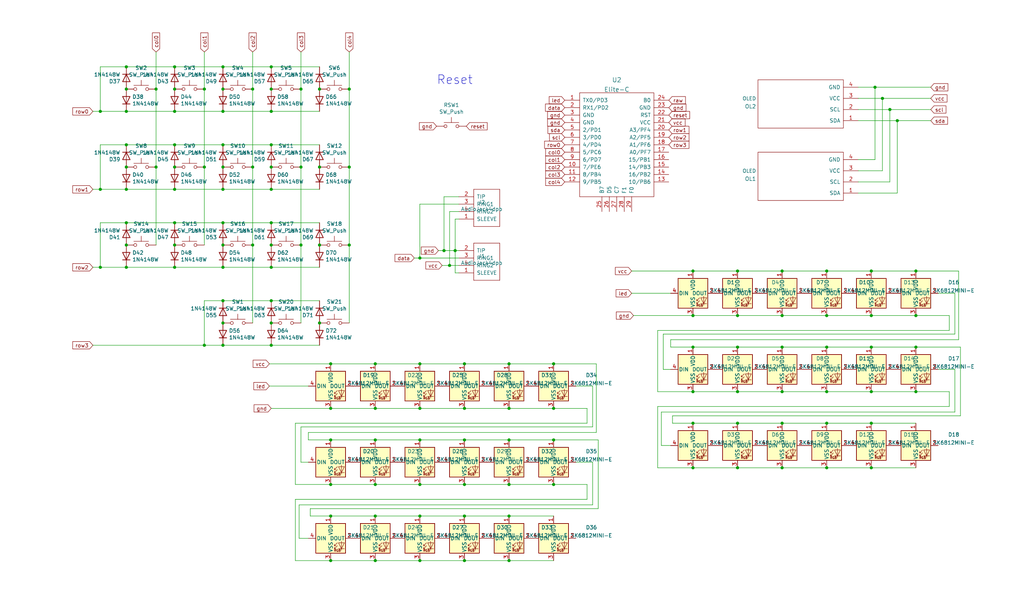
<source format=kicad_sch>
(kicad_sch (version 20230121) (generator eeschema)

  (uuid 4e66a44f-7fa6-4e16-bf9b-62ec864301a5)

  (paper "User" 350.012 210.007)

  (title_block
    (title "Sweep V2")
    (date "2021-03-10")
    (rev "0.1")
    (company "broomlabs")
  )

  (lib_symbols
    (symbol "Diode:1N4148W" (pin_numbers hide) (pin_names hide) (in_bom yes) (on_board yes)
      (property "Reference" "D" (at 0 2.54 0)
        (effects (font (size 1.27 1.27)))
      )
      (property "Value" "1N4148W" (at 0 -2.54 0)
        (effects (font (size 1.27 1.27)))
      )
      (property "Footprint" "Diode_SMD:D_SOD-123" (at 0 -4.445 0)
        (effects (font (size 1.27 1.27)) hide)
      )
      (property "Datasheet" "https://www.vishay.com/docs/85748/1n4148w.pdf" (at 0 0 0)
        (effects (font (size 1.27 1.27)) hide)
      )
      (property "Sim.Device" "D" (at 0 0 0)
        (effects (font (size 1.27 1.27)) hide)
      )
      (property "Sim.Pins" "1=K 2=A" (at 0 0 0)
        (effects (font (size 1.27 1.27)) hide)
      )
      (property "ki_keywords" "diode" (at 0 0 0)
        (effects (font (size 1.27 1.27)) hide)
      )
      (property "ki_description" "75V 0.15A Fast Switching Diode, SOD-123" (at 0 0 0)
        (effects (font (size 1.27 1.27)) hide)
      )
      (property "ki_fp_filters" "D*SOD?123*" (at 0 0 0)
        (effects (font (size 1.27 1.27)) hide)
      )
      (symbol "1N4148W_0_1"
        (polyline
          (pts
            (xy -1.27 1.27)
            (xy -1.27 -1.27)
          )
          (stroke (width 0.254) (type default))
          (fill (type none))
        )
        (polyline
          (pts
            (xy 1.27 0)
            (xy -1.27 0)
          )
          (stroke (width 0) (type default))
          (fill (type none))
        )
        (polyline
          (pts
            (xy 1.27 1.27)
            (xy 1.27 -1.27)
            (xy -1.27 0)
            (xy 1.27 1.27)
          )
          (stroke (width 0.254) (type default))
          (fill (type none))
        )
      )
      (symbol "1N4148W_1_1"
        (pin passive line (at -3.81 0 0) (length 2.54)
          (name "K" (effects (font (size 1.27 1.27))))
          (number "1" (effects (font (size 1.27 1.27))))
        )
        (pin passive line (at 3.81 0 180) (length 2.54)
          (name "A" (effects (font (size 1.27 1.27))))
          (number "2" (effects (font (size 1.27 1.27))))
        )
      )
    )
    (symbol "Switch:SW_Push" (pin_numbers hide) (pin_names (offset 1.016) hide) (in_bom yes) (on_board yes)
      (property "Reference" "SW" (at 1.27 2.54 0)
        (effects (font (size 1.27 1.27)) (justify left))
      )
      (property "Value" "SW_Push" (at 0 -1.524 0)
        (effects (font (size 1.27 1.27)))
      )
      (property "Footprint" "" (at 0 5.08 0)
        (effects (font (size 1.27 1.27)) hide)
      )
      (property "Datasheet" "~" (at 0 5.08 0)
        (effects (font (size 1.27 1.27)) hide)
      )
      (property "ki_keywords" "switch normally-open pushbutton push-button" (at 0 0 0)
        (effects (font (size 1.27 1.27)) hide)
      )
      (property "ki_description" "Push button switch, generic, two pins" (at 0 0 0)
        (effects (font (size 1.27 1.27)) hide)
      )
      (symbol "SW_Push_0_1"
        (circle (center -2.032 0) (radius 0.508)
          (stroke (width 0) (type default))
          (fill (type none))
        )
        (polyline
          (pts
            (xy 0 1.27)
            (xy 0 3.048)
          )
          (stroke (width 0) (type default))
          (fill (type none))
        )
        (polyline
          (pts
            (xy 2.54 1.27)
            (xy -2.54 1.27)
          )
          (stroke (width 0) (type default))
          (fill (type none))
        )
        (circle (center 2.032 0) (radius 0.508)
          (stroke (width 0) (type default))
          (fill (type none))
        )
        (pin passive line (at -5.08 0 0) (length 2.54)
          (name "1" (effects (font (size 1.27 1.27))))
          (number "1" (effects (font (size 1.27 1.27))))
        )
        (pin passive line (at 5.08 0 180) (length 2.54)
          (name "2" (effects (font (size 1.27 1.27))))
          (number "2" (effects (font (size 1.27 1.27))))
        )
      )
    )
    (symbol "kbd:OLED" (pin_names (offset 1.016)) (in_bom yes) (on_board yes)
      (property "Reference" "OL" (at 0 2.54 0)
        (effects (font (size 1.2954 1.2954)))
      )
      (property "Value" "OLED" (at 0 -1.27 0)
        (effects (font (size 1.1938 1.1938)))
      )
      (property "Footprint" "" (at 0 2.54 0)
        (effects (font (size 1.524 1.524)) hide)
      )
      (property "Datasheet" "" (at 0 2.54 0)
        (effects (font (size 1.524 1.524)) hide)
      )
      (symbol "OLED_0_1"
        (rectangle (start -13.97 8.89) (end 15.24 -7.62)
          (stroke (width 0) (type default))
          (fill (type none))
        )
      )
      (symbol "OLED_1_1"
        (pin bidirectional line (at -19.05 6.35 0) (length 5.08)
          (name "SDA" (effects (font (size 1.27 1.27))))
          (number "1" (effects (font (size 1.27 1.27))))
        )
        (pin bidirectional line (at -19.05 2.54 0) (length 5.08)
          (name "SCL" (effects (font (size 1.27 1.27))))
          (number "2" (effects (font (size 1.27 1.27))))
        )
        (pin power_in line (at -19.05 -1.27 0) (length 5.08)
          (name "VCC" (effects (font (size 1.27 1.27))))
          (number "3" (effects (font (size 1.27 1.27))))
        )
        (pin power_in line (at -19.05 -5.08 0) (length 5.08)
          (name "GND" (effects (font (size 1.27 1.27))))
          (number "4" (effects (font (size 1.27 1.27))))
        )
      )
    )
    (symbol "keebio:Elite-C" (pin_names (offset 1.016)) (in_bom yes) (on_board yes)
      (property "Reference" "U" (at 0 0 0)
        (effects (font (size 1.524 1.524)))
      )
      (property "Value" "Elite-C" (at 0 2.54 0)
        (effects (font (size 1.524 1.524)))
      )
      (property "Footprint" "" (at 26.67 -63.5 90)
        (effects (font (size 1.524 1.524)) hide)
      )
      (property "Datasheet" "" (at 26.67 -63.5 90)
        (effects (font (size 1.524 1.524)) hide)
      )
      (symbol "Elite-C_0_1"
        (rectangle (start 12.7 -19.05) (end -12.7 16.51)
          (stroke (width 0) (type default))
          (fill (type none))
        )
      )
      (symbol "Elite-C_1_1"
        (pin input line (at -17.78 13.97 0) (length 5.08)
          (name "TX0/PD3" (effects (font (size 1.27 1.27))))
          (number "1" (effects (font (size 1.27 1.27))))
        )
        (pin input line (at -17.78 -8.89 0) (length 5.08)
          (name "7/PE6" (effects (font (size 1.27 1.27))))
          (number "10" (effects (font (size 1.27 1.27))))
        )
        (pin input line (at -17.78 -11.43 0) (length 5.08)
          (name "8/PB4" (effects (font (size 1.27 1.27))))
          (number "11" (effects (font (size 1.27 1.27))))
        )
        (pin input line (at -17.78 -13.97 0) (length 5.08)
          (name "9/PB5" (effects (font (size 1.27 1.27))))
          (number "12" (effects (font (size 1.27 1.27))))
        )
        (pin input line (at 17.78 -13.97 180) (length 5.08)
          (name "10/PB6" (effects (font (size 1.27 1.27))))
          (number "13" (effects (font (size 1.27 1.27))))
        )
        (pin input line (at 17.78 -11.43 180) (length 5.08)
          (name "16/PB2" (effects (font (size 1.27 1.27))))
          (number "14" (effects (font (size 1.27 1.27))))
        )
        (pin input line (at 17.78 -8.89 180) (length 5.08)
          (name "14/PB3" (effects (font (size 1.27 1.27))))
          (number "15" (effects (font (size 1.27 1.27))))
        )
        (pin input line (at 17.78 -6.35 180) (length 5.08)
          (name "15/PB1" (effects (font (size 1.27 1.27))))
          (number "16" (effects (font (size 1.27 1.27))))
        )
        (pin input line (at 17.78 -3.81 180) (length 5.08)
          (name "A0/PF7" (effects (font (size 1.27 1.27))))
          (number "17" (effects (font (size 1.27 1.27))))
        )
        (pin input line (at 17.78 -1.27 180) (length 5.08)
          (name "A1/PF6" (effects (font (size 1.27 1.27))))
          (number "18" (effects (font (size 1.27 1.27))))
        )
        (pin input line (at 17.78 1.27 180) (length 5.08)
          (name "A2/PF5" (effects (font (size 1.27 1.27))))
          (number "19" (effects (font (size 1.27 1.27))))
        )
        (pin input line (at -17.78 11.43 0) (length 5.08)
          (name "RX1/PD2" (effects (font (size 1.27 1.27))))
          (number "2" (effects (font (size 1.27 1.27))))
        )
        (pin input line (at 17.78 3.81 180) (length 5.08)
          (name "A3/PF4" (effects (font (size 1.27 1.27))))
          (number "20" (effects (font (size 1.27 1.27))))
        )
        (pin input line (at 17.78 6.35 180) (length 5.08)
          (name "VCC" (effects (font (size 1.27 1.27))))
          (number "21" (effects (font (size 1.27 1.27))))
        )
        (pin input line (at 17.78 8.89 180) (length 5.08)
          (name "RST" (effects (font (size 1.27 1.27))))
          (number "22" (effects (font (size 1.27 1.27))))
        )
        (pin input line (at 17.78 11.43 180) (length 5.08)
          (name "GND" (effects (font (size 1.27 1.27))))
          (number "23" (effects (font (size 1.27 1.27))))
        )
        (pin input line (at 17.78 13.97 180) (length 5.08)
          (name "B0" (effects (font (size 1.27 1.27))))
          (number "24" (effects (font (size 1.27 1.27))))
        )
        (pin input line (at -5.08 -24.13 90) (length 5.08)
          (name "B7" (effects (font (size 1.27 1.27))))
          (number "25" (effects (font (size 1.27 1.27))))
        )
        (pin input line (at -2.54 -24.13 90) (length 5.08)
          (name "D5" (effects (font (size 1.27 1.27))))
          (number "26" (effects (font (size 1.27 1.27))))
        )
        (pin input line (at 0 -24.13 90) (length 5.08)
          (name "C7" (effects (font (size 1.27 1.27))))
          (number "27" (effects (font (size 1.27 1.27))))
        )
        (pin input line (at 2.54 -24.13 90) (length 5.08)
          (name "F1" (effects (font (size 1.27 1.27))))
          (number "28" (effects (font (size 1.27 1.27))))
        )
        (pin input line (at 5.08 -24.13 90) (length 5.08)
          (name "F0" (effects (font (size 1.27 1.27))))
          (number "29" (effects (font (size 1.27 1.27))))
        )
        (pin input line (at -17.78 8.89 0) (length 5.08)
          (name "GND" (effects (font (size 1.27 1.27))))
          (number "3" (effects (font (size 1.27 1.27))))
        )
        (pin input line (at -17.78 6.35 0) (length 5.08)
          (name "GND" (effects (font (size 1.27 1.27))))
          (number "4" (effects (font (size 1.27 1.27))))
        )
        (pin input line (at -17.78 3.81 0) (length 5.08)
          (name "2/PD1" (effects (font (size 1.27 1.27))))
          (number "5" (effects (font (size 1.27 1.27))))
        )
        (pin input line (at -17.78 1.27 0) (length 5.08)
          (name "3/PD0" (effects (font (size 1.27 1.27))))
          (number "6" (effects (font (size 1.27 1.27))))
        )
        (pin input line (at -17.78 -1.27 0) (length 5.08)
          (name "4/PD4" (effects (font (size 1.27 1.27))))
          (number "7" (effects (font (size 1.27 1.27))))
        )
        (pin input line (at -17.78 -3.81 0) (length 5.08)
          (name "5/PC6" (effects (font (size 1.27 1.27))))
          (number "8" (effects (font (size 1.27 1.27))))
        )
        (pin input line (at -17.78 -6.35 0) (length 5.08)
          (name "6/PD7" (effects (font (size 1.27 1.27))))
          (number "9" (effects (font (size 1.27 1.27))))
        )
      )
    )
    (symbol "keebio:TRRS" (pin_names (offset 1.016)) (in_bom yes) (on_board yes)
      (property "Reference" "U" (at 0 15.24 0)
        (effects (font (size 1.524 1.524)))
      )
      (property "Value" "TRRS" (at 0 -2.54 0)
        (effects (font (size 1.524 1.524)))
      )
      (property "Footprint" "" (at 3.81 0 0)
        (effects (font (size 1.524 1.524)) hide)
      )
      (property "Datasheet" "" (at 3.81 0 0)
        (effects (font (size 1.524 1.524)) hide)
      )
      (symbol "TRRS_0_1"
        (rectangle (start -3.81 0) (end -3.81 12.7)
          (stroke (width 0) (type default))
          (fill (type none))
        )
        (rectangle (start -3.81 12.7) (end 5.08 12.7)
          (stroke (width 0) (type default))
          (fill (type none))
        )
        (rectangle (start 5.08 0) (end -3.81 0)
          (stroke (width 0) (type default))
          (fill (type none))
        )
        (rectangle (start 5.08 12.7) (end 5.08 0)
          (stroke (width 0) (type default))
          (fill (type none))
        )
      )
      (symbol "TRRS_1_1"
        (pin input line (at -8.89 2.54 0) (length 5.08)
          (name "SLEEVE" (effects (font (size 1.27 1.27))))
          (number "1" (effects (font (size 1.27 1.27))))
        )
        (pin input line (at -8.89 10.16 0) (length 5.08)
          (name "TIP" (effects (font (size 1.27 1.27))))
          (number "2" (effects (font (size 1.27 1.27))))
        )
        (pin input line (at -8.89 7.62 0) (length 5.08)
          (name "RING1" (effects (font (size 1.27 1.27))))
          (number "3" (effects (font (size 1.27 1.27))))
        )
        (pin input line (at -8.89 5.08 0) (length 5.08)
          (name "RING2" (effects (font (size 1.27 1.27))))
          (number "4" (effects (font (size 1.27 1.27))))
        )
      )
    )
    (symbol "kicad-keyboard-parts:SK6812MINI-E" (pin_names (offset 0.254)) (in_bom yes) (on_board yes)
      (property "Reference" "D" (at 5.08 5.715 0)
        (effects (font (size 1.27 1.27)) (justify right bottom))
      )
      (property "Value" "SK6812MINI-E" (at 1.27 -5.715 0)
        (effects (font (size 1.27 1.27)) (justify left top))
      )
      (property "Footprint" "kicad-keyboard-parts:MX_SK6812MINI-E" (at 1.27 -7.62 0)
        (effects (font (size 1.27 1.27)) (justify left top) hide)
      )
      (property "Datasheet" "https://cdn-shop.adafruit.com/product-files/2686/SK6812MINI_REV.01-1-2.pdf" (at 2.54 -9.525 0)
        (effects (font (size 1.27 1.27)) (justify left top) hide)
      )
      (property "ki_keywords" "RGB LED NeoPixel Mini addressable" (at 0 0 0)
        (effects (font (size 1.27 1.27)) hide)
      )
      (property "ki_description" "Reverse-mount RGB LED with integrated controller" (at 0 0 0)
        (effects (font (size 1.27 1.27)) hide)
      )
      (property "ki_fp_filters" "LED*SK6812MINI*PLCC*3.5x3.5mm*P1.75mm*" (at 0 0 0)
        (effects (font (size 1.27 1.27)) hide)
      )
      (symbol "SK6812MINI-E_0_0"
        (text "RGB" (at 2.286 -4.191 0)
          (effects (font (size 0.762 0.762)))
        )
      )
      (symbol "SK6812MINI-E_0_1"
        (polyline
          (pts
            (xy 1.27 -3.556)
            (xy 1.778 -3.556)
          )
          (stroke (width 0) (type default))
          (fill (type none))
        )
        (polyline
          (pts
            (xy 1.27 -2.54)
            (xy 1.778 -2.54)
          )
          (stroke (width 0) (type default))
          (fill (type none))
        )
        (polyline
          (pts
            (xy 4.699 -3.556)
            (xy 2.667 -3.556)
          )
          (stroke (width 0) (type default))
          (fill (type none))
        )
        (polyline
          (pts
            (xy 2.286 -2.54)
            (xy 1.27 -3.556)
            (xy 1.27 -3.048)
          )
          (stroke (width 0) (type default))
          (fill (type none))
        )
        (polyline
          (pts
            (xy 2.286 -1.524)
            (xy 1.27 -2.54)
            (xy 1.27 -2.032)
          )
          (stroke (width 0) (type default))
          (fill (type none))
        )
        (polyline
          (pts
            (xy 3.683 -1.016)
            (xy 3.683 -3.556)
            (xy 3.683 -4.064)
          )
          (stroke (width 0) (type default))
          (fill (type none))
        )
        (polyline
          (pts
            (xy 4.699 -1.524)
            (xy 2.667 -1.524)
            (xy 3.683 -3.556)
            (xy 4.699 -1.524)
          )
          (stroke (width 0) (type default))
          (fill (type none))
        )
        (rectangle (start 5.08 5.08) (end -5.08 -5.08)
          (stroke (width 0.254) (type default))
          (fill (type background))
        )
      )
      (symbol "SK6812MINI-E_1_1"
        (pin power_in line (at 0 7.62 270) (length 2.54)
          (name "VDD" (effects (font (size 1.27 1.27))))
          (number "1" (effects (font (size 1.27 1.27))))
        )
        (pin output line (at 7.62 0 180) (length 2.54)
          (name "DOUT" (effects (font (size 1.27 1.27))))
          (number "2" (effects (font (size 1.27 1.27))))
        )
        (pin power_in line (at 0 -7.62 90) (length 2.54)
          (name "VSS" (effects (font (size 1.27 1.27))))
          (number "3" (effects (font (size 1.27 1.27))))
        )
        (pin input line (at -7.62 0 0) (length 2.54)
          (name "DIN" (effects (font (size 1.27 1.27))))
          (number "4" (effects (font (size 1.27 1.27))))
        )
      )
    )
  )

  (junction (at 43.18 38.1) (diameter 0) (color 0 0 0 0)
    (uuid 00a08b29-d133-47fc-9e29-683e91a9aebc)
  )
  (junction (at 297.815 144.78) (diameter 0) (color 0 0 0 0)
    (uuid 01d1ea4a-f5f0-46e1-a5f1-a9c50a0ff0ab)
  )
  (junction (at 43.18 91.44) (diameter 0) (color 0 0 0 0)
    (uuid 033403e9-c1d8-49ec-9e0f-2b856a7e30cf)
  )
  (junction (at 189.23 150.495) (diameter 0) (color 0 0 0 0)
    (uuid 073c38a1-e205-4b4d-bf76-9be9548380f5)
  )
  (junction (at 158.75 176.53) (diameter 0) (color 0 0 0 0)
    (uuid 088247b8-287d-420a-8adc-98807fe5f101)
  )
  (junction (at 313.055 92.71) (diameter 0) (color 0 0 0 0)
    (uuid 0be210f7-6558-44fc-b57f-956eebc43f10)
  )
  (junction (at 43.18 49.53) (diameter 0) (color 0 0 0 0)
    (uuid 0decfaae-2bfa-492b-91c6-d6a7012738e3)
  )
  (junction (at 59.69 30.48) (diameter 0) (color 0 0 0 0)
    (uuid 0e531450-80e6-4fd0-b189-78d0a7d3693d)
  )
  (junction (at 143.51 165.735) (diameter 0) (color 0 0 0 0)
    (uuid 108b5d8f-cde6-4f81-9292-9a9fb4539690)
  )
  (junction (at 119.38 83.82) (diameter 0) (color 0 0 0 0)
    (uuid 13c79bfa-62ac-4576-988a-2ce7eec4238d)
  )
  (junction (at 113.03 176.53) (diameter 0) (color 0 0 0 0)
    (uuid 141585cb-c135-42e7-9682-e72b69962c4c)
  )
  (junction (at 69.85 118.11) (diameter 0) (color 0 0 0 0)
    (uuid 170349ab-a3c3-4b64-98c3-4ad45462ac99)
  )
  (junction (at 43.18 76.2) (diameter 0) (color 0 0 0 0)
    (uuid 18efd790-5910-44c6-9654-2dce2482a358)
  )
  (junction (at 236.855 118.745) (diameter 0) (color 0 0 0 0)
    (uuid 1a4cb053-80ab-44cb-9fbd-90071a29949a)
  )
  (junction (at 299.085 29.845) (diameter 0) (color 0 0 0 0)
    (uuid 1bfd69b2-b339-467d-add1-c6c151f377c2)
  )
  (junction (at 143.51 124.46) (diameter 0) (color 0 0 0 0)
    (uuid 1ce607c8-9a43-431b-8d41-54213e095265)
  )
  (junction (at 297.815 92.71) (diameter 0) (color 0 0 0 0)
    (uuid 2323b038-772a-49f6-977f-7fc8a4024691)
  )
  (junction (at 297.815 107.95) (diameter 0) (color 0 0 0 0)
    (uuid 245c5e28-ce0b-45a8-8d58-a2a7c0168cbb)
  )
  (junction (at 173.99 139.7) (diameter 0) (color 0 0 0 0)
    (uuid 25cc8556-5be4-41ee-b708-0dec7376f32c)
  )
  (junction (at 313.055 107.95) (diameter 0) (color 0 0 0 0)
    (uuid 28e94923-e4a6-4da7-bfa9-751a2515e458)
  )
  (junction (at 92.71 57.15) (diameter 0) (color 0 0 0 0)
    (uuid 2cf5d9f5-16e4-4a99-8fe1-09d73318bcdf)
  )
  (junction (at 76.2 38.1) (diameter 0) (color 0 0 0 0)
    (uuid 2d93b3cf-0530-4700-9251-09a34aeb0ed2)
  )
  (junction (at 267.335 92.71) (diameter 0) (color 0 0 0 0)
    (uuid 2fc5fa35-7878-4e6c-9fce-36ad1f0cba1f)
  )
  (junction (at 267.335 107.95) (diameter 0) (color 0 0 0 0)
    (uuid 30db849c-7585-49eb-a50e-9963a732f7bc)
  )
  (junction (at 189.23 124.46) (diameter 0) (color 0 0 0 0)
    (uuid 3178dd91-7ef9-40da-be24-423871b29493)
  )
  (junction (at 158.75 139.7) (diameter 0) (color 0 0 0 0)
    (uuid 31aacfbc-f554-484c-a0ce-9383a70d2e5d)
  )
  (junction (at 76.2 83.82) (diameter 0) (color 0 0 0 0)
    (uuid 3539138f-9206-4c85-a492-9343e64041ea)
  )
  (junction (at 76.2 102.87) (diameter 0) (color 0 0 0 0)
    (uuid 387537bf-b8fa-42e9-8b9e-c52651e5d6cc)
  )
  (junction (at 252.095 107.95) (diameter 0) (color 0 0 0 0)
    (uuid 39daef11-6dcc-4d8a-ba65-d4a98a816726)
  )
  (junction (at 59.69 76.2) (diameter 0) (color 0 0 0 0)
    (uuid 3a079bb0-0d98-457e-8c6f-24930fc18c94)
  )
  (junction (at 189.23 139.7) (diameter 0) (color 0 0 0 0)
    (uuid 3a81fa45-6413-401f-b396-4bc414b54059)
  )
  (junction (at 128.27 150.495) (diameter 0) (color 0 0 0 0)
    (uuid 3b21b342-e667-4fb5-81cf-9567705ab3a0)
  )
  (junction (at 128.27 165.735) (diameter 0) (color 0 0 0 0)
    (uuid 467caea7-4352-4e09-a7b0-2e967019edf8)
  )
  (junction (at 236.855 92.71) (diameter 0) (color 0 0 0 0)
    (uuid 479c7689-426c-4296-b0f4-db7f39725989)
  )
  (junction (at 76.2 110.49) (diameter 0) (color 0 0 0 0)
    (uuid 489b4b68-8ae0-411b-a007-1a1f5a5f73bd)
  )
  (junction (at 252.095 92.71) (diameter 0) (color 0 0 0 0)
    (uuid 497289d5-ce33-40a3-9985-14598bc48b06)
  )
  (junction (at 76.2 49.53) (diameter 0) (color 0 0 0 0)
    (uuid 4a0b8ee9-0f56-4c2e-9c2b-4c9582cb8148)
  )
  (junction (at 252.095 144.78) (diameter 0) (color 0 0 0 0)
    (uuid 4fff1bad-88ef-4069-8a64-d69f1bdccdca)
  )
  (junction (at 267.335 133.985) (diameter 0) (color 0 0 0 0)
    (uuid 53a83aa1-e773-4d30-bcb4-448ff5f63368)
  )
  (junction (at 236.855 107.95) (diameter 0) (color 0 0 0 0)
    (uuid 56245fd1-34e5-4aaa-8ff3-fd9881d1de70)
  )
  (junction (at 153.67 90.805) (diameter 0) (color 0 0 0 0)
    (uuid 574ffb8d-a830-478d-9be7-2b0ec1bbd7db)
  )
  (junction (at 59.69 91.44) (diameter 0) (color 0 0 0 0)
    (uuid 5d3d8da9-2a62-4b51-b7b2-2d5a2f75a619)
  )
  (junction (at 158.75 124.46) (diameter 0) (color 0 0 0 0)
    (uuid 5eb164d6-cdc6-4bb5-978f-15cd2c6ffa7d)
  )
  (junction (at 76.2 91.44) (diameter 0) (color 0 0 0 0)
    (uuid 5f339de0-f238-4f73-9b50-ae4a7f49027c)
  )
  (junction (at 282.575 160.02) (diameter 0) (color 0 0 0 0)
    (uuid 5fa04f7a-9d82-4d3b-802f-36a613735c16)
  )
  (junction (at 282.575 118.745) (diameter 0) (color 0 0 0 0)
    (uuid 607413f4-2598-4655-b9e3-3be2c1dccc3e)
  )
  (junction (at 306.705 41.275) (diameter 0) (color 0 0 0 0)
    (uuid 60a42165-2541-43b9-b188-fe73f4ef4a04)
  )
  (junction (at 113.03 165.735) (diameter 0) (color 0 0 0 0)
    (uuid 61fd2cbf-6c6d-49ae-ac27-286bdf454629)
  )
  (junction (at 102.87 83.82) (diameter 0) (color 0 0 0 0)
    (uuid 637e580b-af37-44ac-a866-0def7207ba9f)
  )
  (junction (at 92.71 30.48) (diameter 0) (color 0 0 0 0)
    (uuid 64bd371f-ba7a-4bef-a250-6ddd7aed83b1)
  )
  (junction (at 43.18 30.48) (diameter 0) (color 0 0 0 0)
    (uuid 65168cc9-36ba-4dea-8f1b-ab194a33a3ad)
  )
  (junction (at 92.71 49.53) (diameter 0) (color 0 0 0 0)
    (uuid 6672e4d2-0d28-4360-907e-1fe7da503c3a)
  )
  (junction (at 282.575 144.78) (diameter 0) (color 0 0 0 0)
    (uuid 694adcfd-f805-48da-8e95-1a6640cb9438)
  )
  (junction (at 267.335 118.745) (diameter 0) (color 0 0 0 0)
    (uuid 6b39e37c-d362-4103-895d-cdbe5d372446)
  )
  (junction (at 69.85 30.48) (diameter 0) (color 0 0 0 0)
    (uuid 6c03b766-eb7b-475b-93a7-8b0bb68a0be7)
  )
  (junction (at 113.03 150.495) (diameter 0) (color 0 0 0 0)
    (uuid 6d2d8a05-b77f-4741-a16a-4d154bad08c5)
  )
  (junction (at 304.165 37.465) (diameter 0) (color 0 0 0 0)
    (uuid 7111a20e-201b-467b-ae7d-f00f3f0fa6dc)
  )
  (junction (at 76.2 76.2) (diameter 0) (color 0 0 0 0)
    (uuid 7175d1fd-6f9f-48dc-970d-ccca0dcb4042)
  )
  (junction (at 143.51 191.77) (diameter 0) (color 0 0 0 0)
    (uuid 71e25ee1-decc-4126-b3e2-50d07b890278)
  )
  (junction (at 113.03 139.7) (diameter 0) (color 0 0 0 0)
    (uuid 71fda9ee-5360-4ce1-b83f-76c04177628f)
  )
  (junction (at 113.03 191.77) (diameter 0) (color 0 0 0 0)
    (uuid 73d60681-0f86-46e2-8810-2b017586d747)
  )
  (junction (at 173.99 165.735) (diameter 0) (color 0 0 0 0)
    (uuid 7563172e-f3c1-4d0f-aef5-7b0f58441683)
  )
  (junction (at 236.855 144.78) (diameter 0) (color 0 0 0 0)
    (uuid 771d5038-379a-4be0-a33c-6a5fd3d1299c)
  )
  (junction (at 113.03 124.46) (diameter 0) (color 0 0 0 0)
    (uuid 78fdfe46-b24d-4ae8-86d9-c482ce0128e7)
  )
  (junction (at 143.51 88.265) (diameter 0) (color 0 0 0 0)
    (uuid 7acd09fc-733f-407a-a536-0ecf161725d2)
  )
  (junction (at 236.855 133.985) (diameter 0) (color 0 0 0 0)
    (uuid 7db0fa8b-5886-4636-88ba-284e2c926cd1)
  )
  (junction (at 43.18 22.86) (diameter 0) (color 0 0 0 0)
    (uuid 7de52a3a-9b1e-443d-a328-d46324c0267d)
  )
  (junction (at 43.18 57.15) (diameter 0) (color 0 0 0 0)
    (uuid 807c93b3-e8df-43e0-8b0c-f73309088c43)
  )
  (junction (at 143.51 139.7) (diameter 0) (color 0 0 0 0)
    (uuid 81289667-fe1b-4add-822c-27e9e1108dd9)
  )
  (junction (at 143.51 176.53) (diameter 0) (color 0 0 0 0)
    (uuid 85e59047-6f78-43b1-99a1-859214228aee)
  )
  (junction (at 76.2 30.48) (diameter 0) (color 0 0 0 0)
    (uuid 8720ceb6-fdac-45ea-9354-8da51766acc4)
  )
  (junction (at 109.22 57.15) (diameter 0) (color 0 0 0 0)
    (uuid 8f7b84f0-159e-4dd5-bd2e-7fd897970715)
  )
  (junction (at 59.69 38.1) (diameter 0) (color 0 0 0 0)
    (uuid 90d1ea79-d052-448d-8b6c-7c9284fc25b4)
  )
  (junction (at 92.71 83.82) (diameter 0) (color 0 0 0 0)
    (uuid 94d524e1-d668-4c9e-9fcd-7f66ef7eee2b)
  )
  (junction (at 59.69 49.53) (diameter 0) (color 0 0 0 0)
    (uuid 950ba6e4-936b-435a-bd4d-b7cc9606cb36)
  )
  (junction (at 236.855 160.02) (diameter 0) (color 0 0 0 0)
    (uuid 95f20e75-1e0c-4fd0-b184-e3d9eedb43f0)
  )
  (junction (at 128.27 191.77) (diameter 0) (color 0 0 0 0)
    (uuid 968df00c-c226-4255-b75c-ef73ad18be5c)
  )
  (junction (at 59.69 57.15) (diameter 0) (color 0 0 0 0)
    (uuid 98b7a278-ffc6-49ea-9c11-22d95f8f0f2c)
  )
  (junction (at 102.87 57.15) (diameter 0) (color 0 0 0 0)
    (uuid 995c6fd5-dd90-4bd2-b040-ae39d8ff9fff)
  )
  (junction (at 297.815 118.745) (diameter 0) (color 0 0 0 0)
    (uuid 99cbd01f-a650-4fad-af2b-c9b9cacf8672)
  )
  (junction (at 109.22 30.48) (diameter 0) (color 0 0 0 0)
    (uuid 9a54b393-141d-4a92-9e27-9e26bf1bd659)
  )
  (junction (at 252.095 118.745) (diameter 0) (color 0 0 0 0)
    (uuid 9c659440-ceaa-48d7-aff1-08ac8ed87f45)
  )
  (junction (at 252.095 133.985) (diameter 0) (color 0 0 0 0)
    (uuid 9c9f73d5-afb5-4130-9c0d-85c0fed18eb6)
  )
  (junction (at 173.99 150.495) (diameter 0) (color 0 0 0 0)
    (uuid 9efb04e4-bbe9-4ec9-a8d7-1bd14f1d00b6)
  )
  (junction (at 92.71 38.1) (diameter 0) (color 0 0 0 0)
    (uuid 9ff78a93-a447-43ee-a62c-b296af5a6502)
  )
  (junction (at 43.18 64.77) (diameter 0) (color 0 0 0 0)
    (uuid a113bbcb-aef2-4163-88ae-0bc8a9c29e11)
  )
  (junction (at 297.815 160.02) (diameter 0) (color 0 0 0 0)
    (uuid a13de08b-a23f-4287-bdf3-ee757dbde43d)
  )
  (junction (at 267.335 160.02) (diameter 0) (color 0 0 0 0)
    (uuid a2b7f724-ab84-4162-a46c-674dbbad6d30)
  )
  (junction (at 76.2 22.86) (diameter 0) (color 0 0 0 0)
    (uuid a4a923e7-2e0d-49ab-86c7-3c4bc10044fa)
  )
  (junction (at 92.71 22.86) (diameter 0) (color 0 0 0 0)
    (uuid a5979428-4ded-4c00-80c8-e9c0abf3bdbe)
  )
  (junction (at 282.575 133.985) (diameter 0) (color 0 0 0 0)
    (uuid a6cf04e7-e006-4473-9d1f-496c4bf35062)
  )
  (junction (at 313.055 133.985) (diameter 0) (color 0 0 0 0)
    (uuid aef0bdcb-ad63-4c9b-9079-a227a72199da)
  )
  (junction (at 53.34 57.15) (diameter 0) (color 0 0 0 0)
    (uuid b14ed4f7-36dd-4a1f-89af-17fab44b9446)
  )
  (junction (at 158.75 165.735) (diameter 0) (color 0 0 0 0)
    (uuid b1ebadd5-92a4-4f87-8c55-fd6a6a4626c1)
  )
  (junction (at 252.095 160.02) (diameter 0) (color 0 0 0 0)
    (uuid b2a3396f-bcdb-48cb-817b-485c7aa52716)
  )
  (junction (at 173.99 124.46) (diameter 0) (color 0 0 0 0)
    (uuid b38b86ee-8e0e-4641-b180-91dbb9183365)
  )
  (junction (at 158.75 150.495) (diameter 0) (color 0 0 0 0)
    (uuid b64200b0-00fe-4ddb-8ebb-fc63f11e2cbb)
  )
  (junction (at 34.29 64.77) (diameter 0) (color 0 0 0 0)
    (uuid b7f7fe6b-b5ef-4744-961b-1fc482bea0ab)
  )
  (junction (at 301.625 33.655) (diameter 0) (color 0 0 0 0)
    (uuid b9eedcbb-1428-4610-9d5b-078870142405)
  )
  (junction (at 59.69 83.82) (diameter 0) (color 0 0 0 0)
    (uuid bc5e5357-b880-4d88-9577-b1afceec00f6)
  )
  (junction (at 92.71 76.2) (diameter 0) (color 0 0 0 0)
    (uuid bd234e30-8d54-4480-9757-5636aa6ecc81)
  )
  (junction (at 282.575 92.71) (diameter 0) (color 0 0 0 0)
    (uuid be5da081-e879-48d3-ac40-21ef622cb2ff)
  )
  (junction (at 173.99 176.53) (diameter 0) (color 0 0 0 0)
    (uuid be6fecb1-8e3f-4136-8633-df2477873f6d)
  )
  (junction (at 76.2 118.11) (diameter 0) (color 0 0 0 0)
    (uuid c361971d-a57e-49d1-baed-2482db2e58da)
  )
  (junction (at 151.765 85.725) (diameter 0) (color 0 0 0 0)
    (uuid c40ef432-538e-42a3-b7f5-69844311a71b)
  )
  (junction (at 76.2 64.77) (diameter 0) (color 0 0 0 0)
    (uuid c8b13134-ca92-479e-8939-24a2407ced18)
  )
  (junction (at 53.34 30.48) (diameter 0) (color 0 0 0 0)
    (uuid c8e2c01a-35fe-4cd6-8159-7a2748625392)
  )
  (junction (at 34.29 91.44) (diameter 0) (color 0 0 0 0)
    (uuid c8eac9bc-bfdf-4862-b0b7-4fd6e737a446)
  )
  (junction (at 86.36 83.82) (diameter 0) (color 0 0 0 0)
    (uuid cb4d17d5-20c5-4f44-a07e-7fceaadbddc8)
  )
  (junction (at 109.22 110.49) (diameter 0) (color 0 0 0 0)
    (uuid cdf516e8-a5ed-4112-ba9a-47dc8cb4e4a9)
  )
  (junction (at 92.71 118.11) (diameter 0) (color 0 0 0 0)
    (uuid d13bc8a5-6e1f-4780-bcf5-5245e9567ecd)
  )
  (junction (at 102.87 30.48) (diameter 0) (color 0 0 0 0)
    (uuid d3530219-8f8f-4c0c-b67f-3b0d37de6853)
  )
  (junction (at 282.575 107.95) (diameter 0) (color 0 0 0 0)
    (uuid d56498a9-20e9-40f5-86ef-d8a96240d5f4)
  )
  (junction (at 119.38 57.15) (diameter 0) (color 0 0 0 0)
    (uuid d5996add-ee06-4b30-b664-1e17ec9651d2)
  )
  (junction (at 69.85 57.15) (diameter 0) (color 0 0 0 0)
    (uuid d652321b-9b52-4b6a-96f5-ee8df6008543)
  )
  (junction (at 92.71 102.87) (diameter 0) (color 0 0 0 0)
    (uuid d6ce59df-6bf0-484e-a47f-cace2108c5f8)
  )
  (junction (at 189.23 165.735) (diameter 0) (color 0 0 0 0)
    (uuid d7ecd151-4f90-466a-a242-bcf7299ea774)
  )
  (junction (at 143.51 150.495) (diameter 0) (color 0 0 0 0)
    (uuid d85e0559-00bb-4b65-8c45-49153fa365cb)
  )
  (junction (at 128.27 124.46) (diameter 0) (color 0 0 0 0)
    (uuid d973372d-2672-4bc7-a088-3d7a57959da4)
  )
  (junction (at 92.71 110.49) (diameter 0) (color 0 0 0 0)
    (uuid db7c7e42-e22a-4039-a8d2-425fb585ae6d)
  )
  (junction (at 92.71 91.44) (diameter 0) (color 0 0 0 0)
    (uuid e0ad26df-092e-426b-94d0-9bf258f5f174)
  )
  (junction (at 43.18 83.82) (diameter 0) (color 0 0 0 0)
    (uuid e546d6aa-790d-4e7c-a203-1d62da610bbc)
  )
  (junction (at 76.2 57.15) (diameter 0) (color 0 0 0 0)
    (uuid e590c625-b6ba-4021-a6f2-dbbb00e37ba0)
  )
  (junction (at 109.22 83.82) (diameter 0) (color 0 0 0 0)
    (uuid e5bafc33-d8bc-46e3-8806-6b5b8fdad100)
  )
  (junction (at 92.71 64.77) (diameter 0) (color 0 0 0 0)
    (uuid e5e25d58-7937-420d-99f9-bd94461bb78e)
  )
  (junction (at 173.99 191.77) (diameter 0) (color 0 0 0 0)
    (uuid e651c611-58b7-4c62-bf18-e442b4d5c003)
  )
  (junction (at 128.27 176.53) (diameter 0) (color 0 0 0 0)
    (uuid ea64db8c-8758-401f-95fc-c0a7df08f053)
  )
  (junction (at 297.815 133.985) (diameter 0) (color 0 0 0 0)
    (uuid ea90f293-ea3a-4c61-a7bb-7e037285a8e5)
  )
  (junction (at 34.29 38.1) (diameter 0) (color 0 0 0 0)
    (uuid ed3c2e3f-3322-4657-9b70-4c5caed82562)
  )
  (junction (at 86.36 57.15) (diameter 0) (color 0 0 0 0)
    (uuid f0483756-54f1-4fb7-ad4a-1c8da86c8294)
  )
  (junction (at 59.69 64.77) (diameter 0) (color 0 0 0 0)
    (uuid f3eba839-489b-4733-bc0e-862be4d400e2)
  )
  (junction (at 158.75 191.77) (diameter 0) (color 0 0 0 0)
    (uuid f60b6145-9474-49a6-a49b-7e70bc79e7b5)
  )
  (junction (at 267.335 144.78) (diameter 0) (color 0 0 0 0)
    (uuid f630ea80-3a3d-49c8-a47b-9d9f3134811d)
  )
  (junction (at 313.055 118.745) (diameter 0) (color 0 0 0 0)
    (uuid f87e827d-850e-4d25-b6f2-590e552fcd1a)
  )
  (junction (at 119.38 30.48) (diameter 0) (color 0 0 0 0)
    (uuid f8f7483b-5b52-4506-9b7b-dad69028efbd)
  )
  (junction (at 128.27 139.7) (diameter 0) (color 0 0 0 0)
    (uuid f981967a-2522-4a6e-9b41-44b113548390)
  )
  (junction (at 86.36 30.48) (diameter 0) (color 0 0 0 0)
    (uuid fdf1f95a-0d25-4508-b0a9-ba6267e678cb)
  )
  (junction (at 155.575 85.725) (diameter 0) (color 0 0 0 0)
    (uuid fe598517-426c-4b1b-afd9-40808bde7c49)
  )
  (junction (at 59.69 22.86) (diameter 0) (color 0 0 0 0)
    (uuid fef697cd-131d-43af-97a1-243e890b29dc)
  )

  (wire (pts (xy 43.18 49.53) (xy 59.69 49.53))
    (stroke (width 0) (type default))
    (uuid 04edc7de-e13f-482e-8cea-409ea54f9833)
  )
  (wire (pts (xy 86.36 17.78) (xy 86.36 30.48))
    (stroke (width 0) (type default))
    (uuid 05835588-a3cc-423e-b151-50f53da017c6)
  )
  (wire (pts (xy 43.18 22.86) (xy 59.69 22.86))
    (stroke (width 0) (type default))
    (uuid 0701d515-7b71-45be-b0c9-7b4f92505466)
  )
  (wire (pts (xy 324.485 139.065) (xy 224.79 139.065))
    (stroke (width 0) (type default))
    (uuid 08a19afd-1d35-4d3d-848a-48a759ad6e1d)
  )
  (wire (pts (xy 328.295 118.745) (xy 328.295 142.24))
    (stroke (width 0) (type default))
    (uuid 0bef7216-de17-4903-ae40-563eae2fa2ad)
  )
  (wire (pts (xy 155.575 85.725) (xy 155.575 93.345))
    (stroke (width 0) (type default))
    (uuid 0d750ff5-6e4a-4f18-ab53-9914557ab895)
  )
  (wire (pts (xy 59.69 76.2) (xy 76.2 76.2))
    (stroke (width 0) (type default))
    (uuid 0ef40e0f-d77f-4aa8-a8a8-adc1453ec57b)
  )
  (wire (pts (xy 128.27 191.77) (xy 143.51 191.77))
    (stroke (width 0) (type default))
    (uuid 10ea4642-e668-416e-bd36-cec33bfbdbea)
  )
  (wire (pts (xy 267.335 133.985) (xy 282.575 133.985))
    (stroke (width 0) (type default))
    (uuid 128ecc6c-6396-4883-84ed-b5087f589473)
  )
  (wire (pts (xy 173.99 139.7) (xy 189.23 139.7))
    (stroke (width 0) (type default))
    (uuid 147111de-d0fa-45fb-b783-33f6f0ff0d8c)
  )
  (wire (pts (xy 102.87 17.78) (xy 102.87 30.48))
    (stroke (width 0) (type default))
    (uuid 16cbbf97-dee1-4ee7-b603-62f0ad6cecce)
  )
  (wire (pts (xy 202.565 158.115) (xy 202.565 172.72))
    (stroke (width 0) (type default))
    (uuid 185894be-545c-461a-b107-0b24aff6ccb3)
  )
  (wire (pts (xy 173.99 176.53) (xy 189.23 176.53))
    (stroke (width 0) (type default))
    (uuid 18a8e066-0d3c-483b-baf4-3d67daeb4b02)
  )
  (wire (pts (xy 76.2 22.86) (xy 92.71 22.86))
    (stroke (width 0) (type default))
    (uuid 1a01e3b0-6feb-4cb8-bc29-dcfa5255f5ab)
  )
  (wire (pts (xy 141.605 88.265) (xy 143.51 88.265))
    (stroke (width 0) (type default))
    (uuid 1abebed9-7eb5-4e59-aa13-a2dd0655a71c)
  )
  (wire (pts (xy 113.03 165.735) (xy 128.27 165.735))
    (stroke (width 0) (type default))
    (uuid 1e0dfb2a-3f59-42ee-9942-944681ce94fb)
  )
  (wire (pts (xy 92.075 124.46) (xy 113.03 124.46))
    (stroke (width 0) (type default))
    (uuid 2215f30b-7530-4637-b600-ef38beb9a501)
  )
  (wire (pts (xy 200.66 170.815) (xy 100.965 170.815))
    (stroke (width 0) (type default))
    (uuid 2238a677-9230-47ca-a789-8f71760dc0d9)
  )
  (wire (pts (xy 318.135 41.275) (xy 306.705 41.275))
    (stroke (width 0) (type default))
    (uuid 23633013-1f4a-4d66-af59-b08181f076fe)
  )
  (wire (pts (xy 320.675 100.33) (xy 326.39 100.33))
    (stroke (width 0) (type default))
    (uuid 252aa25d-a452-4369-b98b-90217e06f1a6)
  )
  (wire (pts (xy 200.66 144.78) (xy 100.965 144.78))
    (stroke (width 0) (type default))
    (uuid 266fea44-ad24-48f2-a076-6a0a5470f63a)
  )
  (wire (pts (xy 200.66 139.7) (xy 200.66 144.78))
    (stroke (width 0) (type default))
    (uuid 2864b684-6bdb-44f7-950d-d64c5db78239)
  )
  (wire (pts (xy 158.75 191.77) (xy 173.99 191.77))
    (stroke (width 0) (type default))
    (uuid 28bb6b8b-41e4-48c5-a60d-ba748f7601f0)
  )
  (wire (pts (xy 76.2 102.87) (xy 92.71 102.87))
    (stroke (width 0) (type default))
    (uuid 2acc73a2-290f-49f6-9e8b-41efcb428c7b)
  )
  (wire (pts (xy 299.085 29.845) (xy 293.37 29.845))
    (stroke (width 0) (type default))
    (uuid 2b3e6908-68df-4fec-b1c5-c7b50010ffb0)
  )
  (wire (pts (xy 59.69 38.1) (xy 76.2 38.1))
    (stroke (width 0) (type default))
    (uuid 2bde2d41-666a-4c06-a31f-2f3123c3e8a0)
  )
  (wire (pts (xy 236.855 144.78) (xy 252.095 144.78))
    (stroke (width 0) (type default))
    (uuid 2c3ecfc2-b2e0-4d86-8ebf-76520d0b4f4d)
  )
  (wire (pts (xy 92.71 102.87) (xy 109.22 102.87))
    (stroke (width 0) (type default))
    (uuid 2c5107e3-73af-44d7-8a53-17743d3ed88e)
  )
  (wire (pts (xy 86.36 57.15) (xy 86.36 83.82))
    (stroke (width 0) (type default))
    (uuid 2deeb3a2-cafe-41b3-9cea-4a81e6e1f981)
  )
  (wire (pts (xy 173.99 124.46) (xy 189.23 124.46))
    (stroke (width 0) (type default))
    (uuid 30311050-1b83-47b4-9c95-f645bf20de7c)
  )
  (wire (pts (xy 155.575 85.725) (xy 156.845 85.725))
    (stroke (width 0) (type default))
    (uuid 3466c18c-df51-4df8-83c5-6acf1ce62e68)
  )
  (wire (pts (xy 326.39 140.97) (xy 226.06 140.97))
    (stroke (width 0) (type default))
    (uuid 348a2dce-f018-43f3-a087-a0fc38e73ff8)
  )
  (wire (pts (xy 297.815 160.02) (xy 313.055 160.02))
    (stroke (width 0) (type default))
    (uuid 35e008a2-b465-4a1e-a23f-8a687a676ea3)
  )
  (wire (pts (xy 324.485 113.03) (xy 224.79 113.03))
    (stroke (width 0) (type default))
    (uuid 378d5fdd-1661-4699-bbaf-4ebae3cc257e)
  )
  (wire (pts (xy 282.575 144.78) (xy 297.815 144.78))
    (stroke (width 0) (type default))
    (uuid 37e68ac9-5376-432e-8b0a-0145f7f93d3b)
  )
  (wire (pts (xy 149.86 85.725) (xy 151.765 85.725))
    (stroke (width 0) (type default))
    (uuid 387991a5-57c5-4323-9323-669144505f2c)
  )
  (wire (pts (xy 252.095 118.745) (xy 267.335 118.745))
    (stroke (width 0) (type default))
    (uuid 3a3d7a3b-240a-4ba4-a344-bc19226935d0)
  )
  (wire (pts (xy 69.85 57.15) (xy 69.85 83.82))
    (stroke (width 0) (type default))
    (uuid 3b3e1172-dade-47cb-bbff-3d189c82c6c6)
  )
  (wire (pts (xy 128.27 176.53) (xy 143.51 176.53))
    (stroke (width 0) (type default))
    (uuid 3cbf9132-810c-4800-b89d-5bed79eaa6c2)
  )
  (wire (pts (xy 31.75 64.77) (xy 34.29 64.77))
    (stroke (width 0) (type default))
    (uuid 3f616dee-72f2-4e56-ae8c-f5e8ccc03cbb)
  )
  (wire (pts (xy 282.575 92.71) (xy 297.815 92.71))
    (stroke (width 0) (type default))
    (uuid 40ef7d33-663a-42d5-ac05-df2329fd36c0)
  )
  (wire (pts (xy 102.87 158.115) (xy 105.41 158.115))
    (stroke (width 0) (type default))
    (uuid 411d61d8-1335-429f-bf0e-eaeaaf9420a3)
  )
  (wire (pts (xy 313.055 118.745) (xy 328.295 118.745))
    (stroke (width 0) (type default))
    (uuid 4562484e-d849-49a7-beb0-d4b2dcddb323)
  )
  (wire (pts (xy 59.69 64.77) (xy 76.2 64.77))
    (stroke (width 0) (type default))
    (uuid 46c07ea4-afb2-4db7-a660-44b034d34f57)
  )
  (wire (pts (xy 293.37 54.61) (xy 299.085 54.61))
    (stroke (width 0) (type default))
    (uuid 483163a2-461c-499c-9e5e-08935a6aa0c2)
  )
  (wire (pts (xy 69.85 102.87) (xy 76.2 102.87))
    (stroke (width 0) (type default))
    (uuid 489a9e6e-4584-4229-bb02-a57510babe5f)
  )
  (wire (pts (xy 236.855 133.985) (xy 252.095 133.985))
    (stroke (width 0) (type default))
    (uuid 49334b3d-6990-4a84-8088-0cfea786f6c8)
  )
  (wire (pts (xy 282.575 133.985) (xy 297.815 133.985))
    (stroke (width 0) (type default))
    (uuid 49910c11-bf87-4ad8-a657-9a03916f880e)
  )
  (wire (pts (xy 304.165 37.465) (xy 293.37 37.465))
    (stroke (width 0) (type default))
    (uuid 49ad42a2-d690-4377-98e5-1af57159b78a)
  )
  (wire (pts (xy 267.335 92.71) (xy 282.575 92.71))
    (stroke (width 0) (type default))
    (uuid 4bcb09bb-6a7e-4fa2-b733-e4ce7361dc1f)
  )
  (wire (pts (xy 76.2 118.11) (xy 92.71 118.11))
    (stroke (width 0) (type default))
    (uuid 4d2eeccb-c4e0-4dca-b267-deb88202bc5f)
  )
  (wire (pts (xy 92.71 76.2) (xy 109.22 76.2))
    (stroke (width 0) (type default))
    (uuid 4d4f90b9-8f1b-434d-b1c4-04345314b8a4)
  )
  (wire (pts (xy 53.34 17.78) (xy 53.34 30.48))
    (stroke (width 0) (type default))
    (uuid 4db8f1e9-58a5-45f5-9b72-b3280e1b5eb2)
  )
  (wire (pts (xy 324.485 133.985) (xy 324.485 139.065))
    (stroke (width 0) (type default))
    (uuid 50f6ee73-a575-433f-a6a4-7b91998a4ede)
  )
  (wire (pts (xy 224.79 133.985) (xy 236.855 133.985))
    (stroke (width 0) (type default))
    (uuid 5104e50f-73a5-4f6a-8a59-99a12be23384)
  )
  (wire (pts (xy 143.51 69.85) (xy 143.51 88.265))
    (stroke (width 0) (type default))
    (uuid 5190440c-dcd2-4f92-968f-8b00d9dc7724)
  )
  (wire (pts (xy 226.695 126.365) (xy 229.235 126.365))
    (stroke (width 0) (type default))
    (uuid 5239456f-54dd-47ec-9b3e-56767a09e745)
  )
  (wire (pts (xy 143.51 165.735) (xy 158.75 165.735))
    (stroke (width 0) (type default))
    (uuid 53bc766b-29ee-4362-aba8-a73a86ff1d98)
  )
  (wire (pts (xy 143.51 124.46) (xy 158.75 124.46))
    (stroke (width 0) (type default))
    (uuid 56f85c0d-dadb-40f6-9977-f0f83c1b8e9b)
  )
  (wire (pts (xy 102.87 146.05) (xy 102.87 158.115))
    (stroke (width 0) (type default))
    (uuid 578d7cd7-d6de-42a0-b621-6c1fecfd6f6c)
  )
  (wire (pts (xy 229.87 142.24) (xy 229.87 144.78))
    (stroke (width 0) (type default))
    (uuid 59d0b0e2-d4c3-47ec-a6e2-78c8fd51a945)
  )
  (wire (pts (xy 267.335 118.745) (xy 282.575 118.745))
    (stroke (width 0) (type default))
    (uuid 5aac1aa9-d456-420f-b6ab-92e4d95196ac)
  )
  (wire (pts (xy 143.51 191.77) (xy 158.75 191.77))
    (stroke (width 0) (type default))
    (uuid 5baa5658-5073-4236-842e-e1399e78a6ba)
  )
  (wire (pts (xy 153.67 90.805) (xy 156.845 90.805))
    (stroke (width 0) (type default))
    (uuid 5cffbdb9-5215-42f0-8d4b-7b277366d7b1)
  )
  (wire (pts (xy 59.69 49.53) (xy 76.2 49.53))
    (stroke (width 0) (type default))
    (uuid 5d4cb101-5134-4c35-9b06-754e93251da5)
  )
  (wire (pts (xy 143.51 176.53) (xy 158.75 176.53))
    (stroke (width 0) (type default))
    (uuid 5f91d5d2-df5f-401e-abcf-4f1f37de97ef)
  )
  (wire (pts (xy 196.85 132.08) (xy 202.565 132.08))
    (stroke (width 0) (type default))
    (uuid 6257d184-bd7d-4e8a-b10f-00c7ec9e5d40)
  )
  (wire (pts (xy 229.235 116.205) (xy 229.235 118.745))
    (stroke (width 0) (type default))
    (uuid 62617efc-5b9a-405d-bfaf-ef263250f94b)
  )
  (wire (pts (xy 224.79 113.03) (xy 224.79 133.985))
    (stroke (width 0) (type default))
    (uuid 63e8548c-9e3d-4277-a73a-6da23643b6bd)
  )
  (wire (pts (xy 236.855 160.02) (xy 252.095 160.02))
    (stroke (width 0) (type default))
    (uuid 64d9cc55-3de4-4b20-b192-9d85eeee27d5)
  )
  (wire (pts (xy 128.27 124.46) (xy 143.51 124.46))
    (stroke (width 0) (type default))
    (uuid 659a7b78-28bc-4363-ad1f-4d9117534dfd)
  )
  (wire (pts (xy 34.29 64.77) (xy 43.18 64.77))
    (stroke (width 0) (type default))
    (uuid 66a24f93-eb74-49ae-aaae-b4281f8546f9)
  )
  (wire (pts (xy 324.485 107.95) (xy 324.485 113.03))
    (stroke (width 0) (type default))
    (uuid 677a5262-97d5-4caf-9e32-4dea46444b5d)
  )
  (wire (pts (xy 92.71 91.44) (xy 109.22 91.44))
    (stroke (width 0) (type default))
    (uuid 68980300-1b4e-4c66-a5bc-af43420ea05c)
  )
  (wire (pts (xy 128.27 165.735) (xy 143.51 165.735))
    (stroke (width 0) (type default))
    (uuid 69644086-c991-48a9-8cc7-28e8cb870875)
  )
  (wire (pts (xy 76.2 38.1) (xy 92.71 38.1))
    (stroke (width 0) (type default))
    (uuid 6a66d983-c38d-4a41-bbae-fc97cd60462e)
  )
  (wire (pts (xy 173.99 191.77) (xy 189.23 191.77))
    (stroke (width 0) (type default))
    (uuid 6b15180a-59d7-4991-b709-8b3d52d3ed1f)
  )
  (wire (pts (xy 236.855 118.745) (xy 252.095 118.745))
    (stroke (width 0) (type default))
    (uuid 6b90d9ef-7e2f-4fad-9614-fec46b2e667f)
  )
  (wire (pts (xy 106.045 176.53) (xy 113.03 176.53))
    (stroke (width 0) (type default))
    (uuid 6c648d72-ebf8-4e39-891f-35d9109a5f7d)
  )
  (wire (pts (xy 53.34 30.48) (xy 53.34 57.15))
    (stroke (width 0) (type default))
    (uuid 6cc2109e-b86a-4cd4-8e25-b6592af8b48d)
  )
  (wire (pts (xy 189.23 150.495) (xy 204.47 150.495))
    (stroke (width 0) (type default))
    (uuid 6e51fdf7-4711-44ab-929b-f7eb46058aee)
  )
  (wire (pts (xy 173.99 165.735) (xy 189.23 165.735))
    (stroke (width 0) (type default))
    (uuid 717f055e-34d1-4822-9576-62a0b52b171f)
  )
  (wire (pts (xy 143.51 139.7) (xy 158.75 139.7))
    (stroke (width 0) (type default))
    (uuid 7204f6fb-2d83-40f9-bf15-b16f611c41f8)
  )
  (wire (pts (xy 252.095 133.985) (xy 267.335 133.985))
    (stroke (width 0) (type default))
    (uuid 7294c6b1-45e4-4af5-bbce-0c8ccf41b968)
  )
  (wire (pts (xy 92.71 49.53) (xy 109.22 49.53))
    (stroke (width 0) (type default))
    (uuid 72c06145-c3d4-43bf-9e82-49c3bf7132bc)
  )
  (wire (pts (xy 119.38 17.78) (xy 119.38 30.48))
    (stroke (width 0) (type default))
    (uuid 7577fb66-bfb5-4df9-b25a-a8bcc1178a48)
  )
  (wire (pts (xy 236.855 92.71) (xy 252.095 92.71))
    (stroke (width 0) (type default))
    (uuid 78d34a69-deae-4d05-a9f3-db344a8aaf9d)
  )
  (wire (pts (xy 267.335 144.78) (xy 282.575 144.78))
    (stroke (width 0) (type default))
    (uuid 791d60c3-aa7e-48c9-ad9d-6a7f1d5e62d6)
  )
  (wire (pts (xy 224.79 160.02) (xy 236.855 160.02))
    (stroke (width 0) (type default))
    (uuid 7979a4ec-7f50-44b7-b839-a9377867e895)
  )
  (wire (pts (xy 34.29 76.2) (xy 43.18 76.2))
    (stroke (width 0) (type default))
    (uuid 7c29f4f6-e957-460c-a928-a7bcfe14ec32)
  )
  (wire (pts (xy 301.625 58.42) (xy 301.625 33.655))
    (stroke (width 0) (type default))
    (uuid 7c868da4-5c69-4bb1-89d0-befbf22d779e)
  )
  (wire (pts (xy 299.085 54.61) (xy 299.085 29.845))
    (stroke (width 0) (type default))
    (uuid 7ca4e789-13c9-4c26-b524-9a8b280c7099)
  )
  (wire (pts (xy 113.03 124.46) (xy 128.27 124.46))
    (stroke (width 0) (type default))
    (uuid 7f6bbb66-4e4a-401d-ab34-a55d8a6daaa0)
  )
  (wire (pts (xy 156.845 67.31) (xy 151.765 67.31))
    (stroke (width 0) (type default))
    (uuid 83ccd1fe-fc72-4989-b878-c5f22a0b161c)
  )
  (wire (pts (xy 226.06 140.97) (xy 226.06 152.4))
    (stroke (width 0) (type default))
    (uuid 85267998-379c-42e2-a0fa-a4e7fdcb6201)
  )
  (wire (pts (xy 326.39 100.33) (xy 326.39 114.3))
    (stroke (width 0) (type default))
    (uuid 8532f8ec-3cb9-4409-ab20-8549779471fd)
  )
  (wire (pts (xy 86.36 83.82) (xy 86.36 110.49))
    (stroke (width 0) (type default))
    (uuid 85a21784-f221-4fc9-980f-125330fde73a)
  )
  (wire (pts (xy 151.765 85.725) (xy 155.575 85.725))
    (stroke (width 0) (type default))
    (uuid 86363ac0-329b-447e-873a-edd944810f2d)
  )
  (wire (pts (xy 156.845 74.93) (xy 155.575 74.93))
    (stroke (width 0) (type default))
    (uuid 86df30ec-24cb-4ddf-9846-abb39a5c087c)
  )
  (wire (pts (xy 215.9 92.71) (xy 236.855 92.71))
    (stroke (width 0) (type default))
    (uuid 89b699c1-c6ec-444b-a774-b0b091ccacb1)
  )
  (wire (pts (xy 282.575 107.95) (xy 297.815 107.95))
    (stroke (width 0) (type default))
    (uuid 8ab79de4-e060-4782-ae25-a595508a953d)
  )
  (wire (pts (xy 226.695 114.3) (xy 226.695 126.365))
    (stroke (width 0) (type default))
    (uuid 8ca04363-2ffc-46bc-8cfb-4ff478f6ab42)
  )
  (wire (pts (xy 34.29 91.44) (xy 43.18 91.44))
    (stroke (width 0) (type default))
    (uuid 8cdaf396-ca74-4e48-846f-428c0fe26b60)
  )
  (wire (pts (xy 155.575 74.93) (xy 155.575 85.725))
    (stroke (width 0) (type default))
    (uuid 8e0ecffc-738a-4a22-81fd-73c8e9b0caa0)
  )
  (wire (pts (xy 216.535 107.95) (xy 236.855 107.95))
    (stroke (width 0) (type default))
    (uuid 8e50d236-69c9-4062-b2dc-c27d45c83c5b)
  )
  (wire (pts (xy 76.2 76.2) (xy 92.71 76.2))
    (stroke (width 0) (type default))
    (uuid 8e580513-ab25-45a1-994b-619dc9423cda)
  )
  (wire (pts (xy 215.9 100.33) (xy 229.235 100.33))
    (stroke (width 0) (type default))
    (uuid 8eb735b9-1245-4cbe-bc98-fc6ea6255902)
  )
  (wire (pts (xy 327.66 116.205) (xy 229.235 116.205))
    (stroke (width 0) (type default))
    (uuid 903c64ba-dd71-41c9-810a-39a8d0e5ee85)
  )
  (wire (pts (xy 293.37 66.04) (xy 306.705 66.04))
    (stroke (width 0) (type default))
    (uuid 9099cc93-ad8b-4e41-95aa-321b82488a8f)
  )
  (wire (pts (xy 293.37 62.23) (xy 304.165 62.23))
    (stroke (width 0) (type default))
    (uuid 928190e5-0933-46d4-9398-8b5df5fc9a12)
  )
  (wire (pts (xy 202.565 132.08) (xy 202.565 146.05))
    (stroke (width 0) (type default))
    (uuid 937c40cc-b429-495e-9e14-fef83298888a)
  )
  (wire (pts (xy 202.565 172.72) (xy 102.235 172.72))
    (stroke (width 0) (type default))
    (uuid 93f44a68-f306-4b53-9708-b5634670365f)
  )
  (wire (pts (xy 297.815 144.78) (xy 313.055 144.78))
    (stroke (width 0) (type default))
    (uuid 94f7bc21-a797-4ee2-a228-869429d7189a)
  )
  (wire (pts (xy 297.815 118.745) (xy 313.055 118.745))
    (stroke (width 0) (type default))
    (uuid 9515d02e-39e8-4789-88af-46527a6e065c)
  )
  (wire (pts (xy 100.965 191.77) (xy 113.03 191.77))
    (stroke (width 0) (type default))
    (uuid 952d80be-d703-47ed-b7dd-7476171f6b20)
  )
  (wire (pts (xy 76.2 91.44) (xy 92.71 91.44))
    (stroke (width 0) (type default))
    (uuid 95c2b9d8-95fb-4d78-b78a-5ed659c6e5c6)
  )
  (wire (pts (xy 76.2 64.77) (xy 92.71 64.77))
    (stroke (width 0) (type default))
    (uuid 96b80394-96a0-4718-9e59-e51794c4e45d)
  )
  (wire (pts (xy 189.23 124.46) (xy 203.835 124.46))
    (stroke (width 0) (type default))
    (uuid 98bb034b-2444-46f5-839e-44542dcc0832)
  )
  (wire (pts (xy 155.575 93.345) (xy 156.845 93.345))
    (stroke (width 0) (type default))
    (uuid 9a3463d6-5708-42c2-b33c-029e681dd234)
  )
  (wire (pts (xy 113.03 176.53) (xy 128.27 176.53))
    (stroke (width 0) (type default))
    (uuid 9cc71662-5138-46a1-b51b-3baf2106bd9e)
  )
  (wire (pts (xy 313.055 92.71) (xy 327.66 92.71))
    (stroke (width 0) (type default))
    (uuid 9da3f5b3-b3ab-4652-bdd3-3dab0e5457f3)
  )
  (wire (pts (xy 252.095 107.95) (xy 267.335 107.95))
    (stroke (width 0) (type default))
    (uuid 9eadf9c4-8497-4bba-9d7a-53f83697e626)
  )
  (wire (pts (xy 158.75 150.495) (xy 173.99 150.495))
    (stroke (width 0) (type default))
    (uuid 9ff81851-24d2-49d0-b3f2-73010eba1ebf)
  )
  (wire (pts (xy 158.75 139.7) (xy 173.99 139.7))
    (stroke (width 0) (type default))
    (uuid 9ffb0a47-2fef-4126-a06a-082c9631652b)
  )
  (wire (pts (xy 69.85 17.78) (xy 69.85 30.48))
    (stroke (width 0) (type default))
    (uuid a000770e-6f20-48ce-bbbc-1a5807ef6e8b)
  )
  (wire (pts (xy 156.845 69.85) (xy 143.51 69.85))
    (stroke (width 0) (type default))
    (uuid a1caa956-0ef1-4832-9fd9-d657630bb793)
  )
  (wire (pts (xy 151.13 90.805) (xy 153.67 90.805))
    (stroke (width 0) (type default))
    (uuid a216b207-c363-4104-9480-642a528553fc)
  )
  (wire (pts (xy 92.71 64.77) (xy 109.22 64.77))
    (stroke (width 0) (type default))
    (uuid a27c25d3-003b-4d7e-8fe9-d050a8263197)
  )
  (wire (pts (xy 304.165 62.23) (xy 304.165 37.465))
    (stroke (width 0) (type default))
    (uuid a4bbc67e-3a5b-48a1-8f3b-a821778b1004)
  )
  (wire (pts (xy 43.18 76.2) (xy 59.69 76.2))
    (stroke (width 0) (type default))
    (uuid a590089a-7d6b-40d2-8d65-320790701f15)
  )
  (wire (pts (xy 173.99 150.495) (xy 189.23 150.495))
    (stroke (width 0) (type default))
    (uuid a7204caa-abb8-4e5f-aff2-d344999d4dab)
  )
  (wire (pts (xy 34.29 38.1) (xy 43.18 38.1))
    (stroke (width 0) (type default))
    (uuid a75c9401-d5a9-4441-906d-b05c1dde3d7e)
  )
  (wire (pts (xy 327.66 92.71) (xy 327.66 116.205))
    (stroke (width 0) (type default))
    (uuid a8c4a82b-225b-4372-8af5-aa6a9bac1820)
  )
  (wire (pts (xy 69.85 30.48) (xy 69.85 57.15))
    (stroke (width 0) (type default))
    (uuid a99e7805-4616-414e-92ed-6aae109d92de)
  )
  (wire (pts (xy 282.575 160.02) (xy 297.815 160.02))
    (stroke (width 0) (type default))
    (uuid abf71c62-9dfd-4d37-9648-f789e030288c)
  )
  (wire (pts (xy 196.85 158.115) (xy 202.565 158.115))
    (stroke (width 0) (type default))
    (uuid abfe22bf-fe15-48b9-81bd-3d00c3f49e4d)
  )
  (wire (pts (xy 267.335 160.02) (xy 282.575 160.02))
    (stroke (width 0) (type default))
    (uuid acdfdc75-790f-4c0f-951d-f7ebf55d9138)
  )
  (wire (pts (xy 204.47 173.99) (xy 106.045 173.99))
    (stroke (width 0) (type default))
    (uuid aff929c5-4821-4330-b669-7e2e43a18f4e)
  )
  (wire (pts (xy 203.835 147.955) (xy 105.41 147.955))
    (stroke (width 0) (type default))
    (uuid b21ce3cb-06e6-4faa-80d6-9deda4e6b364)
  )
  (wire (pts (xy 229.87 144.78) (xy 236.855 144.78))
    (stroke (width 0) (type default))
    (uuid b37390a5-878c-451e-bd1a-23e66493adcb)
  )
  (wire (pts (xy 92.075 132.08) (xy 105.41 132.08))
    (stroke (width 0) (type default))
    (uuid b3bd7fed-b10d-4f39-a3b1-5189dd4fb1d0)
  )
  (wire (pts (xy 252.095 92.71) (xy 267.335 92.71))
    (stroke (width 0) (type default))
    (uuid b3d62fa1-334b-4a62-ac5a-1544cda9d8d5)
  )
  (wire (pts (xy 105.41 147.955) (xy 105.41 150.495))
    (stroke (width 0) (type default))
    (uuid b3e0bb48-e0e6-4b41-86cc-9d49ba51b2f7)
  )
  (wire (pts (xy 119.38 30.48) (xy 119.38 57.15))
    (stroke (width 0) (type default))
    (uuid b40ba160-ae65-496d-a2ed-faafb8ee958c)
  )
  (wire (pts (xy 236.855 107.95) (xy 252.095 107.95))
    (stroke (width 0) (type default))
    (uuid b4241e14-fd83-4671-86c8-4326b408a07c)
  )
  (wire (pts (xy 306.705 66.04) (xy 306.705 41.275))
    (stroke (width 0) (type default))
    (uuid b4760c05-37fa-4a05-80b0-114aaddfd86a)
  )
  (wire (pts (xy 318.135 33.655) (xy 301.625 33.655))
    (stroke (width 0) (type default))
    (uuid b51741d3-2b3e-4694-bc80-e83f59cba33e)
  )
  (wire (pts (xy 313.055 107.95) (xy 324.485 107.95))
    (stroke (width 0) (type default))
    (uuid b550b694-968f-4c66-9514-d03bc42294d2)
  )
  (wire (pts (xy 293.37 58.42) (xy 301.625 58.42))
    (stroke (width 0) (type default))
    (uuid b55873a2-8e07-4fcc-b280-97939f775598)
  )
  (wire (pts (xy 53.34 57.15) (xy 53.34 83.82))
    (stroke (width 0) (type default))
    (uuid b569c126-451a-498d-80f5-03e1a61f1809)
  )
  (wire (pts (xy 128.27 139.7) (xy 143.51 139.7))
    (stroke (width 0) (type default))
    (uuid b623662d-f352-42b5-b744-fd6935ceec07)
  )
  (wire (pts (xy 34.29 38.1) (xy 34.29 22.86))
    (stroke (width 0) (type default))
    (uuid b64f220b-39eb-441e-a1c3-8e9a34f8b7ba)
  )
  (wire (pts (xy 297.815 92.71) (xy 313.055 92.71))
    (stroke (width 0) (type default))
    (uuid b687fa07-c96c-4dfe-88d9-a049d5829c21)
  )
  (wire (pts (xy 326.39 126.365) (xy 326.39 140.97))
    (stroke (width 0) (type default))
    (uuid b69cc1bb-e4d7-4d0e-970f-f90fa98ca37a)
  )
  (wire (pts (xy 297.815 133.985) (xy 313.055 133.985))
    (stroke (width 0) (type default))
    (uuid b73d3f09-1387-4bac-9bf7-55dd5bdaecdd)
  )
  (wire (pts (xy 158.75 165.735) (xy 173.99 165.735))
    (stroke (width 0) (type default))
    (uuid b98ce61b-de75-4fb2-b83c-9c0a085ac430)
  )
  (wire (pts (xy 318.135 29.845) (xy 299.085 29.845))
    (stroke (width 0) (type default))
    (uuid ba0734cd-fb65-4f81-bd45-120f26099377)
  )
  (wire (pts (xy 226.06 152.4) (xy 229.235 152.4))
    (stroke (width 0) (type default))
    (uuid ba418f8b-713d-4748-9a04-e75e30aa45c4)
  )
  (wire (pts (xy 102.87 57.15) (xy 102.87 83.82))
    (stroke (width 0) (type default))
    (uuid ba419ce9-7d47-4406-a061-d93e1ab4b494)
  )
  (wire (pts (xy 34.29 64.77) (xy 34.29 49.53))
    (stroke (width 0) (type default))
    (uuid bafa5d99-68ad-479d-97b9-124313fc73a0)
  )
  (wire (pts (xy 34.29 49.53) (xy 43.18 49.53))
    (stroke (width 0) (type default))
    (uuid bcaae3b8-ff09-49a4-ab3e-f35619020744)
  )
  (wire (pts (xy 86.36 30.48) (xy 86.36 57.15))
    (stroke (width 0) (type default))
    (uuid bccec325-e6d0-4534-95e8-b06a7415816b)
  )
  (wire (pts (xy 282.575 118.745) (xy 297.815 118.745))
    (stroke (width 0) (type default))
    (uuid bd82809d-10e7-4df8-b19c-85fb32fd9c62)
  )
  (wire (pts (xy 119.38 83.82) (xy 119.38 110.49))
    (stroke (width 0) (type default))
    (uuid bdb23a6c-9798-4170-a229-814f44a3d947)
  )
  (wire (pts (xy 320.675 126.365) (xy 326.39 126.365))
    (stroke (width 0) (type default))
    (uuid bdd6ab4d-240c-40fb-9b63-d2a31c8a74a9)
  )
  (wire (pts (xy 189.23 165.735) (xy 200.66 165.735))
    (stroke (width 0) (type default))
    (uuid c01de03e-bb8f-45a0-8ef7-9cf43b76abbc)
  )
  (wire (pts (xy 102.235 184.15) (xy 105.41 184.15))
    (stroke (width 0) (type default))
    (uuid c04d1899-69c5-4403-9e37-589815ecb146)
  )
  (wire (pts (xy 100.965 165.735) (xy 113.03 165.735))
    (stroke (width 0) (type default))
    (uuid c05f2533-5b54-42a8-95f1-560213cf5d1f)
  )
  (wire (pts (xy 153.67 72.39) (xy 153.67 90.805))
    (stroke (width 0) (type default))
    (uuid c46740e4-cee3-441f-9165-eeff8753c3f4)
  )
  (wire (pts (xy 306.705 41.275) (xy 293.37 41.275))
    (stroke (width 0) (type default))
    (uuid c620cffc-2845-46a8-8e58-ea3618d13879)
  )
  (wire (pts (xy 204.47 150.495) (xy 204.47 173.99))
    (stroke (width 0) (type default))
    (uuid c760990c-ff99-4d77-ada6-79605fc5c6b5)
  )
  (wire (pts (xy 128.27 150.495) (xy 143.51 150.495))
    (stroke (width 0) (type default))
    (uuid c8aca800-9e7a-4ece-8b35-756e71954257)
  )
  (wire (pts (xy 100.965 144.78) (xy 100.965 165.735))
    (stroke (width 0) (type default))
    (uuid ca3b1953-e84f-4388-b1ea-26eb042bb93b)
  )
  (wire (pts (xy 229.235 118.745) (xy 236.855 118.745))
    (stroke (width 0) (type default))
    (uuid ca9b01f5-0356-465b-b19e-1f1feb603854)
  )
  (wire (pts (xy 102.87 30.48) (xy 102.87 57.15))
    (stroke (width 0) (type default))
    (uuid cb0af8aa-75f8-42a0-9f7a-25eb3c184138)
  )
  (wire (pts (xy 113.03 191.77) (xy 128.27 191.77))
    (stroke (width 0) (type default))
    (uuid cb9b1372-9ae8-4aa0-82bf-7bad2df77035)
  )
  (wire (pts (xy 301.625 33.655) (xy 293.37 33.655))
    (stroke (width 0) (type default))
    (uuid cbba80c9-06d9-4dfa-8657-5b2f562bf254)
  )
  (wire (pts (xy 76.2 49.53) (xy 92.71 49.53))
    (stroke (width 0) (type default))
    (uuid cbbf1916-d99b-4f09-aed8-aa9c15b9343a)
  )
  (wire (pts (xy 43.18 91.44) (xy 59.69 91.44))
    (stroke (width 0) (type default))
    (uuid cbe876c9-b314-4c2e-aedb-93046656f8d1)
  )
  (wire (pts (xy 31.75 91.44) (xy 34.29 91.44))
    (stroke (width 0) (type default))
    (uuid cfa4c301-5488-44dd-9b9e-fa964d0613c2)
  )
  (wire (pts (xy 326.39 114.3) (xy 226.695 114.3))
    (stroke (width 0) (type default))
    (uuid d05fd81b-78c9-456c-95b6-4bf3e4e51c09)
  )
  (wire (pts (xy 203.835 124.46) (xy 203.835 147.955))
    (stroke (width 0) (type default))
    (uuid d1532b22-85e5-4fb0-b206-64df5c296b32)
  )
  (wire (pts (xy 119.38 57.15) (xy 119.38 83.82))
    (stroke (width 0) (type default))
    (uuid d4b68119-e781-4e1d-bd37-25f3b6293115)
  )
  (wire (pts (xy 143.51 150.495) (xy 158.75 150.495))
    (stroke (width 0) (type default))
    (uuid d6abb60b-c75d-4dcf-9fd0-831309e4663c)
  )
  (wire (pts (xy 69.85 118.11) (xy 69.85 102.87))
    (stroke (width 0) (type default))
    (uuid d7063c5a-c847-4283-95e2-e36d7f8a57bd)
  )
  (wire (pts (xy 143.51 88.265) (xy 156.845 88.265))
    (stroke (width 0) (type default))
    (uuid d7142786-e29d-4951-b2a1-65a584e90123)
  )
  (wire (pts (xy 202.565 146.05) (xy 102.87 146.05))
    (stroke (width 0) (type default))
    (uuid d73d5640-5177-438a-9757-60ac323a92d6)
  )
  (wire (pts (xy 92.71 38.1) (xy 109.22 38.1))
    (stroke (width 0) (type default))
    (uuid d8f9287f-1668-401e-a608-64dd9c7e0b83)
  )
  (wire (pts (xy 318.135 37.465) (xy 304.165 37.465))
    (stroke (width 0) (type default))
    (uuid da1efd1e-a5f6-45c6-a06a-c48ba924a03d)
  )
  (wire (pts (xy 59.69 22.86) (xy 76.2 22.86))
    (stroke (width 0) (type default))
    (uuid dcf67e56-d1c8-42d0-a364-3a20d013f239)
  )
  (wire (pts (xy 92.71 22.86) (xy 109.22 22.86))
    (stroke (width 0) (type default))
    (uuid dd01ceca-6af8-4acd-a5f8-37bbb0273814)
  )
  (wire (pts (xy 59.69 91.44) (xy 76.2 91.44))
    (stroke (width 0) (type default))
    (uuid dd183729-c1dc-49da-ae6b-ef8d7f5e8130)
  )
  (wire (pts (xy 92.71 139.7) (xy 113.03 139.7))
    (stroke (width 0) (type default))
    (uuid ddc0c892-1fe5-4a79-b781-256890b2808e)
  )
  (wire (pts (xy 43.18 38.1) (xy 59.69 38.1))
    (stroke (width 0) (type default))
    (uuid deecdd3d-64b9-41d1-bc2b-6922467f8b37)
  )
  (wire (pts (xy 328.295 142.24) (xy 229.87 142.24))
    (stroke (width 0) (type default))
    (uuid df5bce72-59cd-4cbf-8220-c806bceb5d78)
  )
  (wire (pts (xy 102.235 172.72) (xy 102.235 184.15))
    (stroke (width 0) (type default))
    (uuid e0039a7f-33d4-4558-b994-7f5e033e2d9d)
  )
  (wire (pts (xy 105.41 150.495) (xy 113.03 150.495))
    (stroke (width 0) (type default))
    (uuid e00d2d29-a056-4f75-ac3b-20d3c1474175)
  )
  (wire (pts (xy 31.75 118.11) (xy 69.85 118.11))
    (stroke (width 0) (type default))
    (uuid e01c94d0-709f-4baa-b151-4a9a34817c8f)
  )
  (wire (pts (xy 102.87 83.82) (xy 102.87 110.49))
    (stroke (width 0) (type default))
    (uuid e0a921a1-9563-4e41-9e27-7c0bcb8f16f2)
  )
  (wire (pts (xy 200.66 165.735) (xy 200.66 170.815))
    (stroke (width 0) (type default))
    (uuid e21c1dd7-4110-4a68-9144-1faf19c3511f)
  )
  (wire (pts (xy 31.75 38.1) (xy 34.29 38.1))
    (stroke (width 0) (type default))
    (uuid e462106a-d686-48f5-9656-707bf8df7fc1)
  )
  (wire (pts (xy 106.045 173.99) (xy 106.045 176.53))
    (stroke (width 0) (type default))
    (uuid e61dc281-0c19-44be-85a8-6169efacbb85)
  )
  (wire (pts (xy 224.79 139.065) (xy 224.79 160.02))
    (stroke (width 0) (type default))
    (uuid e71f31a4-880a-411e-9725-8409ecfe2ee6)
  )
  (wire (pts (xy 297.815 107.95) (xy 313.055 107.95))
    (stroke (width 0) (type default))
    (uuid e759e5e3-fc0e-463a-8a3a-080fb6781e11)
  )
  (wire (pts (xy 113.03 150.495) (xy 128.27 150.495))
    (stroke (width 0) (type default))
    (uuid ea896fc4-4d3a-467f-a464-ac78de9deae2)
  )
  (wire (pts (xy 156.845 72.39) (xy 153.67 72.39))
    (stroke (width 0) (type default))
    (uuid ed204d76-cb5a-4cb5-b5cf-db38c871f9ef)
  )
  (wire (pts (xy 151.765 67.31) (xy 151.765 85.725))
    (stroke (width 0) (type default))
    (uuid ed9d53e0-8aee-4d95-b0e5-cfd56a13be85)
  )
  (wire (pts (xy 113.03 139.7) (xy 128.27 139.7))
    (stroke (width 0) (type default))
    (uuid ee21a828-3405-4422-87a8-bd44170f8608)
  )
  (wire (pts (xy 158.75 176.53) (xy 173.99 176.53))
    (stroke (width 0) (type default))
    (uuid eed6d558-d04c-42e4-8945-431579ce535f)
  )
  (wire (pts (xy 34.29 22.86) (xy 43.18 22.86))
    (stroke (width 0) (type default))
    (uuid eeea9fff-f8c7-4587-967b-b7af0ee55b12)
  )
  (wire (pts (xy 34.29 91.44) (xy 34.29 76.2))
    (stroke (width 0) (type default))
    (uuid ef2cda5e-e089-4c59-b143-ea733bed74d3)
  )
  (wire (pts (xy 92.71 118.11) (xy 109.22 118.11))
    (stroke (width 0) (type default))
    (uuid f2a975ab-27f8-4bab-8d50-9decd2faae9b)
  )
  (wire (pts (xy 43.18 64.77) (xy 59.69 64.77))
    (stroke (width 0) (type default))
    (uuid f64a5bc5-c548-4fc8-a314-765491d558d8)
  )
  (wire (pts (xy 252.095 144.78) (xy 267.335 144.78))
    (stroke (width 0) (type default))
    (uuid f73e629b-2c0b-457f-9003-f0c519c7c893)
  )
  (wire (pts (xy 189.23 139.7) (xy 200.66 139.7))
    (stroke (width 0) (type default))
    (uuid f835acf8-ea6b-4705-b71f-3d2319b7fdf1)
  )
  (wire (pts (xy 313.055 133.985) (xy 324.485 133.985))
    (stroke (width 0) (type default))
    (uuid f92f4a0b-a30f-4370-9cd7-655f4b74540a)
  )
  (wire (pts (xy 100.965 170.815) (xy 100.965 191.77))
    (stroke (width 0) (type default))
    (uuid fb1f49ef-8697-410c-84a5-1988d2d12144)
  )
  (wire (pts (xy 267.335 107.95) (xy 282.575 107.95))
    (stroke (width 0) (type default))
    (uuid fcf1a255-daf2-4f18-a4ae-6e57ddd99d02)
  )
  (wire (pts (xy 158.75 124.46) (xy 173.99 124.46))
    (stroke (width 0) (type default))
    (uuid fdee2d39-fdc5-4f06-815f-d797a7959639)
  )
  (wire (pts (xy 252.095 160.02) (xy 267.335 160.02))
    (stroke (width 0) (type default))
    (uuid fe6de19a-e0a1-4c59-a372-a8204cddae7a)
  )
  (wire (pts (xy 69.85 118.11) (xy 76.2 118.11))
    (stroke (width 0) (type default))
    (uuid fea6d4e7-0926-4365-8799-aa835fe8216a)
  )

  (text "Reset" (at 149.225 29.21 0)
    (effects (font (size 2.9972 2.9972)) (justify left bottom))
    (uuid 0755aee5-bc01-4cb5-b830-583289df50a3)
  )

  (global_label "gnd" (shape input) (at 318.135 29.845 0) (fields_autoplaced)
    (effects (font (size 1.27 1.27)) (justify left))
    (uuid 058780fc-6a44-492f-a3f0-3c96060b36a6)
    (property "Intersheetrefs" "${INTERSHEET_REFS}" (at 323.9063 29.9244 0)
      (effects (font (size 1.27 1.27)) (justify left) hide)
    )
  )
  (global_label "row2" (shape input) (at 228.6 46.99 0)
    (effects (font (size 1.27 1.27)) (justify left))
    (uuid 063669c7-0a97-4882-97d8-de8f7c7107e4)
    (property "Intersheetrefs" "${INTERSHEET_REFS}" (at 228.6 46.99 0)
      (effects (font (size 1.27 1.27)) hide)
    )
  )
  (global_label "vcc" (shape input) (at 151.13 90.805 180) (fields_autoplaced)
    (effects (font (size 1.27 1.27)) (justify right))
    (uuid 0946ce7e-b9da-498a-8991-1f144bb1fb6b)
    (property "Intersheetrefs" "${INTERSHEET_REFS}" (at 145.661 90.7256 0)
      (effects (font (size 1.27 1.27)) (justify right) hide)
    )
  )
  (global_label "col4" (shape input) (at 119.38 17.78 90)
    (effects (font (size 1.27 1.27)) (justify left))
    (uuid 0ab704ac-d1e5-4d25-99d4-e20112dce105)
    (property "Intersheetrefs" "${INTERSHEET_REFS}" (at 119.38 17.78 0)
      (effects (font (size 1.27 1.27)) hide)
    )
  )
  (global_label "col1" (shape input) (at 193.04 54.61 180)
    (effects (font (size 1.27 1.27)) (justify right))
    (uuid 0bfafd43-050e-4872-9cbe-cac969fc849b)
    (property "Intersheetrefs" "${INTERSHEET_REFS}" (at 193.04 54.61 0)
      (effects (font (size 1.27 1.27)) hide)
    )
  )
  (global_label "gnd" (shape input) (at 193.04 39.37 180) (fields_autoplaced)
    (effects (font (size 1.27 1.27)) (justify right))
    (uuid 0eaa98f0-9565-4637-ace3-42a5231b07f7)
    (property "Intersheetrefs" "${INTERSHEET_REFS}" (at 187.3414 39.37 0)
      (effects (font (size 1.27 1.27)) (justify right) hide)
    )
  )
  (global_label "reset" (shape input) (at 159.385 43.18 0) (fields_autoplaced)
    (effects (font (size 1.27 1.27)) (justify left))
    (uuid 0f22151c-f260-4674-b486-4710a2c42a55)
    (property "Intersheetrefs" "${INTERSHEET_REFS}" (at 166.3538 43.18 0)
      (effects (font (size 1.27 1.27)) (justify left) hide)
    )
  )
  (global_label "reset" (shape input) (at 228.6 39.37 0) (fields_autoplaced)
    (effects (font (size 1.27 1.27)) (justify left))
    (uuid 127679a9-3981-4934-815e-896a4e3ff56e)
    (property "Intersheetrefs" "${INTERSHEET_REFS}" (at 235.5688 39.37 0)
      (effects (font (size 1.27 1.27)) (justify left) hide)
    )
  )
  (global_label "vcc" (shape input) (at 92.075 124.46 180) (fields_autoplaced)
    (effects (font (size 1.27 1.27)) (justify right))
    (uuid 1cdb2a54-498b-4f08-8caa-6d4abd611506)
    (property "Intersheetrefs" "${INTERSHEET_REFS}" (at 86.606 124.3806 0)
      (effects (font (size 1.27 1.27)) (justify right) hide)
    )
  )
  (global_label "vcc" (shape input) (at 228.6 41.91 0) (fields_autoplaced)
    (effects (font (size 1.27 1.27)) (justify left))
    (uuid 1e8701fc-ad24-40ea-846a-e3db538d6077)
    (property "Intersheetrefs" "${INTERSHEET_REFS}" (at 233.9964 41.91 0)
      (effects (font (size 1.27 1.27)) (justify left) hide)
    )
  )
  (global_label "col3" (shape input) (at 102.87 17.78 90)
    (effects (font (size 1.27 1.27)) (justify left))
    (uuid 209cc14f-70fd-4ffc-ae8d-dd9e1aace3a0)
    (property "Intersheetrefs" "${INTERSHEET_REFS}" (at 102.87 17.78 0)
      (effects (font (size 1.27 1.27)) hide)
    )
  )
  (global_label "gnd" (shape input) (at 149.86 85.725 180) (fields_autoplaced)
    (effects (font (size 1.27 1.27)) (justify right))
    (uuid 3f4532a4-f2a1-4d88-860f-4c5e435749fa)
    (property "Intersheetrefs" "${INTERSHEET_REFS}" (at 144.0887 85.6456 0)
      (effects (font (size 1.27 1.27)) (justify right) hide)
    )
  )
  (global_label "col0" (shape input) (at 193.04 52.07 180)
    (effects (font (size 1.27 1.27)) (justify right))
    (uuid 45c3c787-491f-4a86-9e33-38dfef3ddda8)
    (property "Intersheetrefs" "${INTERSHEET_REFS}" (at 193.04 52.07 0)
      (effects (font (size 1.27 1.27)) hide)
    )
  )
  (global_label "led" (shape input) (at 193.04 34.29 180) (fields_autoplaced)
    (effects (font (size 1.27 1.27)) (justify right))
    (uuid 498a86d5-fa46-4c92-b9d0-4c1e5bfcad3f)
    (property "Intersheetrefs" "${INTERSHEET_REFS}" (at 187.8129 34.2106 0)
      (effects (font (size 1.27 1.27)) (justify right) hide)
    )
  )
  (global_label "scl" (shape input) (at 193.04 46.99 180) (fields_autoplaced)
    (effects (font (size 1.27 1.27)) (justify right))
    (uuid 4e78207f-405f-4669-a8fd-fb3477b8ade1)
    (property "Intersheetrefs" "${INTERSHEET_REFS}" (at 187.9339 46.9106 0)
      (effects (font (size 1.27 1.27)) (justify right) hide)
    )
  )
  (global_label "row3" (shape input) (at 31.75 118.11 180)
    (effects (font (size 1.27 1.27)) (justify right))
    (uuid 4eb76c3c-39a8-4caf-8a60-a4d222dc5347)
    (property "Intersheetrefs" "${INTERSHEET_REFS}" (at 31.75 118.11 0)
      (effects (font (size 1.27 1.27)) hide)
    )
  )
  (global_label "col0" (shape input) (at 53.34 17.78 90)
    (effects (font (size 1.27 1.27)) (justify left))
    (uuid 55b9f440-e583-4706-9037-08642760e9a6)
    (property "Intersheetrefs" "${INTERSHEET_REFS}" (at 53.34 17.78 0)
      (effects (font (size 1.27 1.27)) hide)
    )
  )
  (global_label "gnd" (shape input) (at 216.535 107.95 180) (fields_autoplaced)
    (effects (font (size 1.27 1.27)) (justify right))
    (uuid 60a57203-3c7e-4dc3-9d8c-4464366c20a8)
    (property "Intersheetrefs" "${INTERSHEET_REFS}" (at 210.7637 107.8706 0)
      (effects (font (size 1.27 1.27)) (justify right) hide)
    )
  )
  (global_label "row0" (shape input) (at 31.75 38.1 180)
    (effects (font (size 1.27 1.27)) (justify right))
    (uuid 669e14b1-eca8-459c-a2f0-f8c601e11d43)
    (property "Intersheetrefs" "${INTERSHEET_REFS}" (at 31.75 38.1 0)
      (effects (font (size 1.27 1.27)) hide)
    )
  )
  (global_label "col1" (shape input) (at 69.85 17.78 90)
    (effects (font (size 1.27 1.27)) (justify left))
    (uuid 6d563eb2-5be0-4f60-a10b-5f982487b747)
    (property "Intersheetrefs" "${INTERSHEET_REFS}" (at 69.85 17.78 0)
      (effects (font (size 1.27 1.27)) hide)
    )
  )
  (global_label "col3" (shape input) (at 193.04 59.69 180)
    (effects (font (size 1.27 1.27)) (justify right))
    (uuid 6dc7605c-52be-4542-956a-28e713444a79)
    (property "Intersheetrefs" "${INTERSHEET_REFS}" (at 193.04 59.69 0)
      (effects (font (size 1.27 1.27)) hide)
    )
  )
  (global_label "led" (shape input) (at 92.075 132.08 180) (fields_autoplaced)
    (effects (font (size 1.27 1.27)) (justify right))
    (uuid 80aa48ae-6386-42ec-9064-3bc5ed001912)
    (property "Intersheetrefs" "${INTERSHEET_REFS}" (at 86.8479 132.0006 0)
      (effects (font (size 1.27 1.27)) (justify right) hide)
    )
  )
  (global_label "gnd" (shape input) (at 193.04 41.91 180) (fields_autoplaced)
    (effects (font (size 1.27 1.27)) (justify right))
    (uuid 8174b4de-74b1-48db-ab8e-c8432251095b)
    (property "Intersheetrefs" "${INTERSHEET_REFS}" (at 187.3414 41.91 0)
      (effects (font (size 1.27 1.27)) (justify right) hide)
    )
  )
  (global_label "gnd" (shape input) (at 149.225 43.18 180) (fields_autoplaced)
    (effects (font (size 1.27 1.27)) (justify right))
    (uuid 9340c285-5767-42d5-8b6d-63fe2a40ddf3)
    (property "Intersheetrefs" "${INTERSHEET_REFS}" (at 143.5264 43.18 0)
      (effects (font (size 1.27 1.27)) (justify right) hide)
    )
  )
  (global_label "data" (shape input) (at 141.605 88.265 180) (fields_autoplaced)
    (effects (font (size 1.27 1.27)) (justify right))
    (uuid 9ff0b870-0cd1-48e6-b37c-8fe4e3dbdf91)
    (property "Intersheetrefs" "${INTERSHEET_REFS}" (at 135.1079 88.1856 0)
      (effects (font (size 1.27 1.27)) (justify right) hide)
    )
  )
  (global_label "row3" (shape input) (at 228.6 49.53 0)
    (effects (font (size 1.27 1.27)) (justify left))
    (uuid a0ca0e23-23ca-4221-bc43-98ad0e5aba63)
    (property "Intersheetrefs" "${INTERSHEET_REFS}" (at 228.6 49.53 0)
      (effects (font (size 1.27 1.27)) hide)
    )
  )
  (global_label "row1" (shape input) (at 228.6 44.45 0)
    (effects (font (size 1.27 1.27)) (justify left))
    (uuid a5b521f9-3e81-49d0-885d-95e4a117054a)
    (property "Intersheetrefs" "${INTERSHEET_REFS}" (at 228.6 44.45 0)
      (effects (font (size 1.27 1.27)) hide)
    )
  )
  (global_label "sda" (shape input) (at 193.04 44.45 180) (fields_autoplaced)
    (effects (font (size 1.27 1.27)) (justify right))
    (uuid b0cbc245-7ad6-492d-89a2-756c4b74d37e)
    (property "Intersheetrefs" "${INTERSHEET_REFS}" (at 187.3896 44.3706 0)
      (effects (font (size 1.27 1.27)) (justify right) hide)
    )
  )
  (global_label "led" (shape input) (at 215.9 100.33 180) (fields_autoplaced)
    (effects (font (size 1.27 1.27)) (justify right))
    (uuid b89bab4a-24be-4d23-9a23-d4aca1452f35)
    (property "Intersheetrefs" "${INTERSHEET_REFS}" (at 210.6729 100.2506 0)
      (effects (font (size 1.27 1.27)) (justify right) hide)
    )
  )
  (global_label "scl" (shape input) (at 318.135 37.465 0) (fields_autoplaced)
    (effects (font (size 1.27 1.27)) (justify left))
    (uuid bba93317-850d-4b53-bcd2-7f3010d6f77f)
    (property "Intersheetrefs" "${INTERSHEET_REFS}" (at 323.2411 37.5444 0)
      (effects (font (size 1.27 1.27)) (justify left) hide)
    )
  )
  (global_label "col2" (shape input) (at 86.36 17.78 90)
    (effects (font (size 1.27 1.27)) (justify left))
    (uuid c5d6fb4a-7963-4ddb-b6bb-bffa37386e1d)
    (property "Intersheetrefs" "${INTERSHEET_REFS}" (at 86.36 17.78 0)
      (effects (font (size 1.27 1.27)) hide)
    )
  )
  (global_label "row2" (shape input) (at 31.75 91.44 180)
    (effects (font (size 1.27 1.27)) (justify right))
    (uuid cd641404-fbb5-49d1-81e4-9f7e147cee9c)
    (property "Intersheetrefs" "${INTERSHEET_REFS}" (at 31.75 91.44 0)
      (effects (font (size 1.27 1.27)) hide)
    )
  )
  (global_label "row1" (shape input) (at 31.75 64.77 180)
    (effects (font (size 1.27 1.27)) (justify right))
    (uuid cf58d341-9728-48cb-a20e-d3f66919a57c)
    (property "Intersheetrefs" "${INTERSHEET_REFS}" (at 31.75 64.77 0)
      (effects (font (size 1.27 1.27)) hide)
    )
  )
  (global_label "data" (shape input) (at 193.04 36.83 180) (fields_autoplaced)
    (effects (font (size 1.27 1.27)) (justify right))
    (uuid d7c0955e-b4c5-4d22-a365-f08dd5614a1b)
    (property "Intersheetrefs" "${INTERSHEET_REFS}" (at 186.5429 36.7506 0)
      (effects (font (size 1.27 1.27)) (justify right) hide)
    )
  )
  (global_label "vcc" (shape input) (at 318.135 33.655 0) (fields_autoplaced)
    (effects (font (size 1.27 1.27)) (justify left))
    (uuid d98ad598-86a9-438c-b488-8f57b4ff1835)
    (property "Intersheetrefs" "${INTERSHEET_REFS}" (at 323.604 33.7344 0)
      (effects (font (size 1.27 1.27)) (justify left) hide)
    )
  )
  (global_label "gnd" (shape input) (at 92.71 139.7 180) (fields_autoplaced)
    (effects (font (size 1.27 1.27)) (justify right))
    (uuid dbbc0bcf-4829-4ddd-8d97-347ecf382d75)
    (property "Intersheetrefs" "${INTERSHEET_REFS}" (at 86.9387 139.6206 0)
      (effects (font (size 1.27 1.27)) (justify right) hide)
    )
  )
  (global_label "col4" (shape input) (at 193.04 62.23 180)
    (effects (font (size 1.27 1.27)) (justify right))
    (uuid debcdfbe-6ec8-4c2d-84eb-76c0919276f7)
    (property "Intersheetrefs" "${INTERSHEET_REFS}" (at 193.04 62.23 0)
      (effects (font (size 1.27 1.27)) hide)
    )
  )
  (global_label "raw" (shape input) (at 228.6 34.29 0) (fields_autoplaced)
    (effects (font (size 1.27 1.27)) (justify left))
    (uuid df68c26a-03b5-4466-aecf-ba34b7dce6b7)
    (property "Intersheetrefs" "${INTERSHEET_REFS}" (at 234.1173 34.29 0)
      (effects (font (size 1.27 1.27)) (justify left) hide)
    )
  )
  (global_label "col2" (shape input) (at 193.04 57.15 180)
    (effects (font (size 1.27 1.27)) (justify right))
    (uuid e0a29378-9839-434d-b18a-548e5f4a7997)
    (property "Intersheetrefs" "${INTERSHEET_REFS}" (at 193.04 57.15 0)
      (effects (font (size 1.27 1.27)) hide)
    )
  )
  (global_label "sda" (shape input) (at 318.135 41.275 0) (fields_autoplaced)
    (effects (font (size 1.27 1.27)) (justify left))
    (uuid edc41432-d202-4ec1-b0d8-375d3c539816)
    (property "Intersheetrefs" "${INTERSHEET_REFS}" (at 323.7854 41.3544 0)
      (effects (font (size 1.27 1.27)) (justify left) hide)
    )
  )
  (global_label "vcc" (shape input) (at 215.9 92.71 180) (fields_autoplaced)
    (effects (font (size 1.27 1.27)) (justify right))
    (uuid f08d095f-9658-4d6d-8d42-f0320ba73ee4)
    (property "Intersheetrefs" "${INTERSHEET_REFS}" (at 210.431 92.6306 0)
      (effects (font (size 1.27 1.27)) (justify right) hide)
    )
  )
  (global_label "row0" (shape input) (at 193.04 49.53 180)
    (effects (font (size 1.27 1.27)) (justify right))
    (uuid f6d777b2-2dbe-451c-824f-88bb6b962cd6)
    (property "Intersheetrefs" "${INTERSHEET_REFS}" (at 193.04 49.53 0)
      (effects (font (size 1.27 1.27)) hide)
    )
  )
  (global_label "gnd" (shape input) (at 228.6 36.83 0) (fields_autoplaced)
    (effects (font (size 1.27 1.27)) (justify left))
    (uuid f71da641-16e6-4257-80c3-0b9d804fee4f)
    (property "Intersheetrefs" "${INTERSHEET_REFS}" (at 234.2986 36.83 0)
      (effects (font (size 1.27 1.27)) (justify left) hide)
    )
  )

  (symbol (lib_id "Switch:SW_Push") (at 48.26 30.48 0) (unit 1)
    (in_bom yes) (on_board yes) (dnp no)
    (uuid 00000000-0000-0000-0000-00006049e323)
    (property "Reference" "SW2" (at 48.26 23.241 0)
      (effects (font (size 1.27 1.27)))
    )
    (property "Value" "SW_Push" (at 48.26 25.5524 0)
      (effects (font (size 1.27 1.27)))
    )
    (property "Footprint" "keyswitches:Kailh_socket_PG1350_reversible" (at 48.26 25.4 0)
      (effects (font (size 1.27 1.27)) hide)
    )
    (property "Datasheet" "~" (at 48.26 25.4 0)
      (effects (font (size 1.27 1.27)) hide)
    )
    (pin "1" (uuid 5da06777-0696-4bb2-8c9a-78c96b4b3e90))
    (pin "2" (uuid 1d6c2d6c-bee0-401d-9749-98f17833afdd))
    (instances
      (project "half-swept"
        (path "/4e66a44f-7fa6-4e16-bf9b-62ec864301a5"
          (reference "SW2") (unit 1)
        )
      )
    )
  )

  (symbol (lib_id "Switch:SW_Push") (at 64.77 30.48 0) (unit 1)
    (in_bom yes) (on_board yes) (dnp no)
    (uuid 00000000-0000-0000-0000-00006049e7c0)
    (property "Reference" "SW3" (at 64.77 23.241 0)
      (effects (font (size 1.27 1.27)))
    )
    (property "Value" "SW_Push" (at 64.77 25.5524 0)
      (effects (font (size 1.27 1.27)))
    )
    (property "Footprint" "keyswitches:Kailh_socket_PG1350_reversible" (at 64.77 25.4 0)
      (effects (font (size 1.27 1.27)) hide)
    )
    (property "Datasheet" "~" (at 64.77 25.4 0)
      (effects (font (size 1.27 1.27)) hide)
    )
    (pin "1" (uuid f8e927af-4836-4b0f-8a57-dbca5a18a442))
    (pin "2" (uuid 72733f59-fc61-4ff2-8fe5-0440be71758a))
    (instances
      (project "half-swept"
        (path "/4e66a44f-7fa6-4e16-bf9b-62ec864301a5"
          (reference "SW3") (unit 1)
        )
      )
    )
  )

  (symbol (lib_id "Switch:SW_Push") (at 81.28 30.48 0) (unit 1)
    (in_bom yes) (on_board yes) (dnp no)
    (uuid 00000000-0000-0000-0000-00006049eb70)
    (property "Reference" "SW4" (at 81.28 23.241 0)
      (effects (font (size 1.27 1.27)))
    )
    (property "Value" "SW_Push" (at 81.28 25.5524 0)
      (effects (font (size 1.27 1.27)))
    )
    (property "Footprint" "keyswitches:Kailh_socket_PG1350_reversible" (at 81.28 25.4 0)
      (effects (font (size 1.27 1.27)) hide)
    )
    (property "Datasheet" "~" (at 81.28 25.4 0)
      (effects (font (size 1.27 1.27)) hide)
    )
    (pin "1" (uuid f99552ce-0729-4ada-aef3-5686270d7c4d))
    (pin "2" (uuid 34d3baf1-c1a6-463d-a7da-03fde565ea93))
    (instances
      (project "half-swept"
        (path "/4e66a44f-7fa6-4e16-bf9b-62ec864301a5"
          (reference "SW4") (unit 1)
        )
      )
    )
  )

  (symbol (lib_id "Switch:SW_Push") (at 97.79 30.48 0) (unit 1)
    (in_bom yes) (on_board yes) (dnp no)
    (uuid 00000000-0000-0000-0000-00006049f636)
    (property "Reference" "SW5" (at 97.79 23.241 0)
      (effects (font (size 1.27 1.27)))
    )
    (property "Value" "SW_Push" (at 97.79 25.5524 0)
      (effects (font (size 1.27 1.27)))
    )
    (property "Footprint" "keyswitches:Kailh_socket_PG1350_reversible" (at 97.79 25.4 0)
      (effects (font (size 1.27 1.27)) hide)
    )
    (property "Datasheet" "~" (at 97.79 25.4 0)
      (effects (font (size 1.27 1.27)) hide)
    )
    (pin "1" (uuid 5b29962f-685a-409c-915c-9c4a92ed442a))
    (pin "2" (uuid 669e2f76-dce7-4b88-b383-d3587e6cc0cc))
    (instances
      (project "half-swept"
        (path "/4e66a44f-7fa6-4e16-bf9b-62ec864301a5"
          (reference "SW5") (unit 1)
        )
      )
    )
  )

  (symbol (lib_id "Switch:SW_Push") (at 114.3 30.48 0) (unit 1)
    (in_bom yes) (on_board yes) (dnp no)
    (uuid 00000000-0000-0000-0000-00006049f698)
    (property "Reference" "SW6" (at 114.3 23.241 0)
      (effects (font (size 1.27 1.27)))
    )
    (property "Value" "SW_Push" (at 114.3 25.5524 0)
      (effects (font (size 1.27 1.27)))
    )
    (property "Footprint" "keyswitches:Kailh_socket_PG1350_reversible" (at 114.3 25.4 0)
      (effects (font (size 1.27 1.27)) hide)
    )
    (property "Datasheet" "~" (at 114.3 25.4 0)
      (effects (font (size 1.27 1.27)) hide)
    )
    (pin "1" (uuid fa16f237-4e21-4b18-8c54-f7de4e62bbb6))
    (pin "2" (uuid 7be13a36-eb8e-440f-aaac-2fd6665d9f61))
    (instances
      (project "half-swept"
        (path "/4e66a44f-7fa6-4e16-bf9b-62ec864301a5"
          (reference "SW6") (unit 1)
        )
      )
    )
  )

  (symbol (lib_id "Switch:SW_Push") (at 97.79 110.49 0) (unit 1)
    (in_bom yes) (on_board yes) (dnp no)
    (uuid 00000000-0000-0000-0000-0000604a14c0)
    (property "Reference" "SW20" (at 97.79 103.251 0)
      (effects (font (size 1.27 1.27)))
    )
    (property "Value" "SW_Push" (at 97.79 105.5624 0)
      (effects (font (size 1.27 1.27)))
    )
    (property "Footprint" "keyswitches:Kailh_socket_PG1350_reversible" (at 97.79 105.41 0)
      (effects (font (size 1.27 1.27)) hide)
    )
    (property "Datasheet" "~" (at 97.79 105.41 0)
      (effects (font (size 1.27 1.27)) hide)
    )
    (pin "1" (uuid af7ccd5a-4c05-4a49-a412-ca568e4c81d2))
    (pin "2" (uuid 911557e5-adec-4d13-9794-a18b325eb4ea))
    (instances
      (project "half-swept"
        (path "/4e66a44f-7fa6-4e16-bf9b-62ec864301a5"
          (reference "SW20") (unit 1)
        )
      )
    )
  )

  (symbol (lib_id "Switch:SW_Push") (at 114.3 110.49 0) (unit 1)
    (in_bom yes) (on_board yes) (dnp no)
    (uuid 00000000-0000-0000-0000-0000604a14ca)
    (property "Reference" "SW21" (at 114.3 103.251 0)
      (effects (font (size 1.27 1.27)))
    )
    (property "Value" "SW_Push" (at 114.3 105.5624 0)
      (effects (font (size 1.27 1.27)))
    )
    (property "Footprint" "keyswitches:Kailh_socket_PG1350_reversible" (at 114.3 105.41 0)
      (effects (font (size 1.27 1.27)) hide)
    )
    (property "Datasheet" "~" (at 114.3 105.41 0)
      (effects (font (size 1.27 1.27)) hide)
    )
    (pin "1" (uuid 43b7aab0-ec9b-4c58-bfa1-8dda8fccb53f))
    (pin "2" (uuid 5968c877-7376-4e25-b8db-5e755d570d06))
    (instances
      (project "half-swept"
        (path "/4e66a44f-7fa6-4e16-bf9b-62ec864301a5"
          (reference "SW21") (unit 1)
        )
      )
    )
  )

  (symbol (lib_id "Switch:SW_Push") (at 48.26 57.15 0) (unit 1)
    (in_bom yes) (on_board yes) (dnp no)
    (uuid 00000000-0000-0000-0000-0000604a6c6c)
    (property "Reference" "SW8" (at 48.26 49.911 0)
      (effects (font (size 1.27 1.27)))
    )
    (property "Value" "SW_Push" (at 48.26 52.2224 0)
      (effects (font (size 1.27 1.27)))
    )
    (property "Footprint" "keyswitches:Kailh_socket_PG1350_reversible" (at 48.26 52.07 0)
      (effects (font (size 1.27 1.27)) hide)
    )
    (property "Datasheet" "~" (at 48.26 52.07 0)
      (effects (font (size 1.27 1.27)) hide)
    )
    (pin "1" (uuid 443de8e6-6c50-4145-a643-8098c9ffc1e6))
    (pin "2" (uuid bf958b11-f26e-429d-9cb0-d1379a98f463))
    (instances
      (project "half-swept"
        (path "/4e66a44f-7fa6-4e16-bf9b-62ec864301a5"
          (reference "SW8") (unit 1)
        )
      )
    )
  )

  (symbol (lib_id "Switch:SW_Push") (at 64.77 57.15 0) (unit 1)
    (in_bom yes) (on_board yes) (dnp no)
    (uuid 00000000-0000-0000-0000-0000604a6d52)
    (property "Reference" "SW9" (at 64.77 49.911 0)
      (effects (font (size 1.27 1.27)))
    )
    (property "Value" "SW_Push" (at 64.77 52.2224 0)
      (effects (font (size 1.27 1.27)))
    )
    (property "Footprint" "keyswitches:Kailh_socket_PG1350_reversible" (at 64.77 52.07 0)
      (effects (font (size 1.27 1.27)) hide)
    )
    (property "Datasheet" "~" (at 64.77 52.07 0)
      (effects (font (size 1.27 1.27)) hide)
    )
    (pin "1" (uuid b45faf1e-b7a2-4d73-9833-db84a2fde78b))
    (pin "2" (uuid e5f06cd2-492e-41b2-8ded-13a3fa1042bb))
    (instances
      (project "half-swept"
        (path "/4e66a44f-7fa6-4e16-bf9b-62ec864301a5"
          (reference "SW9") (unit 1)
        )
      )
    )
  )

  (symbol (lib_id "Switch:SW_Push") (at 81.28 57.15 0) (unit 1)
    (in_bom yes) (on_board yes) (dnp no)
    (uuid 00000000-0000-0000-0000-0000604a6d5c)
    (property "Reference" "SW10" (at 81.28 49.911 0)
      (effects (font (size 1.27 1.27)))
    )
    (property "Value" "SW_Push" (at 81.28 52.2224 0)
      (effects (font (size 1.27 1.27)))
    )
    (property "Footprint" "keyswitches:Kailh_socket_PG1350_reversible" (at 81.28 52.07 0)
      (effects (font (size 1.27 1.27)) hide)
    )
    (property "Datasheet" "~" (at 81.28 52.07 0)
      (effects (font (size 1.27 1.27)) hide)
    )
    (pin "1" (uuid 3f1d3b22-3ba1-4783-af8d-526bce7c36db))
    (pin "2" (uuid 449cc181-df4b-4d3b-93ef-0653c2171fe8))
    (instances
      (project "half-swept"
        (path "/4e66a44f-7fa6-4e16-bf9b-62ec864301a5"
          (reference "SW10") (unit 1)
        )
      )
    )
  )

  (symbol (lib_id "Switch:SW_Push") (at 97.79 57.15 0) (unit 1)
    (in_bom yes) (on_board yes) (dnp no)
    (uuid 00000000-0000-0000-0000-0000604a6d66)
    (property "Reference" "SW11" (at 97.79 49.911 0)
      (effects (font (size 1.27 1.27)))
    )
    (property "Value" "SW_Push" (at 97.79 52.2224 0)
      (effects (font (size 1.27 1.27)))
    )
    (property "Footprint" "keyswitches:Kailh_socket_PG1350_reversible" (at 97.79 52.07 0)
      (effects (font (size 1.27 1.27)) hide)
    )
    (property "Datasheet" "~" (at 97.79 52.07 0)
      (effects (font (size 1.27 1.27)) hide)
    )
    (pin "1" (uuid 43f4cf53-1dc5-4426-bbd2-fabe9c3d45ec))
    (pin "2" (uuid 6ceb10bf-4340-4309-8250-882c2b60a70e))
    (instances
      (project "half-swept"
        (path "/4e66a44f-7fa6-4e16-bf9b-62ec864301a5"
          (reference "SW11") (unit 1)
        )
      )
    )
  )

  (symbol (lib_id "Switch:SW_Push") (at 114.3 57.15 0) (unit 1)
    (in_bom yes) (on_board yes) (dnp no)
    (uuid 00000000-0000-0000-0000-0000604a6d70)
    (property "Reference" "SW12" (at 114.3 49.911 0)
      (effects (font (size 1.27 1.27)))
    )
    (property "Value" "SW_Push" (at 114.3 52.2224 0)
      (effects (font (size 1.27 1.27)))
    )
    (property "Footprint" "keyswitches:Kailh_socket_PG1350_reversible" (at 114.3 52.07 0)
      (effects (font (size 1.27 1.27)) hide)
    )
    (property "Datasheet" "~" (at 114.3 52.07 0)
      (effects (font (size 1.27 1.27)) hide)
    )
    (pin "1" (uuid 42b7a68a-3837-4773-af68-a35059da48c3))
    (pin "2" (uuid dfa2c928-7d9a-4cd3-90db-112716296421))
    (instances
      (project "half-swept"
        (path "/4e66a44f-7fa6-4e16-bf9b-62ec864301a5"
          (reference "SW12") (unit 1)
        )
      )
    )
  )

  (symbol (lib_id "Switch:SW_Push") (at 48.26 83.82 0) (unit 1)
    (in_bom yes) (on_board yes) (dnp no)
    (uuid 00000000-0000-0000-0000-0000604bad64)
    (property "Reference" "SW14" (at 48.26 76.581 0)
      (effects (font (size 1.27 1.27)))
    )
    (property "Value" "SW_Push" (at 48.26 78.8924 0)
      (effects (font (size 1.27 1.27)))
    )
    (property "Footprint" "keyswitches:Kailh_socket_PG1350_reversible" (at 48.26 78.74 0)
      (effects (font (size 1.27 1.27)) hide)
    )
    (property "Datasheet" "~" (at 48.26 78.74 0)
      (effects (font (size 1.27 1.27)) hide)
    )
    (pin "1" (uuid d37a42c4-6950-4517-b4dd-96056acf0925))
    (pin "2" (uuid 376da264-b219-4ddc-be78-a640bbee3aef))
    (instances
      (project "half-swept"
        (path "/4e66a44f-7fa6-4e16-bf9b-62ec864301a5"
          (reference "SW14") (unit 1)
        )
      )
    )
  )

  (symbol (lib_id "Switch:SW_Push") (at 64.77 83.82 0) (unit 1)
    (in_bom yes) (on_board yes) (dnp no)
    (uuid 00000000-0000-0000-0000-0000604baf06)
    (property "Reference" "SW15" (at 64.77 76.581 0)
      (effects (font (size 1.27 1.27)))
    )
    (property "Value" "SW_Push" (at 64.77 78.8924 0)
      (effects (font (size 1.27 1.27)))
    )
    (property "Footprint" "keyswitches:Kailh_socket_PG1350_reversible" (at 64.77 78.74 0)
      (effects (font (size 1.27 1.27)) hide)
    )
    (property "Datasheet" "~" (at 64.77 78.74 0)
      (effects (font (size 1.27 1.27)) hide)
    )
    (pin "1" (uuid 0667208e-872f-444a-9ed0-78a1b5f392d2))
    (pin "2" (uuid 7fd11519-eb9e-4413-8ca2-e43e38c699f6))
    (instances
      (project "half-swept"
        (path "/4e66a44f-7fa6-4e16-bf9b-62ec864301a5"
          (reference "SW15") (unit 1)
        )
      )
    )
  )

  (symbol (lib_id "Switch:SW_Push") (at 81.28 83.82 0) (unit 1)
    (in_bom yes) (on_board yes) (dnp no)
    (uuid 00000000-0000-0000-0000-0000604baf10)
    (property "Reference" "SW16" (at 81.28 76.581 0)
      (effects (font (size 1.27 1.27)))
    )
    (property "Value" "SW_Push" (at 81.28 78.8924 0)
      (effects (font (size 1.27 1.27)))
    )
    (property "Footprint" "keyswitches:Kailh_socket_PG1350_reversible" (at 81.28 78.74 0)
      (effects (font (size 1.27 1.27)) hide)
    )
    (property "Datasheet" "~" (at 81.28 78.74 0)
      (effects (font (size 1.27 1.27)) hide)
    )
    (pin "1" (uuid 217a6ab0-8c75-4e09-8113-c7b7b906da43))
    (pin "2" (uuid 57881c8f-ea31-4450-bce6-89885e0a9bfd))
    (instances
      (project "half-swept"
        (path "/4e66a44f-7fa6-4e16-bf9b-62ec864301a5"
          (reference "SW16") (unit 1)
        )
      )
    )
  )

  (symbol (lib_id "Switch:SW_Push") (at 97.79 83.82 0) (unit 1)
    (in_bom yes) (on_board yes) (dnp no)
    (uuid 00000000-0000-0000-0000-0000604baf1a)
    (property "Reference" "SW17" (at 97.79 76.581 0)
      (effects (font (size 1.27 1.27)))
    )
    (property "Value" "SW_Push" (at 97.79 78.8924 0)
      (effects (font (size 1.27 1.27)))
    )
    (property "Footprint" "keyswitches:Kailh_socket_PG1350_reversible" (at 97.79 78.74 0)
      (effects (font (size 1.27 1.27)) hide)
    )
    (property "Datasheet" "~" (at 97.79 78.74 0)
      (effects (font (size 1.27 1.27)) hide)
    )
    (pin "1" (uuid 7308e13a-4809-4e8e-af65-9905819aa376))
    (pin "2" (uuid 91c69423-de51-44fe-bc70-fec455b50634))
    (instances
      (project "half-swept"
        (path "/4e66a44f-7fa6-4e16-bf9b-62ec864301a5"
          (reference "SW17") (unit 1)
        )
      )
    )
  )

  (symbol (lib_id "Switch:SW_Push") (at 114.3 83.82 0) (unit 1)
    (in_bom yes) (on_board yes) (dnp no)
    (uuid 00000000-0000-0000-0000-0000604baf24)
    (property "Reference" "SW18" (at 114.3 76.581 0)
      (effects (font (size 1.27 1.27)))
    )
    (property "Value" "SW_Push" (at 114.3 78.8924 0)
      (effects (font (size 1.27 1.27)))
    )
    (property "Footprint" "keyswitches:Kailh_socket_PG1350_reversible" (at 114.3 78.74 0)
      (effects (font (size 1.27 1.27)) hide)
    )
    (property "Datasheet" "~" (at 114.3 78.74 0)
      (effects (font (size 1.27 1.27)) hide)
    )
    (pin "1" (uuid c374668c-56af-42dd-a650-35352e96de63))
    (pin "2" (uuid 08d1dac8-0d6e-4029-9a06-c8863d7fbd51))
    (instances
      (project "half-swept"
        (path "/4e66a44f-7fa6-4e16-bf9b-62ec864301a5"
          (reference "SW18") (unit 1)
        )
      )
    )
  )

  (symbol (lib_id "Switch:SW_Push") (at 154.305 43.18 0) (unit 1)
    (in_bom yes) (on_board yes) (dnp no)
    (uuid 00000000-0000-0000-0000-0000604ea4f3)
    (property "Reference" "RSW1" (at 154.305 35.941 0)
      (effects (font (size 1.27 1.27)))
    )
    (property "Value" "SW_Push" (at 154.305 38.2524 0)
      (effects (font (size 1.27 1.27)))
    )
    (property "Footprint" "Keebio-Parts:SW_Tactile_SPST_Angled_MJTP1117-no-mount" (at 154.305 38.1 0)
      (effects (font (size 1.27 1.27)) hide)
    )
    (property "Datasheet" "~" (at 154.305 38.1 0)
      (effects (font (size 1.27 1.27)) hide)
    )
    (pin "1" (uuid d35d7027-ac1b-44b2-9664-3d8a37ee0f4e))
    (pin "2" (uuid 4c38e5ef-0105-4756-a059-34a9c3247d1f))
    (instances
      (project "half-swept"
        (path "/4e66a44f-7fa6-4e16-bf9b-62ec864301a5"
          (reference "RSW1") (unit 1)
        )
      )
    )
  )

  (symbol (lib_id "keebio:TRRS") (at 165.735 95.885 0) (unit 1)
    (in_bom yes) (on_board yes) (dnp no)
    (uuid 00000000-0000-0000-0000-0000605e7e3e)
    (property "Reference" "J1" (at 164.6428 87.63 0)
      (effects (font (size 1.27 1.27)))
    )
    (property "Value" "AudioJack4dpb" (at 164.6428 89.9414 0)
      (effects (font (size 1.27 1.27)))
    )
    (property "Footprint" "Keebio-Parts:TRRS-PJ-320A" (at 169.545 95.885 0)
      (effects (font (size 1.524 1.524)) hide)
    )
    (property "Datasheet" "~" (at 169.545 95.885 0)
      (effects (font (size 1.524 1.524)) hide)
    )
    (pin "1" (uuid d852bf00-3617-4b5b-a22c-85b9303556fe))
    (pin "2" (uuid edeae03f-63d4-4fa0-af72-51ab43bb77b1))
    (pin "3" (uuid 6657e382-d585-492a-aecd-347bd6dacf8e))
    (pin "4" (uuid cb6aa652-1013-4007-8119-e381ab4e167f))
    (instances
      (project "half-swept"
        (path "/4e66a44f-7fa6-4e16-bf9b-62ec864301a5"
          (reference "J1") (unit 1)
        )
      )
    )
  )

  (symbol (lib_id "keebio:TRRS") (at 165.735 77.47 0) (unit 1)
    (in_bom yes) (on_board yes) (dnp no)
    (uuid 00000000-0000-0000-0000-0000608f2563)
    (property "Reference" "J2" (at 164.6428 69.215 0)
      (effects (font (size 1.27 1.27)))
    )
    (property "Value" "AudioJack4dpb" (at 164.6428 71.5264 0)
      (effects (font (size 1.27 1.27)))
    )
    (property "Footprint" "Keebio-Parts:TRRS-PJ-320A" (at 169.545 77.47 0)
      (effects (font (size 1.524 1.524)) hide)
    )
    (property "Datasheet" "~" (at 169.545 77.47 0)
      (effects (font (size 1.524 1.524)) hide)
    )
    (pin "1" (uuid 8ae91859-daea-4454-a5ce-aa86666404d9))
    (pin "2" (uuid ee3df176-d2f9-4a35-890c-b652236121be))
    (pin "3" (uuid d31fa908-b7a5-42dc-9037-4279eb101ef6))
    (pin "4" (uuid 0eaf762c-3d78-4e0c-b18a-b7373ada3b92))
    (instances
      (project "half-swept"
        (path "/4e66a44f-7fa6-4e16-bf9b-62ec864301a5"
          (reference "J2") (unit 1)
        )
      )
    )
  )

  (symbol (lib_id "keebio:Elite-C") (at 210.82 48.26 0) (unit 1)
    (in_bom yes) (on_board yes) (dnp no) (fields_autoplaced)
    (uuid 0359eb0d-ac42-498e-8bfa-eedcec360f0f)
    (property "Reference" "U2" (at 210.82 27.3461 0)
      (effects (font (size 1.524 1.524)))
    )
    (property "Value" "Elite-C" (at 210.82 30.6251 0)
      (effects (font (size 1.524 1.524)))
    )
    (property "Footprint" "Keebio-Parts:Elite-C" (at 237.49 111.76 90)
      (effects (font (size 1.524 1.524)) hide)
    )
    (property "Datasheet" "" (at 237.49 111.76 90)
      (effects (font (size 1.524 1.524)) hide)
    )
    (pin "1" (uuid 508efe15-51cb-48e9-b479-35d283623097))
    (pin "10" (uuid 9fc3f548-1256-4445-9235-ca2fac553d90))
    (pin "11" (uuid b9b57e9a-4e00-4f5f-bdb1-32480dd9ed51))
    (pin "12" (uuid 2e253c41-4beb-4544-b477-a267233a64ee))
    (pin "13" (uuid 6ec910a9-523f-40a9-b025-d1f31c9f60cc))
    (pin "14" (uuid 8d9c3860-9a4f-4592-82e7-1df5733367c5))
    (pin "15" (uuid 5feab1f5-dc7a-45fc-874a-e94df173a335))
    (pin "16" (uuid 96fe2ede-d8d5-4ad0-8c97-bffb7b082232))
    (pin "17" (uuid a1ba6e16-0c93-4973-a4b4-a2abb98cb709))
    (pin "18" (uuid 83db7c2c-182b-466b-9a48-cb8c65264300))
    (pin "19" (uuid 48d51789-97f9-4217-bc57-8c85135f3686))
    (pin "2" (uuid 1f3f87eb-6138-4fb3-a9a7-5541a4885073))
    (pin "20" (uuid ddf9a8d0-b27b-49ee-8505-75ea63a6e7ee))
    (pin "21" (uuid 0ee85e78-58e0-4483-b662-52edaedb21f2))
    (pin "22" (uuid 8050055c-0c24-4c44-9fab-4859eff4a2ff))
    (pin "23" (uuid a2e43dbd-d123-414a-8887-1119f1d6701d))
    (pin "24" (uuid 925a7bc0-154f-4bd7-aa00-da006c4f21d5))
    (pin "25" (uuid 9a4e1d31-fec0-44f2-b6b3-fc2afd9d1469))
    (pin "26" (uuid 5f44ef0e-bf99-43ab-8317-3bfe1aa9d44a))
    (pin "27" (uuid 6e3c81f0-153b-401a-9b77-d48d6ca04ab3))
    (pin "28" (uuid c594f48c-c7b2-4a91-b14b-4724881f9e88))
    (pin "29" (uuid 3a90f0ee-8de5-46c4-b087-8165bcf6b182))
    (pin "3" (uuid 0a4b90e7-165c-4e45-babc-19fca29dacfa))
    (pin "4" (uuid 54f06b48-6639-49e6-aa8a-3444b1017ffd))
    (pin "5" (uuid e2ead0ed-3057-4725-8a84-03c8c7ea77b0))
    (pin "6" (uuid da968544-83ed-4352-b352-1acd25f8ffe1))
    (pin "7" (uuid efed222a-8a08-444c-80e4-ee11a5818839))
    (pin "8" (uuid 66fa64ad-6c89-4b6d-b4d1-98fdb14f5e39))
    (pin "9" (uuid 1e684867-3e61-467c-86fb-249671e8ec30))
    (instances
      (project "half-swept"
        (path "/4e66a44f-7fa6-4e16-bf9b-62ec864301a5"
          (reference "U2") (unit 1)
        )
      )
    )
  )

  (symbol (lib_id "kicad-keyboard-parts:SK6812MINI-E") (at 189.23 132.08 0) (unit 1)
    (in_bom yes) (on_board yes) (dnp no) (fields_autoplaced)
    (uuid 05987aed-fe7a-4c32-a680-5ace1df7aa6b)
    (property "Reference" "D34" (at 202.1666 128.3548 0)
      (effects (font (size 1.27 1.27)))
    )
    (property "Value" "SK6812MINI-E" (at 202.1666 131.1299 0)
      (effects (font (size 1.27 1.27)))
    )
    (property "Footprint" "sweep36:MX_SK6812MINI-E_REV" (at 190.5 139.7 0)
      (effects (font (size 1.27 1.27)) (justify left top) hide)
    )
    (property "Datasheet" "https://cdn-shop.adafruit.com/product-files/2686/SK6812MINI_REV.01-1-2.pdf" (at 191.77 141.605 0)
      (effects (font (size 1.27 1.27)) (justify left top) hide)
    )
    (pin "1" (uuid 4a886727-022c-4d2c-87d7-fd94fc58f018))
    (pin "2" (uuid 487db099-bd6b-4404-ba53-1c8794160815))
    (pin "3" (uuid 920099d5-ca46-488e-bcf2-f7eeb2769ee1))
    (pin "4" (uuid 052de819-b0be-4bcd-929e-f46008d7fd06))
    (instances
      (project "half-swept"
        (path "/4e66a44f-7fa6-4e16-bf9b-62ec864301a5"
          (reference "D34") (unit 1)
        )
      )
    )
  )

  (symbol (lib_id "kicad-keyboard-parts:SK6812MINI-E") (at 143.51 132.08 0) (unit 1)
    (in_bom yes) (on_board yes) (dnp no) (fields_autoplaced)
    (uuid 07b16394-a57d-4f19-815f-8dc7f5855216)
    (property "Reference" "D25" (at 156.4466 128.3548 0)
      (effects (font (size 1.27 1.27)))
    )
    (property "Value" "SK6812MINI-E" (at 156.4466 131.1299 0)
      (effects (font (size 1.27 1.27)))
    )
    (property "Footprint" "sweep36:MX_SK6812MINI-E_REV" (at 144.78 139.7 0)
      (effects (font (size 1.27 1.27)) (justify left top) hide)
    )
    (property "Datasheet" "https://cdn-shop.adafruit.com/product-files/2686/SK6812MINI_REV.01-1-2.pdf" (at 146.05 141.605 0)
      (effects (font (size 1.27 1.27)) (justify left top) hide)
    )
    (pin "1" (uuid cebf7633-143e-4943-b919-eb63281b45bd))
    (pin "2" (uuid 3961c844-2799-441c-aba1-fa41bf40951f))
    (pin "3" (uuid bb1f0791-9ccb-456b-a1d2-1180b817f589))
    (pin "4" (uuid 34950043-b5a5-4421-857f-765e8bc2451f))
    (instances
      (project "half-swept"
        (path "/4e66a44f-7fa6-4e16-bf9b-62ec864301a5"
          (reference "D25") (unit 1)
        )
      )
    )
  )

  (symbol (lib_id "Diode:1N4148W") (at 76.2 106.68 270) (unit 1)
    (in_bom yes) (on_board yes) (dnp no)
    (uuid 080a2982-80d3-4993-a657-2c2500c92763)
    (property "Reference" "D26" (at 74.168 107.8484 90)
      (effects (font (size 1.27 1.27)) (justify right))
    )
    (property "Value" "1N4148W" (at 74.168 105.537 90)
      (effects (font (size 1.27 1.27)) (justify right))
    )
    (property "Footprint" "Diode_SMD:D_SOD-123" (at 71.755 106.68 0)
      (effects (font (size 1.27 1.27)) hide)
    )
    (property "Datasheet" "https://www.vishay.com/docs/85748/1n4148w.pdf" (at 76.2 106.68 0)
      (effects (font (size 1.27 1.27)) hide)
    )
    (property "LCSC" "C727110" (at 76.2 106.68 0)
      (effects (font (size 1.27 1.27)) hide)
    )
    (pin "1" (uuid af7c0a1a-9ccd-4cb8-8496-c942a4a1f08c))
    (pin "2" (uuid 758254d0-bc58-4520-b36b-18b19c972b64))
    (instances
      (project "bgkeeb"
        (path "/0834ade2-c60b-43c0-bd15-7ad4e1ac0820"
          (reference "D26") (unit 1)
        )
      )
      (project "half-swept"
        (path "/4e66a44f-7fa6-4e16-bf9b-62ec864301a5"
          (reference "D55") (unit 1)
        )
      )
    )
  )

  (symbol (lib_id "Diode:1N4148W") (at 109.22 114.3 90) (unit 1)
    (in_bom yes) (on_board yes) (dnp no)
    (uuid 0c3303a1-c419-4d9b-b3ed-62a6cb1de791)
    (property "Reference" "D35" (at 111.252 113.1316 90)
      (effects (font (size 1.27 1.27)) (justify right))
    )
    (property "Value" "1N4148W" (at 111.252 115.443 90)
      (effects (font (size 1.27 1.27)) (justify right))
    )
    (property "Footprint" "Diode_SMD:D_SOD-123" (at 113.665 114.3 0)
      (effects (font (size 1.27 1.27)) hide)
    )
    (property "Datasheet" "https://www.vishay.com/docs/85748/1n4148w.pdf" (at 109.22 114.3 0)
      (effects (font (size 1.27 1.27)) hide)
    )
    (property "LCSC" "C727110" (at 109.22 114.3 0)
      (effects (font (size 1.27 1.27)) hide)
    )
    (pin "1" (uuid 62936a49-da96-4646-bed9-b6b4e217d071))
    (pin "2" (uuid 6ac7c008-51d5-4603-9de6-d6b9407a7405))
    (instances
      (project "bgkeeb"
        (path "/0834ade2-c60b-43c0-bd15-7ad4e1ac0820"
          (reference "D35") (unit 1)
        )
      )
      (project "half-swept"
        (path "/4e66a44f-7fa6-4e16-bf9b-62ec864301a5"
          (reference "D72") (unit 1)
        )
      )
    )
  )

  (symbol (lib_id "Diode:1N4148W") (at 109.22 26.67 270) (unit 1)
    (in_bom yes) (on_board yes) (dnp no)
    (uuid 14d40017-678f-420a-85f5-16a79baf7b79)
    (property "Reference" "D31" (at 107.188 27.8384 90)
      (effects (font (size 1.27 1.27)) (justify right))
    )
    (property "Value" "1N4148W" (at 107.188 25.527 90)
      (effects (font (size 1.27 1.27)) (justify right))
    )
    (property "Footprint" "Diode_SMD:D_SOD-123" (at 104.775 26.67 0)
      (effects (font (size 1.27 1.27)) hide)
    )
    (property "Datasheet" "https://www.vishay.com/docs/85748/1n4148w.pdf" (at 109.22 26.67 0)
      (effects (font (size 1.27 1.27)) hide)
    )
    (property "LCSC" "C727110" (at 109.22 26.67 0)
      (effects (font (size 1.27 1.27)) hide)
    )
    (pin "1" (uuid 2bc5f301-c2a9-408d-bdcb-c35d8e16f8b4))
    (pin "2" (uuid 73a0428b-3c8f-4359-99cb-324949c5b832))
    (instances
      (project "bgkeeb"
        (path "/0834ade2-c60b-43c0-bd15-7ad4e1ac0820"
          (reference "D31") (unit 1)
        )
      )
      (project "half-swept"
        (path "/4e66a44f-7fa6-4e16-bf9b-62ec864301a5"
          (reference "D65") (unit 1)
        )
      )
    )
  )

  (symbol (lib_id "Diode:1N4148W") (at 92.71 34.29 90) (unit 1)
    (in_bom yes) (on_board yes) (dnp no)
    (uuid 174c8b5f-9186-4f0c-a30f-c9251af845ee)
    (property "Reference" "D4" (at 94.742 33.1216 90)
      (effects (font (size 1.27 1.27)) (justify right))
    )
    (property "Value" "1N4148W" (at 94.742 35.433 90)
      (effects (font (size 1.27 1.27)) (justify right))
    )
    (property "Footprint" "Diode_SMD:D_SOD-123" (at 97.155 34.29 0)
      (effects (font (size 1.27 1.27)) hide)
    )
    (property "Datasheet" "https://www.vishay.com/docs/85748/1n4148w.pdf" (at 92.71 34.29 0)
      (effects (font (size 1.27 1.27)) hide)
    )
    (property "LCSC" "C727110" (at 92.71 34.29 0)
      (effects (font (size 1.27 1.27)) hide)
    )
    (pin "1" (uuid 823fdbaf-4236-4854-8d39-009299636982))
    (pin "2" (uuid e39a6d15-54d2-46b1-a8b5-e090d2eb116f))
    (instances
      (project "bgkeeb"
        (path "/0834ade2-c60b-43c0-bd15-7ad4e1ac0820"
          (reference "D4") (unit 1)
        )
      )
      (project "half-swept"
        (path "/4e66a44f-7fa6-4e16-bf9b-62ec864301a5"
          (reference "D58") (unit 1)
        )
      )
    )
  )

  (symbol (lib_id "kicad-keyboard-parts:SK6812MINI-E") (at 297.815 126.365 0) (unit 1)
    (in_bom yes) (on_board yes) (dnp no) (fields_autoplaced)
    (uuid 194b7da3-7899-49b6-9f34-231ab763a288)
    (property "Reference" "D14" (at 310.7516 122.6398 0)
      (effects (font (size 1.27 1.27)))
    )
    (property "Value" "SK6812MINI-E" (at 310.7516 125.4149 0)
      (effects (font (size 1.27 1.27)))
    )
    (property "Footprint" "sweep36:MX_SK6812MINI-E_REV" (at 299.085 133.985 0)
      (effects (font (size 1.27 1.27)) (justify left top) hide)
    )
    (property "Datasheet" "https://cdn-shop.adafruit.com/product-files/2686/SK6812MINI_REV.01-1-2.pdf" (at 300.355 135.89 0)
      (effects (font (size 1.27 1.27)) (justify left top) hide)
    )
    (pin "1" (uuid 90cbcf81-1f49-420b-92d7-e76e89994c4d))
    (pin "2" (uuid 184c526b-e86a-4bfa-9a19-035eb7c8ccb1))
    (pin "3" (uuid bcddbdd6-cc97-4003-9d54-56b3f10f28b3))
    (pin "4" (uuid cbe2ee7d-a5b2-4960-b6a6-ed5f61f2abd0))
    (instances
      (project "half-swept"
        (path "/4e66a44f-7fa6-4e16-bf9b-62ec864301a5"
          (reference "D14") (unit 1)
        )
      )
    )
  )

  (symbol (lib_id "Diode:1N4148W") (at 59.69 80.01 270) (unit 1)
    (in_bom yes) (on_board yes) (dnp no)
    (uuid 19cfa1d1-e341-4548-8b02-e7b1292985fc)
    (property "Reference" "D17" (at 57.658 81.1784 90)
      (effects (font (size 1.27 1.27)) (justify right))
    )
    (property "Value" "1N4148W" (at 57.658 78.867 90)
      (effects (font (size 1.27 1.27)) (justify right))
    )
    (property "Footprint" "Diode_SMD:D_SOD-123" (at 55.245 80.01 0)
      (effects (font (size 1.27 1.27)) hide)
    )
    (property "Datasheet" "https://www.vishay.com/docs/85748/1n4148w.pdf" (at 59.69 80.01 0)
      (effects (font (size 1.27 1.27)) hide)
    )
    (property "LCSC" "C727110" (at 59.69 80.01 0)
      (effects (font (size 1.27 1.27)) hide)
    )
    (pin "1" (uuid 60a2bdde-1e89-4fb4-aa53-f437588c6cfc))
    (pin "2" (uuid 2405810d-a07a-480f-818c-808d534b36df))
    (instances
      (project "bgkeeb"
        (path "/0834ade2-c60b-43c0-bd15-7ad4e1ac0820"
          (reference "D17") (unit 1)
        )
      )
      (project "half-swept"
        (path "/4e66a44f-7fa6-4e16-bf9b-62ec864301a5"
          (reference "D47") (unit 1)
        )
      )
    )
  )

  (symbol (lib_id "kicad-keyboard-parts:SK6812MINI-E") (at 313.055 126.365 0) (unit 1)
    (in_bom yes) (on_board yes) (dnp no) (fields_autoplaced)
    (uuid 24550fbb-bbf1-434f-9506-f29134608841)
    (property "Reference" "D17" (at 325.9916 122.6398 0)
      (effects (font (size 1.27 1.27)))
    )
    (property "Value" "SK6812MINI-E" (at 325.9916 125.4149 0)
      (effects (font (size 1.27 1.27)))
    )
    (property "Footprint" "sweep36:MX_SK6812MINI-E_REV" (at 314.325 133.985 0)
      (effects (font (size 1.27 1.27)) (justify left top) hide)
    )
    (property "Datasheet" "https://cdn-shop.adafruit.com/product-files/2686/SK6812MINI_REV.01-1-2.pdf" (at 315.595 135.89 0)
      (effects (font (size 1.27 1.27)) (justify left top) hide)
    )
    (pin "1" (uuid 75eed1ea-fe08-4772-ad8d-d69fba9663b2))
    (pin "2" (uuid 23cad45b-14b4-4b02-a905-903bc2e836e4))
    (pin "3" (uuid 2109bd09-af99-4441-a1a9-c8eb005609bc))
    (pin "4" (uuid 864f4491-8bf3-48d4-9651-9c4362ebe3aa))
    (instances
      (project "half-swept"
        (path "/4e66a44f-7fa6-4e16-bf9b-62ec864301a5"
          (reference "D17") (unit 1)
        )
      )
    )
  )

  (symbol (lib_id "Diode:1N4148W") (at 109.22 80.01 270) (unit 1)
    (in_bom yes) (on_board yes) (dnp no)
    (uuid 24acbad8-0485-476d-bc76-e0b88359a2a2)
    (property "Reference" "D33" (at 107.188 81.1784 90)
      (effects (font (size 1.27 1.27)) (justify right))
    )
    (property "Value" "1N4148W" (at 107.188 78.867 90)
      (effects (font (size 1.27 1.27)) (justify right))
    )
    (property "Footprint" "Diode_SMD:D_SOD-123" (at 104.775 80.01 0)
      (effects (font (size 1.27 1.27)) hide)
    )
    (property "Datasheet" "https://www.vishay.com/docs/85748/1n4148w.pdf" (at 109.22 80.01 0)
      (effects (font (size 1.27 1.27)) hide)
    )
    (property "LCSC" "C727110" (at 109.22 80.01 0)
      (effects (font (size 1.27 1.27)) hide)
    )
    (pin "1" (uuid 36674fd6-8cc0-4a8f-b566-e035e311ea04))
    (pin "2" (uuid 33af6cfb-b2cf-442f-8182-ef4081546fe5))
    (instances
      (project "bgkeeb"
        (path "/0834ade2-c60b-43c0-bd15-7ad4e1ac0820"
          (reference "D33") (unit 1)
        )
      )
      (project "half-swept"
        (path "/4e66a44f-7fa6-4e16-bf9b-62ec864301a5"
          (reference "D69") (unit 1)
        )
      )
    )
  )

  (symbol (lib_id "kicad-keyboard-parts:SK6812MINI-E") (at 113.03 158.115 0) (unit 1)
    (in_bom yes) (on_board yes) (dnp no) (fields_autoplaced)
    (uuid 2557e308-8414-4d29-9866-ac3893873966)
    (property "Reference" "D20" (at 125.9666 154.3898 0)
      (effects (font (size 1.27 1.27)))
    )
    (property "Value" "SK6812MINI-E" (at 125.9666 157.1649 0)
      (effects (font (size 1.27 1.27)))
    )
    (property "Footprint" "sweep36:MX_SK6812MINI-E_REV" (at 114.3 165.735 0)
      (effects (font (size 1.27 1.27)) (justify left top) hide)
    )
    (property "Datasheet" "https://cdn-shop.adafruit.com/product-files/2686/SK6812MINI_REV.01-1-2.pdf" (at 115.57 167.64 0)
      (effects (font (size 1.27 1.27)) (justify left top) hide)
    )
    (pin "1" (uuid 7b24e498-1eab-4323-8250-006345a2441e))
    (pin "2" (uuid fdfbcf49-c4cd-4eb2-8623-267f86879a03))
    (pin "3" (uuid bc990cd8-8688-4da6-969a-eda8507b83b7))
    (pin "4" (uuid 4ecd0343-cf4d-4d66-ad17-81f2fdb59bae))
    (instances
      (project "half-swept"
        (path "/4e66a44f-7fa6-4e16-bf9b-62ec864301a5"
          (reference "D20") (unit 1)
        )
      )
    )
  )

  (symbol (lib_id "Diode:1N4148W") (at 92.71 114.3 90) (unit 1)
    (in_bom yes) (on_board yes) (dnp no)
    (uuid 284b5fb8-17f2-4476-bb15-092eab09f773)
    (property "Reference" "D34" (at 94.742 113.1316 90)
      (effects (font (size 1.27 1.27)) (justify right))
    )
    (property "Value" "1N4148W" (at 94.742 115.443 90)
      (effects (font (size 1.27 1.27)) (justify right))
    )
    (property "Footprint" "Diode_SMD:D_SOD-123" (at 97.155 114.3 0)
      (effects (font (size 1.27 1.27)) hide)
    )
    (property "Datasheet" "https://www.vishay.com/docs/85748/1n4148w.pdf" (at 92.71 114.3 0)
      (effects (font (size 1.27 1.27)) hide)
    )
    (property "LCSC" "C727110" (at 92.71 114.3 0)
      (effects (font (size 1.27 1.27)) hide)
    )
    (pin "1" (uuid 2935820d-53a5-409c-be10-139de28101bd))
    (pin "2" (uuid eb8d6573-bf6c-44b2-8b37-ac4aac69e6fb))
    (instances
      (project "bgkeeb"
        (path "/0834ade2-c60b-43c0-bd15-7ad4e1ac0820"
          (reference "D34") (unit 1)
        )
      )
      (project "half-swept"
        (path "/4e66a44f-7fa6-4e16-bf9b-62ec864301a5"
          (reference "D64") (unit 1)
        )
      )
    )
  )

  (symbol (lib_id "Diode:1N4148W") (at 76.2 53.34 270) (unit 1)
    (in_bom yes) (on_board yes) (dnp no)
    (uuid 284e3717-9fd3-4156-9ce3-0eb48d11e620)
    (property "Reference" "D19" (at 74.168 54.5084 90)
      (effects (font (size 1.27 1.27)) (justify right))
    )
    (property "Value" "1N4148W" (at 74.168 52.197 90)
      (effects (font (size 1.27 1.27)) (justify right))
    )
    (property "Footprint" "Diode_SMD:D_SOD-123" (at 71.755 53.34 0)
      (effects (font (size 1.27 1.27)) hide)
    )
    (property "Datasheet" "https://www.vishay.com/docs/85748/1n4148w.pdf" (at 76.2 53.34 0)
      (effects (font (size 1.27 1.27)) hide)
    )
    (property "LCSC" "C727110" (at 76.2 53.34 0)
      (effects (font (size 1.27 1.27)) hide)
    )
    (pin "1" (uuid de193135-45c6-46d6-8b71-f6fd46bb7ff3))
    (pin "2" (uuid 38a20e16-7631-47a0-834f-958b027ff17b))
    (instances
      (project "bgkeeb"
        (path "/0834ade2-c60b-43c0-bd15-7ad4e1ac0820"
          (reference "D19") (unit 1)
        )
      )
      (project "half-swept"
        (path "/4e66a44f-7fa6-4e16-bf9b-62ec864301a5"
          (reference "D51") (unit 1)
        )
      )
    )
  )

  (symbol (lib_id "kicad-keyboard-parts:SK6812MINI-E") (at 252.095 152.4 0) (unit 1)
    (in_bom yes) (on_board yes) (dnp no) (fields_autoplaced)
    (uuid 2e7bbeb7-daa1-4da6-9cd0-5e4a5729eb30)
    (property "Reference" "D6" (at 265.0316 148.6748 0)
      (effects (font (size 1.27 1.27)))
    )
    (property "Value" "SK6812MINI-E" (at 265.0316 151.4499 0)
      (effects (font (size 1.27 1.27)))
    )
    (property "Footprint" "sweep36:MX_SK6812MINI-E_REV" (at 253.365 160.02 0)
      (effects (font (size 1.27 1.27)) (justify left top) hide)
    )
    (property "Datasheet" "https://cdn-shop.adafruit.com/product-files/2686/SK6812MINI_REV.01-1-2.pdf" (at 254.635 161.925 0)
      (effects (font (size 1.27 1.27)) (justify left top) hide)
    )
    (pin "1" (uuid a19299bb-f919-4965-bbfc-fae46ba99e0f))
    (pin "2" (uuid 2e503351-51e8-4344-b0be-7675c9f3346c))
    (pin "3" (uuid 70af284c-9682-4272-9658-52b4c38f7d80))
    (pin "4" (uuid 146498eb-6e8b-477a-96b9-895f39710d4d))
    (instances
      (project "half-swept"
        (path "/4e66a44f-7fa6-4e16-bf9b-62ec864301a5"
          (reference "D6") (unit 1)
        )
      )
    )
  )

  (symbol (lib_id "Diode:1N4148W") (at 92.71 87.63 90) (unit 1)
    (in_bom yes) (on_board yes) (dnp no)
    (uuid 305b7cb5-8b77-41ec-8dea-16cc47350223)
    (property "Reference" "D24" (at 94.742 86.4616 90)
      (effects (font (size 1.27 1.27)) (justify right))
    )
    (property "Value" "1N4148W" (at 94.742 88.773 90)
      (effects (font (size 1.27 1.27)) (justify right))
    )
    (property "Footprint" "Diode_SMD:D_SOD-123" (at 97.155 87.63 0)
      (effects (font (size 1.27 1.27)) hide)
    )
    (property "Datasheet" "https://www.vishay.com/docs/85748/1n4148w.pdf" (at 92.71 87.63 0)
      (effects (font (size 1.27 1.27)) hide)
    )
    (property "LCSC" "C727110" (at 92.71 87.63 0)
      (effects (font (size 1.27 1.27)) hide)
    )
    (pin "1" (uuid 2fe18196-0d92-4e0f-a346-27512b521dfd))
    (pin "2" (uuid 29cd931c-998d-479d-9423-3ba86922842d))
    (instances
      (project "bgkeeb"
        (path "/0834ade2-c60b-43c0-bd15-7ad4e1ac0820"
          (reference "D24") (unit 1)
        )
      )
      (project "half-swept"
        (path "/4e66a44f-7fa6-4e16-bf9b-62ec864301a5"
          (reference "D62") (unit 1)
        )
      )
    )
  )

  (symbol (lib_id "Switch:SW_Push") (at 81.28 110.49 0) (unit 1)
    (in_bom yes) (on_board yes) (dnp no)
    (uuid 3159bfa2-1f66-4051-9614-b55593b5f35b)
    (property "Reference" "SW1" (at 81.28 103.251 0)
      (effects (font (size 1.27 1.27)))
    )
    (property "Value" "SW_Push" (at 81.28 105.5624 0)
      (effects (font (size 1.27 1.27)))
    )
    (property "Footprint" "keyswitches:Kailh_socket_PG1350_reversible" (at 81.28 105.41 0)
      (effects (font (size 1.27 1.27)) hide)
    )
    (property "Datasheet" "~" (at 81.28 105.41 0)
      (effects (font (size 1.27 1.27)) hide)
    )
    (pin "1" (uuid 56903848-d777-47f1-a49e-c84c407b1ca4))
    (pin "2" (uuid 7af7be37-6e93-4ed7-bb28-3b6dfcb278ed))
    (instances
      (project "half-swept"
        (path "/4e66a44f-7fa6-4e16-bf9b-62ec864301a5"
          (reference "SW1") (unit 1)
        )
      )
    )
  )

  (symbol (lib_id "Diode:1N4148W") (at 59.69 87.63 90) (unit 1)
    (in_bom yes) (on_board yes) (dnp no)
    (uuid 3215d5af-7419-4a25-bd07-1b65aeb20b5a)
    (property "Reference" "D22" (at 61.722 86.4616 90)
      (effects (font (size 1.27 1.27)) (justify right))
    )
    (property "Value" "1N4148W" (at 61.722 88.773 90)
      (effects (font (size 1.27 1.27)) (justify right))
    )
    (property "Footprint" "Diode_SMD:D_SOD-123" (at 64.135 87.63 0)
      (effects (font (size 1.27 1.27)) hide)
    )
    (property "Datasheet" "https://www.vishay.com/docs/85748/1n4148w.pdf" (at 59.69 87.63 0)
      (effects (font (size 1.27 1.27)) hide)
    )
    (property "LCSC" "C727110" (at 59.69 87.63 0)
      (effects (font (size 1.27 1.27)) hide)
    )
    (pin "1" (uuid 6e93f7a0-a262-4923-a6e1-7d8e864d4f33))
    (pin "2" (uuid b8558344-84f2-47f1-9bad-681106a56b8a))
    (instances
      (project "bgkeeb"
        (path "/0834ade2-c60b-43c0-bd15-7ad4e1ac0820"
          (reference "D22") (unit 1)
        )
      )
      (project "half-swept"
        (path "/4e66a44f-7fa6-4e16-bf9b-62ec864301a5"
          (reference "D48") (unit 1)
        )
      )
    )
  )

  (symbol (lib_id "kicad-keyboard-parts:SK6812MINI-E") (at 173.99 158.115 0) (unit 1)
    (in_bom yes) (on_board yes) (dnp no) (fields_autoplaced)
    (uuid 32b5bb5c-7e10-4c2d-ba5a-4c5fa66e9606)
    (property "Reference" "D32" (at 186.9266 154.3898 0)
      (effects (font (size 1.27 1.27)))
    )
    (property "Value" "SK6812MINI-E" (at 186.9266 157.1649 0)
      (effects (font (size 1.27 1.27)))
    )
    (property "Footprint" "sweep36:MX_SK6812MINI-E_REV" (at 175.26 165.735 0)
      (effects (font (size 1.27 1.27)) (justify left top) hide)
    )
    (property "Datasheet" "https://cdn-shop.adafruit.com/product-files/2686/SK6812MINI_REV.01-1-2.pdf" (at 176.53 167.64 0)
      (effects (font (size 1.27 1.27)) (justify left top) hide)
    )
    (pin "1" (uuid 44221536-7fb8-4a04-b028-7cd533e5d3f7))
    (pin "2" (uuid cf88fe93-1dc4-47a6-83ff-2460c983e7d1))
    (pin "3" (uuid 98abb9a0-ac10-4b7a-8162-01b311a60260))
    (pin "4" (uuid 6ccf6f22-c557-4e2e-abd6-91ff0995f301))
    (instances
      (project "half-swept"
        (path "/4e66a44f-7fa6-4e16-bf9b-62ec864301a5"
          (reference "D32") (unit 1)
        )
      )
    )
  )

  (symbol (lib_id "Diode:1N4148W") (at 59.69 53.34 270) (unit 1)
    (in_bom yes) (on_board yes) (dnp no)
    (uuid 331186c2-1ea1-4519-acd3-af024021ab55)
    (property "Reference" "D16" (at 57.658 54.5084 90)
      (effects (font (size 1.27 1.27)) (justify right))
    )
    (property "Value" "1N4148W" (at 57.658 52.197 90)
      (effects (font (size 1.27 1.27)) (justify right))
    )
    (property "Footprint" "Diode_SMD:D_SOD-123" (at 55.245 53.34 0)
      (effects (font (size 1.27 1.27)) hide)
    )
    (property "Datasheet" "https://www.vishay.com/docs/85748/1n4148w.pdf" (at 59.69 53.34 0)
      (effects (font (size 1.27 1.27)) hide)
    )
    (property "LCSC" "C727110" (at 59.69 53.34 0)
      (effects (font (size 1.27 1.27)) hide)
    )
    (pin "1" (uuid 0bca1ab6-a393-41b1-883f-0c037eb25582))
    (pin "2" (uuid 53c99ba6-4445-4644-9794-415b862e9ad1))
    (instances
      (project "bgkeeb"
        (path "/0834ade2-c60b-43c0-bd15-7ad4e1ac0820"
          (reference "D16") (unit 1)
        )
      )
      (project "half-swept"
        (path "/4e66a44f-7fa6-4e16-bf9b-62ec864301a5"
          (reference "D45") (unit 1)
        )
      )
    )
  )

  (symbol (lib_id "Diode:1N4148W") (at 76.2 114.3 90) (unit 1)
    (in_bom yes) (on_board yes) (dnp no)
    (uuid 34d0deec-5e4a-4eb6-9d60-2fc39934f3a7)
    (property "Reference" "D6" (at 78.232 113.1316 90)
      (effects (font (size 1.27 1.27)) (justify right))
    )
    (property "Value" "1N4148W" (at 78.232 115.443 90)
      (effects (font (size 1.27 1.27)) (justify right))
    )
    (property "Footprint" "Diode_SMD:D_SOD-123" (at 80.645 114.3 0)
      (effects (font (size 1.27 1.27)) hide)
    )
    (property "Datasheet" "https://www.vishay.com/docs/85748/1n4148w.pdf" (at 76.2 114.3 0)
      (effects (font (size 1.27 1.27)) hide)
    )
    (property "LCSC" "C727110" (at 76.2 114.3 0)
      (effects (font (size 1.27 1.27)) hide)
    )
    (pin "1" (uuid eddf14f3-bb63-426d-b299-0629d4d958ab))
    (pin "2" (uuid aad5cd23-d0bb-4a88-9c34-87008a6ffece))
    (instances
      (project "bgkeeb"
        (path "/0834ade2-c60b-43c0-bd15-7ad4e1ac0820"
          (reference "D6") (unit 1)
        )
      )
      (project "half-swept"
        (path "/4e66a44f-7fa6-4e16-bf9b-62ec864301a5"
          (reference "D56") (unit 1)
        )
      )
    )
  )

  (symbol (lib_id "Diode:1N4148W") (at 43.18 26.67 270) (unit 1)
    (in_bom yes) (on_board yes) (dnp no)
    (uuid 38a509c6-88a3-491d-8c53-9837eb8a6faa)
    (property "Reference" "D7" (at 41.148 27.8384 90)
      (effects (font (size 1.27 1.27)) (justify right))
    )
    (property "Value" "1N4148W" (at 41.148 25.527 90)
      (effects (font (size 1.27 1.27)) (justify right))
    )
    (property "Footprint" "Diode_SMD:D_SOD-123" (at 38.735 26.67 0)
      (effects (font (size 1.27 1.27)) hide)
    )
    (property "Datasheet" "https://www.vishay.com/docs/85748/1n4148w.pdf" (at 43.18 26.67 0)
      (effects (font (size 1.27 1.27)) hide)
    )
    (property "LCSC" "C727110" (at 43.18 26.67 0)
      (effects (font (size 1.27 1.27)) hide)
    )
    (pin "1" (uuid b6f69586-3dea-496b-99d5-9a40e58e14da))
    (pin "2" (uuid b3392d14-da3f-48a3-a9ab-40d3da3a33a4))
    (instances
      (project "bgkeeb"
        (path "/0834ade2-c60b-43c0-bd15-7ad4e1ac0820"
          (reference "D7") (unit 1)
        )
      )
      (project "half-swept"
        (path "/4e66a44f-7fa6-4e16-bf9b-62ec864301a5"
          (reference "D37") (unit 1)
        )
      )
    )
  )

  (symbol (lib_id "kicad-keyboard-parts:SK6812MINI-E") (at 282.575 152.4 0) (unit 1)
    (in_bom yes) (on_board yes) (dnp no) (fields_autoplaced)
    (uuid 393bcc0f-37ac-46d1-b68f-75c47ae2b97c)
    (property "Reference" "D12" (at 295.5116 148.6748 0)
      (effects (font (size 1.27 1.27)))
    )
    (property "Value" "SK6812MINI-E" (at 295.5116 151.4499 0)
      (effects (font (size 1.27 1.27)))
    )
    (property "Footprint" "sweep36:MX_SK6812MINI-E_REV" (at 283.845 160.02 0)
      (effects (font (size 1.27 1.27)) (justify left top) hide)
    )
    (property "Datasheet" "https://cdn-shop.adafruit.com/product-files/2686/SK6812MINI_REV.01-1-2.pdf" (at 285.115 161.925 0)
      (effects (font (size 1.27 1.27)) (justify left top) hide)
    )
    (pin "1" (uuid 51930676-3cc5-42a5-820f-74315ea84a92))
    (pin "2" (uuid b45c9100-68e5-427c-9ed6-d9749e513ccf))
    (pin "3" (uuid 923b2960-8f1c-45c9-aba9-8932bd4e15fe))
    (pin "4" (uuid 7bca370c-bf46-4c5b-adf0-61933d3f3b2a))
    (instances
      (project "half-swept"
        (path "/4e66a44f-7fa6-4e16-bf9b-62ec864301a5"
          (reference "D12") (unit 1)
        )
      )
    )
  )

  (symbol (lib_id "Diode:1N4148W") (at 92.71 53.34 270) (unit 1)
    (in_bom yes) (on_board yes) (dnp no)
    (uuid 3d8e80a4-b6ea-4f02-ae91-56a5789fe4d0)
    (property "Reference" "D28" (at 90.678 54.5084 90)
      (effects (font (size 1.27 1.27)) (justify right))
    )
    (property "Value" "1N4148W" (at 90.678 52.197 90)
      (effects (font (size 1.27 1.27)) (justify right))
    )
    (property "Footprint" "Diode_SMD:D_SOD-123" (at 88.265 53.34 0)
      (effects (font (size 1.27 1.27)) hide)
    )
    (property "Datasheet" "https://www.vishay.com/docs/85748/1n4148w.pdf" (at 92.71 53.34 0)
      (effects (font (size 1.27 1.27)) hide)
    )
    (property "LCSC" "C727110" (at 92.71 53.34 0)
      (effects (font (size 1.27 1.27)) hide)
    )
    (pin "1" (uuid 5bf5a818-ab57-429a-8442-aa6818ee4e5a))
    (pin "2" (uuid 63ffd29c-bc47-49ab-b1df-c13de9990e24))
    (instances
      (project "bgkeeb"
        (path "/0834ade2-c60b-43c0-bd15-7ad4e1ac0820"
          (reference "D28") (unit 1)
        )
      )
      (project "half-swept"
        (path "/4e66a44f-7fa6-4e16-bf9b-62ec864301a5"
          (reference "D59") (unit 1)
        )
      )
    )
  )

  (symbol (lib_id "Diode:1N4148W") (at 59.69 34.29 90) (unit 1)
    (in_bom yes) (on_board yes) (dnp no)
    (uuid 4153f619-72af-4d32-9dd0-c70fbfc02e52)
    (property "Reference" "D2" (at 61.722 33.1216 90)
      (effects (font (size 1.27 1.27)) (justify right))
    )
    (property "Value" "1N4148W" (at 61.722 35.433 90)
      (effects (font (size 1.27 1.27)) (justify right))
    )
    (property "Footprint" "Diode_SMD:D_SOD-123" (at 64.135 34.29 0)
      (effects (font (size 1.27 1.27)) hide)
    )
    (property "Datasheet" "https://www.vishay.com/docs/85748/1n4148w.pdf" (at 59.69 34.29 0)
      (effects (font (size 1.27 1.27)) hide)
    )
    (property "LCSC" "C727110" (at 59.69 34.29 0)
      (effects (font (size 1.27 1.27)) hide)
    )
    (pin "1" (uuid 6cf5799b-26f6-48f4-913c-876cc09ed9f1))
    (pin "2" (uuid bd5d92e0-cd63-41a7-9ae6-45b0a4c09e99))
    (instances
      (project "bgkeeb"
        (path "/0834ade2-c60b-43c0-bd15-7ad4e1ac0820"
          (reference "D2") (unit 1)
        )
      )
      (project "half-swept"
        (path "/4e66a44f-7fa6-4e16-bf9b-62ec864301a5"
          (reference "D44") (unit 1)
        )
      )
    )
  )

  (symbol (lib_id "kbd:OLED") (at 274.32 59.69 180) (unit 1)
    (in_bom yes) (on_board yes) (dnp no) (fields_autoplaced)
    (uuid 41b288e7-f9b8-46bd-9855-66912b578e0a)
    (property "Reference" "OL1" (at 258.445 61.1865 0)
      (effects (font (size 1.2954 1.2954)) (justify left))
    )
    (property "Value" "OLED" (at 258.445 58.4621 0)
      (effects (font (size 1.1938 1.1938)) (justify left))
    )
    (property "Footprint" "sweep36:OLED_v2" (at 274.32 62.23 0)
      (effects (font (size 1.524 1.524)) hide)
    )
    (property "Datasheet" "" (at 274.32 62.23 0)
      (effects (font (size 1.524 1.524)) hide)
    )
    (pin "1" (uuid b0349cfe-178b-42f2-a313-b67702d59292))
    (pin "2" (uuid a23b7bb8-d4e0-4ea7-af72-a018947f4f50))
    (pin "3" (uuid b8764ce2-4184-4cad-baf6-74da1dd09c0e))
    (pin "4" (uuid 0ad54d9a-8b58-4b56-9178-5d4b591dcee4))
    (instances
      (project "half-swept"
        (path "/4e66a44f-7fa6-4e16-bf9b-62ec864301a5"
          (reference "OL1") (unit 1)
        )
      )
    )
  )

  (symbol (lib_id "Diode:1N4148W") (at 43.18 87.63 90) (unit 1)
    (in_bom yes) (on_board yes) (dnp no)
    (uuid 43ee9b5a-75be-433d-a593-090badc6eb96)
    (property "Reference" "D21" (at 45.212 86.4616 90)
      (effects (font (size 1.27 1.27)) (justify right))
    )
    (property "Value" "1N4148W" (at 45.212 88.773 90)
      (effects (font (size 1.27 1.27)) (justify right))
    )
    (property "Footprint" "Diode_SMD:D_SOD-123" (at 47.625 87.63 0)
      (effects (font (size 1.27 1.27)) hide)
    )
    (property "Datasheet" "https://www.vishay.com/docs/85748/1n4148w.pdf" (at 43.18 87.63 0)
      (effects (font (size 1.27 1.27)) hide)
    )
    (property "LCSC" "C727110" (at 43.18 87.63 0)
      (effects (font (size 1.27 1.27)) hide)
    )
    (pin "1" (uuid df8070f9-ec1e-47fd-beda-d2fa50f8a181))
    (pin "2" (uuid c8b7d367-1e12-49a3-9347-fb911befe20d))
    (instances
      (project "bgkeeb"
        (path "/0834ade2-c60b-43c0-bd15-7ad4e1ac0820"
          (reference "D21") (unit 1)
        )
      )
      (project "half-swept"
        (path "/4e66a44f-7fa6-4e16-bf9b-62ec864301a5"
          (reference "D42") (unit 1)
        )
      )
    )
  )

  (symbol (lib_id "Diode:1N4148W") (at 76.2 26.67 270) (unit 1)
    (in_bom yes) (on_board yes) (dnp no)
    (uuid 50c24eb3-7eed-48b3-9cd7-3c6f8fdf4a67)
    (property "Reference" "D18" (at 74.168 27.8384 90)
      (effects (font (size 1.27 1.27)) (justify right))
    )
    (property "Value" "1N4148W" (at 74.168 25.527 90)
      (effects (font (size 1.27 1.27)) (justify right))
    )
    (property "Footprint" "Diode_SMD:D_SOD-123" (at 71.755 26.67 0)
      (effects (font (size 1.27 1.27)) hide)
    )
    (property "Datasheet" "https://www.vishay.com/docs/85748/1n4148w.pdf" (at 76.2 26.67 0)
      (effects (font (size 1.27 1.27)) hide)
    )
    (property "LCSC" "C727110" (at 76.2 26.67 0)
      (effects (font (size 1.27 1.27)) hide)
    )
    (pin "1" (uuid 0a5623db-80c7-440f-bf1d-bf5a971c74bf))
    (pin "2" (uuid d7821c83-33bc-4e9a-a7d7-de0658f550e4))
    (instances
      (project "bgkeeb"
        (path "/0834ade2-c60b-43c0-bd15-7ad4e1ac0820"
          (reference "D18") (unit 1)
        )
      )
      (project "half-swept"
        (path "/4e66a44f-7fa6-4e16-bf9b-62ec864301a5"
          (reference "D49") (unit 1)
        )
      )
    )
  )

  (symbol (lib_id "kbd:OLED") (at 274.32 34.925 180) (unit 1)
    (in_bom yes) (on_board yes) (dnp no) (fields_autoplaced)
    (uuid 53a8dc06-33f9-4a88-9598-ad67014d5df7)
    (property "Reference" "OL2" (at 258.445 36.4215 0)
      (effects (font (size 1.2954 1.2954)) (justify left))
    )
    (property "Value" "OLED" (at 258.445 33.6971 0)
      (effects (font (size 1.1938 1.1938)) (justify left))
    )
    (property "Footprint" "sweep36:OLED_v2" (at 274.32 37.465 0)
      (effects (font (size 1.524 1.524)) hide)
    )
    (property "Datasheet" "" (at 274.32 37.465 0)
      (effects (font (size 1.524 1.524)) hide)
    )
    (pin "1" (uuid b5a87964-64c0-4042-90a4-95c9656ed62e))
    (pin "2" (uuid 2717bf60-1aa5-405e-ab10-f8f374d84b61))
    (pin "3" (uuid c1859790-3aca-4c19-9fa6-330a499f93f0))
    (pin "4" (uuid be25585b-f5e1-4291-a23d-017c9d7cdc25))
    (instances
      (project "half-swept"
        (path "/4e66a44f-7fa6-4e16-bf9b-62ec864301a5"
          (reference "OL2") (unit 1)
        )
      )
    )
  )

  (symbol (lib_id "Diode:1N4148W") (at 43.18 34.29 90) (unit 1)
    (in_bom yes) (on_board yes) (dnp no)
    (uuid 6cf27127-0946-4138-9a3e-be25230a23e8)
    (property "Reference" "D1" (at 45.212 33.1216 90)
      (effects (font (size 1.27 1.27)) (justify right))
    )
    (property "Value" "1N4148W" (at 45.212 35.433 90)
      (effects (font (size 1.27 1.27)) (justify right))
    )
    (property "Footprint" "Diode_SMD:D_SOD-123" (at 47.625 34.29 0)
      (effects (font (size 1.27 1.27)) hide)
    )
    (property "Datasheet" "https://www.vishay.com/docs/85748/1n4148w.pdf" (at 43.18 34.29 0)
      (effects (font (size 1.27 1.27)) hide)
    )
    (property "LCSC" "C727110" (at 43.18 34.29 0)
      (effects (font (size 1.27 1.27)) hide)
    )
    (pin "1" (uuid 45fef732-e2f6-4657-81bb-35479b6b37d3))
    (pin "2" (uuid 168aa859-a1a7-43f7-a549-b42a55fc91ff))
    (instances
      (project "bgkeeb"
        (path "/0834ade2-c60b-43c0-bd15-7ad4e1ac0820"
          (reference "D1") (unit 1)
        )
      )
      (project "half-swept"
        (path "/4e66a44f-7fa6-4e16-bf9b-62ec864301a5"
          (reference "D38") (unit 1)
        )
      )
    )
  )

  (symbol (lib_id "Diode:1N4148W") (at 59.69 60.96 90) (unit 1)
    (in_bom yes) (on_board yes) (dnp no)
    (uuid 6d450175-6c85-4ee8-8753-e3048e814b5c)
    (property "Reference" "D12" (at 61.722 59.7916 90)
      (effects (font (size 1.27 1.27)) (justify right))
    )
    (property "Value" "1N4148W" (at 61.722 62.103 90)
      (effects (font (size 1.27 1.27)) (justify right))
    )
    (property "Footprint" "Diode_SMD:D_SOD-123" (at 64.135 60.96 0)
      (effects (font (size 1.27 1.27)) hide)
    )
    (property "Datasheet" "https://www.vishay.com/docs/85748/1n4148w.pdf" (at 59.69 60.96 0)
      (effects (font (size 1.27 1.27)) hide)
    )
    (property "LCSC" "C727110" (at 59.69 60.96 0)
      (effects (font (size 1.27 1.27)) hide)
    )
    (pin "1" (uuid 7f4737a7-cad1-4b6c-bab5-c40c6d9968ca))
    (pin "2" (uuid 28408292-fa75-423b-9561-d64e26ad1ec7))
    (instances
      (project "bgkeeb"
        (path "/0834ade2-c60b-43c0-bd15-7ad4e1ac0820"
          (reference "D12") (unit 1)
        )
      )
      (project "half-swept"
        (path "/4e66a44f-7fa6-4e16-bf9b-62ec864301a5"
          (reference "D46") (unit 1)
        )
      )
    )
  )

  (symbol (lib_id "Diode:1N4148W") (at 59.69 26.67 270) (unit 1)
    (in_bom yes) (on_board yes) (dnp no)
    (uuid 6eb9c90f-adbf-4a22-b9d2-6c9cb35a7c87)
    (property "Reference" "D10" (at 57.658 27.8384 90)
      (effects (font (size 1.27 1.27)) (justify right))
    )
    (property "Value" "1N4148W" (at 57.658 25.527 90)
      (effects (font (size 1.27 1.27)) (justify right))
    )
    (property "Footprint" "Diode_SMD:D_SOD-123" (at 55.245 26.67 0)
      (effects (font (size 1.27 1.27)) hide)
    )
    (property "Datasheet" "https://www.vishay.com/docs/85748/1n4148w.pdf" (at 59.69 26.67 0)
      (effects (font (size 1.27 1.27)) hide)
    )
    (property "LCSC" "C727110" (at 59.69 26.67 0)
      (effects (font (size 1.27 1.27)) hide)
    )
    (pin "1" (uuid 668f9a05-3adf-4ceb-8b84-23978a9920a8))
    (pin "2" (uuid c0cc94a1-3c1b-4db3-a4e0-0c439b6e8a8e))
    (instances
      (project "bgkeeb"
        (path "/0834ade2-c60b-43c0-bd15-7ad4e1ac0820"
          (reference "D10") (unit 1)
        )
      )
      (project "half-swept"
        (path "/4e66a44f-7fa6-4e16-bf9b-62ec864301a5"
          (reference "D43") (unit 1)
        )
      )
    )
  )

  (symbol (lib_id "Diode:1N4148W") (at 76.2 34.29 90) (unit 1)
    (in_bom yes) (on_board yes) (dnp no)
    (uuid 6ef3532d-0e65-4b82-9d32-6a85a82dc335)
    (property "Reference" "D3" (at 78.232 33.1216 90)
      (effects (font (size 1.27 1.27)) (justify right))
    )
    (property "Value" "1N4148W" (at 78.232 35.433 90)
      (effects (font (size 1.27 1.27)) (justify right))
    )
    (property "Footprint" "Diode_SMD:D_SOD-123" (at 80.645 34.29 0)
      (effects (font (size 1.27 1.27)) hide)
    )
    (property "Datasheet" "https://www.vishay.com/docs/85748/1n4148w.pdf" (at 76.2 34.29 0)
      (effects (font (size 1.27 1.27)) hide)
    )
    (property "LCSC" "C727110" (at 76.2 34.29 0)
      (effects (font (size 1.27 1.27)) hide)
    )
    (pin "1" (uuid 0f916910-dcf8-4974-9db1-cf90526eb882))
    (pin "2" (uuid f1b9639f-28f1-41c1-abd7-bd28273ef1f3))
    (instances
      (project "bgkeeb"
        (path "/0834ade2-c60b-43c0-bd15-7ad4e1ac0820"
          (reference "D3") (unit 1)
        )
      )
      (project "half-swept"
        (path "/4e66a44f-7fa6-4e16-bf9b-62ec864301a5"
          (reference "D50") (unit 1)
        )
      )
    )
  )

  (symbol (lib_id "Diode:1N4148W") (at 76.2 80.01 270) (unit 1)
    (in_bom yes) (on_board yes) (dnp no)
    (uuid 6f19bbde-b5ae-4484-b459-28529ac11da7)
    (property "Reference" "D20" (at 74.168 81.1784 90)
      (effects (font (size 1.27 1.27)) (justify right))
    )
    (property "Value" "1N4148W" (at 74.168 78.867 90)
      (effects (font (size 1.27 1.27)) (justify right))
    )
    (property "Footprint" "Diode_SMD:D_SOD-123" (at 71.755 80.01 0)
      (effects (font (size 1.27 1.27)) hide)
    )
    (property "Datasheet" "https://www.vishay.com/docs/85748/1n4148w.pdf" (at 76.2 80.01 0)
      (effects (font (size 1.27 1.27)) hide)
    )
    (property "LCSC" "C727110" (at 76.2 80.01 0)
      (effects (font (size 1.27 1.27)) hide)
    )
    (pin "1" (uuid b12f6dc5-d233-4774-8709-a42e204786ae))
    (pin "2" (uuid ea39419b-acad-44b8-85ea-1eea5d8b92ec))
    (instances
      (project "bgkeeb"
        (path "/0834ade2-c60b-43c0-bd15-7ad4e1ac0820"
          (reference "D20") (unit 1)
        )
      )
      (project "half-swept"
        (path "/4e66a44f-7fa6-4e16-bf9b-62ec864301a5"
          (reference "D53") (unit 1)
        )
      )
    )
  )

  (symbol (lib_id "kicad-keyboard-parts:SK6812MINI-E") (at 189.23 184.15 0) (unit 1)
    (in_bom yes) (on_board yes) (dnp no) (fields_autoplaced)
    (uuid 6f5a5580-7193-49a8-85a7-8a0766eb3df5)
    (property "Reference" "D36" (at 202.1666 180.4248 0)
      (effects (font (size 1.27 1.27)))
    )
    (property "Value" "SK6812MINI-E" (at 202.1666 183.1999 0)
      (effects (font (size 1.27 1.27)))
    )
    (property "Footprint" "sweep36:MX_SK6812MINI-E_REV" (at 190.5 191.77 0)
      (effects (font (size 1.27 1.27)) (justify left top) hide)
    )
    (property "Datasheet" "https://cdn-shop.adafruit.com/product-files/2686/SK6812MINI_REV.01-1-2.pdf" (at 191.77 193.675 0)
      (effects (font (size 1.27 1.27)) (justify left top) hide)
    )
    (pin "1" (uuid f85b877b-c7e1-4b87-8f77-f3c2d3e7da59))
    (pin "2" (uuid b54c39cc-2b22-4f00-8bc3-912b953e476b))
    (pin "3" (uuid 864a6bdf-7d53-4078-8368-ef3057edca00))
    (pin "4" (uuid 27863c77-ab96-4c1c-9853-b33397d90f23))
    (instances
      (project "half-swept"
        (path "/4e66a44f-7fa6-4e16-bf9b-62ec864301a5"
          (reference "D36") (unit 1)
        )
      )
    )
  )

  (symbol (lib_id "Diode:1N4148W") (at 76.2 87.63 90) (unit 1)
    (in_bom yes) (on_board yes) (dnp no)
    (uuid 7689dcc2-8422-4ed2-8c76-8a83c68707d2)
    (property "Reference" "D23" (at 78.232 86.4616 90)
      (effects (font (size 1.27 1.27)) (justify right))
    )
    (property "Value" "1N4148W" (at 78.232 88.773 90)
      (effects (font (size 1.27 1.27)) (justify right))
    )
    (property "Footprint" "Diode_SMD:D_SOD-123" (at 80.645 87.63 0)
      (effects (font (size 1.27 1.27)) hide)
    )
    (property "Datasheet" "https://www.vishay.com/docs/85748/1n4148w.pdf" (at 76.2 87.63 0)
      (effects (font (size 1.27 1.27)) hide)
    )
    (property "LCSC" "C727110" (at 76.2 87.63 0)
      (effects (font (size 1.27 1.27)) hide)
    )
    (pin "1" (uuid 069174ea-a516-4dca-9061-d693227d2e76))
    (pin "2" (uuid 4b95e43b-868e-4477-8f21-fba275ac616d))
    (instances
      (project "bgkeeb"
        (path "/0834ade2-c60b-43c0-bd15-7ad4e1ac0820"
          (reference "D23") (unit 1)
        )
      )
      (project "half-swept"
        (path "/4e66a44f-7fa6-4e16-bf9b-62ec864301a5"
          (reference "D54") (unit 1)
        )
      )
    )
  )

  (symbol (lib_id "Diode:1N4148W") (at 43.18 80.01 270) (unit 1)
    (in_bom yes) (on_board yes) (dnp no)
    (uuid 8376fbc6-746a-4c67-b040-350e8b2a96fd)
    (property "Reference" "D9" (at 41.148 81.1784 90)
      (effects (font (size 1.27 1.27)) (justify right))
    )
    (property "Value" "1N4148W" (at 41.148 78.867 90)
      (effects (font (size 1.27 1.27)) (justify right))
    )
    (property "Footprint" "Diode_SMD:D_SOD-123" (at 38.735 80.01 0)
      (effects (font (size 1.27 1.27)) hide)
    )
    (property "Datasheet" "https://www.vishay.com/docs/85748/1n4148w.pdf" (at 43.18 80.01 0)
      (effects (font (size 1.27 1.27)) hide)
    )
    (property "LCSC" "C727110" (at 43.18 80.01 0)
      (effects (font (size 1.27 1.27)) hide)
    )
    (pin "1" (uuid 81e1932f-31bf-446f-aebb-215e5d08ecf1))
    (pin "2" (uuid fa2db0f6-943c-43b9-bce0-5b080a613472))
    (instances
      (project "bgkeeb"
        (path "/0834ade2-c60b-43c0-bd15-7ad4e1ac0820"
          (reference "D9") (unit 1)
        )
      )
      (project "half-swept"
        (path "/4e66a44f-7fa6-4e16-bf9b-62ec864301a5"
          (reference "D41") (unit 1)
        )
      )
    )
  )

  (symbol (lib_id "kicad-keyboard-parts:SK6812MINI-E") (at 313.055 152.4 0) (unit 1)
    (in_bom yes) (on_board yes) (dnp no) (fields_autoplaced)
    (uuid 84127cd3-1b5f-4659-aa9a-d389a55e7e3d)
    (property "Reference" "D18" (at 325.9916 148.6748 0)
      (effects (font (size 1.27 1.27)))
    )
    (property "Value" "SK6812MINI-E" (at 325.9916 151.4499 0)
      (effects (font (size 1.27 1.27)))
    )
    (property "Footprint" "sweep36:MX_SK6812MINI-E_REV" (at 314.325 160.02 0)
      (effects (font (size 1.27 1.27)) (justify left top) hide)
    )
    (property "Datasheet" "https://cdn-shop.adafruit.com/product-files/2686/SK6812MINI_REV.01-1-2.pdf" (at 315.595 161.925 0)
      (effects (font (size 1.27 1.27)) (justify left top) hide)
    )
    (pin "1" (uuid 3561c50d-4c05-4eb6-8b4c-3709718affef))
    (pin "2" (uuid 3d71e876-e9eb-4f63-b4e8-86072a386dfd))
    (pin "3" (uuid 2e6674fb-3890-483f-a468-9d7bc0cefaed))
    (pin "4" (uuid 86f37e56-f943-4035-a35e-b169bdb25602))
    (instances
      (project "half-swept"
        (path "/4e66a44f-7fa6-4e16-bf9b-62ec864301a5"
          (reference "D18") (unit 1)
        )
      )
    )
  )

  (symbol (lib_id "Diode:1N4148W") (at 76.2 60.96 90) (unit 1)
    (in_bom yes) (on_board yes) (dnp no)
    (uuid 85e1bf8d-ce03-4e4c-8004-53ffa21757db)
    (property "Reference" "D13" (at 78.232 59.7916 90)
      (effects (font (size 1.27 1.27)) (justify right))
    )
    (property "Value" "1N4148W" (at 78.232 62.103 90)
      (effects (font (size 1.27 1.27)) (justify right))
    )
    (property "Footprint" "Diode_SMD:D_SOD-123" (at 80.645 60.96 0)
      (effects (font (size 1.27 1.27)) hide)
    )
    (property "Datasheet" "https://www.vishay.com/docs/85748/1n4148w.pdf" (at 76.2 60.96 0)
      (effects (font (size 1.27 1.27)) hide)
    )
    (property "LCSC" "C727110" (at 76.2 60.96 0)
      (effects (font (size 1.27 1.27)) hide)
    )
    (pin "1" (uuid 0f74a745-5f6a-4ab7-b6b4-364c7e749b0b))
    (pin "2" (uuid 2b9ca3ca-7ad7-43b7-b31b-4c1afac29b37))
    (instances
      (project "bgkeeb"
        (path "/0834ade2-c60b-43c0-bd15-7ad4e1ac0820"
          (reference "D13") (unit 1)
        )
      )
      (project "half-swept"
        (path "/4e66a44f-7fa6-4e16-bf9b-62ec864301a5"
          (reference "D52") (unit 1)
        )
      )
    )
  )

  (symbol (lib_id "Diode:1N4148W") (at 43.18 53.34 270) (unit 1)
    (in_bom yes) (on_board yes) (dnp no)
    (uuid 8b33ef92-939f-4e6a-b133-902a181c935b)
    (property "Reference" "D8" (at 41.148 54.5084 90)
      (effects (font (size 1.27 1.27)) (justify right))
    )
    (property "Value" "1N4148W" (at 41.148 52.197 90)
      (effects (font (size 1.27 1.27)) (justify right))
    )
    (property "Footprint" "Diode_SMD:D_SOD-123" (at 38.735 53.34 0)
      (effects (font (size 1.27 1.27)) hide)
    )
    (property "Datasheet" "https://www.vishay.com/docs/85748/1n4148w.pdf" (at 43.18 53.34 0)
      (effects (font (size 1.27 1.27)) hide)
    )
    (property "LCSC" "C727110" (at 43.18 53.34 0)
      (effects (font (size 1.27 1.27)) hide)
    )
    (pin "1" (uuid ddb4d885-00be-464e-9cd2-dee8ff92c48e))
    (pin "2" (uuid cf933e11-235b-4197-97cd-040a31a4570f))
    (instances
      (project "bgkeeb"
        (path "/0834ade2-c60b-43c0-bd15-7ad4e1ac0820"
          (reference "D8") (unit 1)
        )
      )
      (project "half-swept"
        (path "/4e66a44f-7fa6-4e16-bf9b-62ec864301a5"
          (reference "D39") (unit 1)
        )
      )
    )
  )

  (symbol (lib_id "kicad-keyboard-parts:SK6812MINI-E") (at 297.815 152.4 0) (unit 1)
    (in_bom yes) (on_board yes) (dnp no) (fields_autoplaced)
    (uuid 9070d901-91d3-4af3-ab37-beb1b8bb05f1)
    (property "Reference" "D15" (at 310.7516 148.6748 0)
      (effects (font (size 1.27 1.27)))
    )
    (property "Value" "SK6812MINI-E" (at 310.7516 151.4499 0)
      (effects (font (size 1.27 1.27)))
    )
    (property "Footprint" "sweep36:MX_SK6812MINI-E_REV" (at 299.085 160.02 0)
      (effects (font (size 1.27 1.27)) (justify left top) hide)
    )
    (property "Datasheet" "https://cdn-shop.adafruit.com/product-files/2686/SK6812MINI_REV.01-1-2.pdf" (at 300.355 161.925 0)
      (effects (font (size 1.27 1.27)) (justify left top) hide)
    )
    (pin "1" (uuid 1a31517a-8bd1-4bb8-9747-f7bef9a3b8a9))
    (pin "2" (uuid 53fc9934-d87c-41f5-bf39-c5c8582fd9dd))
    (pin "3" (uuid 54c96feb-b178-4c0b-99e3-76f4dc14ed49))
    (pin "4" (uuid 1f821156-e629-4c30-9a3e-3ead3c819bf8))
    (instances
      (project "half-swept"
        (path "/4e66a44f-7fa6-4e16-bf9b-62ec864301a5"
          (reference "D15") (unit 1)
        )
      )
    )
  )

  (symbol (lib_id "kicad-keyboard-parts:SK6812MINI-E") (at 158.75 132.08 0) (unit 1)
    (in_bom yes) (on_board yes) (dnp no) (fields_autoplaced)
    (uuid 93b5b124-4bc1-4258-b836-db1480426b19)
    (property "Reference" "D28" (at 171.6866 128.3548 0)
      (effects (font (size 1.27 1.27)))
    )
    (property "Value" "SK6812MINI-E" (at 171.6866 131.1299 0)
      (effects (font (size 1.27 1.27)))
    )
    (property "Footprint" "sweep36:MX_SK6812MINI-E_REV" (at 160.02 139.7 0)
      (effects (font (size 1.27 1.27)) (justify left top) hide)
    )
    (property "Datasheet" "https://cdn-shop.adafruit.com/product-files/2686/SK6812MINI_REV.01-1-2.pdf" (at 161.29 141.605 0)
      (effects (font (size 1.27 1.27)) (justify left top) hide)
    )
    (pin "1" (uuid 392afe02-8d5e-4aa3-ba8c-3184073c64f6))
    (pin "2" (uuid cd093c3a-2184-4df4-aa42-31a91a1fd885))
    (pin "3" (uuid ac2d4a94-3675-4b17-8e3c-e715d0052914))
    (pin "4" (uuid e24d3ac2-41b3-4bdd-b925-ea7713fb49bf))
    (instances
      (project "half-swept"
        (path "/4e66a44f-7fa6-4e16-bf9b-62ec864301a5"
          (reference "D28") (unit 1)
        )
      )
    )
  )

  (symbol (lib_id "kicad-keyboard-parts:SK6812MINI-E") (at 143.51 158.115 0) (unit 1)
    (in_bom yes) (on_board yes) (dnp no) (fields_autoplaced)
    (uuid 93c75306-8cf2-41cd-916e-487200610800)
    (property "Reference" "D26" (at 156.4466 154.3898 0)
      (effects (font (size 1.27 1.27)))
    )
    (property "Value" "SK6812MINI-E" (at 156.4466 157.1649 0)
      (effects (font (size 1.27 1.27)))
    )
    (property "Footprint" "sweep36:MX_SK6812MINI-E_REV" (at 144.78 165.735 0)
      (effects (font (size 1.27 1.27)) (justify left top) hide)
    )
    (property "Datasheet" "https://cdn-shop.adafruit.com/product-files/2686/SK6812MINI_REV.01-1-2.pdf" (at 146.05 167.64 0)
      (effects (font (size 1.27 1.27)) (justify left top) hide)
    )
    (pin "1" (uuid 05204670-9edc-42f3-a5e9-aa4ddab81b64))
    (pin "2" (uuid eb9ee8c3-71a3-46f3-8a61-f65140366854))
    (pin "3" (uuid 7d83989e-1135-4d88-af7f-ce78078c6e3c))
    (pin "4" (uuid abaedb71-7ad6-4e6a-a5eb-b53d7174cb9e))
    (instances
      (project "half-swept"
        (path "/4e66a44f-7fa6-4e16-bf9b-62ec864301a5"
          (reference "D26") (unit 1)
        )
      )
    )
  )

  (symbol (lib_id "Diode:1N4148W") (at 109.22 60.96 90) (unit 1)
    (in_bom yes) (on_board yes) (dnp no)
    (uuid 943b095b-e2d5-4a9a-95bd-db6a71a789c6)
    (property "Reference" "D15" (at 111.252 59.7916 90)
      (effects (font (size 1.27 1.27)) (justify right))
    )
    (property "Value" "1N4148W" (at 111.252 62.103 90)
      (effects (font (size 1.27 1.27)) (justify right))
    )
    (property "Footprint" "Diode_SMD:D_SOD-123" (at 113.665 60.96 0)
      (effects (font (size 1.27 1.27)) hide)
    )
    (property "Datasheet" "https://www.vishay.com/docs/85748/1n4148w.pdf" (at 109.22 60.96 0)
      (effects (font (size 1.27 1.27)) hide)
    )
    (property "LCSC" "C727110" (at 109.22 60.96 0)
      (effects (font (size 1.27 1.27)) hide)
    )
    (pin "1" (uuid d8e8faa3-be1a-4bfd-b384-75055bf9be9f))
    (pin "2" (uuid 0cdd9d40-f97c-45ff-ab78-42c333fc5094))
    (instances
      (project "bgkeeb"
        (path "/0834ade2-c60b-43c0-bd15-7ad4e1ac0820"
          (reference "D15") (unit 1)
        )
      )
      (project "half-swept"
        (path "/4e66a44f-7fa6-4e16-bf9b-62ec864301a5"
          (reference "D68") (unit 1)
        )
      )
    )
  )

  (symbol (lib_id "kicad-keyboard-parts:SK6812MINI-E") (at 267.335 126.365 0) (unit 1)
    (in_bom yes) (on_board yes) (dnp no) (fields_autoplaced)
    (uuid 97ce3e66-e7df-4f81-bd4f-4660abb62fba)
    (property "Reference" "D8" (at 280.2716 122.6398 0)
      (effects (font (size 1.27 1.27)))
    )
    (property "Value" "SK6812MINI-E" (at 280.2716 125.4149 0)
      (effects (font (size 1.27 1.27)))
    )
    (property "Footprint" "sweep36:MX_SK6812MINI-E_REV" (at 268.605 133.985 0)
      (effects (font (size 1.27 1.27)) (justify left top) hide)
    )
    (property "Datasheet" "https://cdn-shop.adafruit.com/product-files/2686/SK6812MINI_REV.01-1-2.pdf" (at 269.875 135.89 0)
      (effects (font (size 1.27 1.27)) (justify left top) hide)
    )
    (pin "1" (uuid faeedd37-1ae9-48ca-a61c-51fc5646876f))
    (pin "2" (uuid ca45658d-38d0-4aed-950a-9723e45274c8))
    (pin "3" (uuid 6cbb21c2-0ea5-41b6-acae-7b7eb515d01b))
    (pin "4" (uuid 53b92c2e-6aa2-4533-862f-3cf4f8c112e9))
    (instances
      (project "half-swept"
        (path "/4e66a44f-7fa6-4e16-bf9b-62ec864301a5"
          (reference "D8") (unit 1)
        )
      )
    )
  )

  (symbol (lib_id "kicad-keyboard-parts:SK6812MINI-E") (at 236.855 100.33 0) (unit 1)
    (in_bom yes) (on_board yes) (dnp no) (fields_autoplaced)
    (uuid a0717cf0-9c81-4423-855f-98e968d3e230)
    (property "Reference" "D1" (at 249.7916 96.6048 0)
      (effects (font (size 1.27 1.27)))
    )
    (property "Value" "SK6812MINI-E" (at 249.7916 99.3799 0)
      (effects (font (size 1.27 1.27)))
    )
    (property "Footprint" "sweep36:MX_SK6812MINI-E_REV" (at 238.125 107.95 0)
      (effects (font (size 1.27 1.27)) (justify left top) hide)
    )
    (property "Datasheet" "https://cdn-shop.adafruit.com/product-files/2686/SK6812MINI_REV.01-1-2.pdf" (at 239.395 109.855 0)
      (effects (font (size 1.27 1.27)) (justify left top) hide)
    )
    (pin "1" (uuid 102a8d2c-2548-416c-8cf6-e824d63e43fb))
    (pin "2" (uuid a141eb17-42b2-4b43-8117-8b89a08211e7))
    (pin "3" (uuid 86e0956e-b9c4-4d73-92c9-9c469c737008))
    (pin "4" (uuid 4f107cd9-7533-435b-9fbe-ae3ee0c8b7fd))
    (instances
      (project "half-swept"
        (path "/4e66a44f-7fa6-4e16-bf9b-62ec864301a5"
          (reference "D1") (unit 1)
        )
      )
    )
  )

  (symbol (lib_id "Diode:1N4148W") (at 92.71 26.67 270) (unit 1)
    (in_bom yes) (on_board yes) (dnp no)
    (uuid a2c8b02e-676f-4d56-a8e9-b90b4e8e3855)
    (property "Reference" "D27" (at 90.678 27.8384 90)
      (effects (font (size 1.27 1.27)) (justify right))
    )
    (property "Value" "1N4148W" (at 90.678 25.527 90)
      (effects (font (size 1.27 1.27)) (justify right))
    )
    (property "Footprint" "Diode_SMD:D_SOD-123" (at 88.265 26.67 0)
      (effects (font (size 1.27 1.27)) hide)
    )
    (property "Datasheet" "https://www.vishay.com/docs/85748/1n4148w.pdf" (at 92.71 26.67 0)
      (effects (font (size 1.27 1.27)) hide)
    )
    (property "LCSC" "C727110" (at 92.71 26.67 0)
      (effects (font (size 1.27 1.27)) hide)
    )
    (pin "1" (uuid 908eb5eb-777b-4b43-b52e-37fbb8e1c2c9))
    (pin "2" (uuid 4245271e-904b-4dcf-a0d3-f52ac74ed31e))
    (instances
      (project "bgkeeb"
        (path "/0834ade2-c60b-43c0-bd15-7ad4e1ac0820"
          (reference "D27") (unit 1)
        )
      )
      (project "half-swept"
        (path "/4e66a44f-7fa6-4e16-bf9b-62ec864301a5"
          (reference "D57") (unit 1)
        )
      )
    )
  )

  (symbol (lib_id "Diode:1N4148W") (at 92.71 106.68 270) (unit 1)
    (in_bom yes) (on_board yes) (dnp no)
    (uuid a4201394-9c32-4edd-a062-e4704cf61417)
    (property "Reference" "D30" (at 90.678 107.8484 90)
      (effects (font (size 1.27 1.27)) (justify right))
    )
    (property "Value" "1N4148W" (at 90.678 105.537 90)
      (effects (font (size 1.27 1.27)) (justify right))
    )
    (property "Footprint" "Diode_SMD:D_SOD-123" (at 88.265 106.68 0)
      (effects (font (size 1.27 1.27)) hide)
    )
    (property "Datasheet" "https://www.vishay.com/docs/85748/1n4148w.pdf" (at 92.71 106.68 0)
      (effects (font (size 1.27 1.27)) hide)
    )
    (property "LCSC" "C727110" (at 92.71 106.68 0)
      (effects (font (size 1.27 1.27)) hide)
    )
    (pin "1" (uuid 00ad10ae-b2cc-412c-ae5f-9a6b96299c95))
    (pin "2" (uuid 825e7540-e935-4400-84b6-ab92ec9f7adb))
    (instances
      (project "bgkeeb"
        (path "/0834ade2-c60b-43c0-bd15-7ad4e1ac0820"
          (reference "D30") (unit 1)
        )
      )
      (project "half-swept"
        (path "/4e66a44f-7fa6-4e16-bf9b-62ec864301a5"
          (reference "D63") (unit 1)
        )
      )
    )
  )

  (symbol (lib_id "kicad-keyboard-parts:SK6812MINI-E") (at 236.855 126.365 0) (unit 1)
    (in_bom yes) (on_board yes) (dnp no) (fields_autoplaced)
    (uuid a6364ef8-d6bf-4f76-9a31-8cc1fa51d311)
    (property "Reference" "D2" (at 249.7916 122.6398 0)
      (effects (font (size 1.27 1.27)))
    )
    (property "Value" "SK6812MINI-E" (at 249.7916 125.4149 0)
      (effects (font (size 1.27 1.27)))
    )
    (property "Footprint" "sweep36:MX_SK6812MINI-E_REV" (at 238.125 133.985 0)
      (effects (font (size 1.27 1.27)) (justify left top) hide)
    )
    (property "Datasheet" "https://cdn-shop.adafruit.com/product-files/2686/SK6812MINI_REV.01-1-2.pdf" (at 239.395 135.89 0)
      (effects (font (size 1.27 1.27)) (justify left top) hide)
    )
    (pin "1" (uuid 2185602c-f36f-4197-bab2-23d21819521b))
    (pin "2" (uuid 0c5ec433-74b3-4e81-860e-cc1d0dc66a4c))
    (pin "3" (uuid b1d80759-a56f-4707-9c9e-fac72f22647e))
    (pin "4" (uuid b6e325aa-c7c7-41b5-946b-f50991fbecb6))
    (instances
      (project "half-swept"
        (path "/4e66a44f-7fa6-4e16-bf9b-62ec864301a5"
          (reference "D2") (unit 1)
        )
      )
    )
  )

  (symbol (lib_id "kicad-keyboard-parts:SK6812MINI-E") (at 173.99 132.08 0) (unit 1)
    (in_bom yes) (on_board yes) (dnp no) (fields_autoplaced)
    (uuid a791eb07-b1e5-413b-8ebe-a296da0fe269)
    (property "Reference" "D31" (at 186.9266 128.3548 0)
      (effects (font (size 1.27 1.27)))
    )
    (property "Value" "SK6812MINI-E" (at 186.9266 131.1299 0)
      (effects (font (size 1.27 1.27)))
    )
    (property "Footprint" "sweep36:MX_SK6812MINI-E_REV" (at 175.26 139.7 0)
      (effects (font (size 1.27 1.27)) (justify left top) hide)
    )
    (property "Datasheet" "https://cdn-shop.adafruit.com/product-files/2686/SK6812MINI_REV.01-1-2.pdf" (at 176.53 141.605 0)
      (effects (font (size 1.27 1.27)) (justify left top) hide)
    )
    (pin "1" (uuid bd4ba66b-533c-4f62-9746-007cfa05ae5a))
    (pin "2" (uuid 53a7a338-f6fa-49e2-badc-6f2cb099d6a4))
    (pin "3" (uuid b5735e70-5f04-4567-8698-c3817eaf1430))
    (pin "4" (uuid 20668321-9502-4c8b-af39-17b2abdc638f))
    (instances
      (project "half-swept"
        (path "/4e66a44f-7fa6-4e16-bf9b-62ec864301a5"
          (reference "D31") (unit 1)
        )
      )
    )
  )

  (symbol (lib_id "kicad-keyboard-parts:SK6812MINI-E") (at 128.27 184.15 0) (unit 1)
    (in_bom yes) (on_board yes) (dnp no) (fields_autoplaced)
    (uuid a7a4b1f7-2336-4ee3-a636-c71377ec2f3a)
    (property "Reference" "D24" (at 141.2066 180.4248 0)
      (effects (font (size 1.27 1.27)))
    )
    (property "Value" "SK6812MINI-E" (at 141.2066 183.1999 0)
      (effects (font (size 1.27 1.27)))
    )
    (property "Footprint" "sweep36:MX_SK6812MINI-E_REV" (at 129.54 191.77 0)
      (effects (font (size 1.27 1.27)) (justify left top) hide)
    )
    (property "Datasheet" "https://cdn-shop.adafruit.com/product-files/2686/SK6812MINI_REV.01-1-2.pdf" (at 130.81 193.675 0)
      (effects (font (size 1.27 1.27)) (justify left top) hide)
    )
    (pin "1" (uuid d7e4b61f-7a27-4c37-b8d9-35917a5f6dc3))
    (pin "2" (uuid 5d592930-e339-4e2d-a759-caf86abece38))
    (pin "3" (uuid dd66a4b6-8c8c-4c5f-8eb9-7d3396ab750c))
    (pin "4" (uuid e81e5b75-f469-472b-a059-ecb0c0f644a7))
    (instances
      (project "half-swept"
        (path "/4e66a44f-7fa6-4e16-bf9b-62ec864301a5"
          (reference "D24") (unit 1)
        )
      )
    )
  )

  (symbol (lib_id "kicad-keyboard-parts:SK6812MINI-E") (at 128.27 158.115 0) (unit 1)
    (in_bom yes) (on_board yes) (dnp no) (fields_autoplaced)
    (uuid aaf12300-f95b-4fd6-9598-8426feadbf1b)
    (property "Reference" "D23" (at 141.2066 154.3898 0)
      (effects (font (size 1.27 1.27)))
    )
    (property "Value" "SK6812MINI-E" (at 141.2066 157.1649 0)
      (effects (font (size 1.27 1.27)))
    )
    (property "Footprint" "sweep36:MX_SK6812MINI-E_REV" (at 129.54 165.735 0)
      (effects (font (size 1.27 1.27)) (justify left top) hide)
    )
    (property "Datasheet" "https://cdn-shop.adafruit.com/product-files/2686/SK6812MINI_REV.01-1-2.pdf" (at 130.81 167.64 0)
      (effects (font (size 1.27 1.27)) (justify left top) hide)
    )
    (pin "1" (uuid 8d9650d8-890a-4f2a-8677-74631744cf09))
    (pin "2" (uuid bd685f36-653f-438f-8a57-6198bd43d0c2))
    (pin "3" (uuid ae30b037-29e2-40d3-91af-f0e56a975d70))
    (pin "4" (uuid 82cb13e7-d41f-40ba-a7e3-eca3850cf83f))
    (instances
      (project "half-swept"
        (path "/4e66a44f-7fa6-4e16-bf9b-62ec864301a5"
          (reference "D23") (unit 1)
        )
      )
    )
  )

  (symbol (lib_id "kicad-keyboard-parts:SK6812MINI-E") (at 113.03 132.08 0) (unit 1)
    (in_bom yes) (on_board yes) (dnp no) (fields_autoplaced)
    (uuid ade88a16-45f1-422a-9e13-de33d3aa7ff0)
    (property "Reference" "D19" (at 125.9666 128.3548 0)
      (effects (font (size 1.27 1.27)))
    )
    (property "Value" "SK6812MINI-E" (at 125.9666 131.1299 0)
      (effects (font (size 1.27 1.27)))
    )
    (property "Footprint" "sweep36:MX_SK6812MINI-E_REV" (at 114.3 139.7 0)
      (effects (font (size 1.27 1.27)) (justify left top) hide)
    )
    (property "Datasheet" "https://cdn-shop.adafruit.com/product-files/2686/SK6812MINI_REV.01-1-2.pdf" (at 115.57 141.605 0)
      (effects (font (size 1.27 1.27)) (justify left top) hide)
    )
    (pin "1" (uuid 41a5d5ca-cff0-4051-a9f0-2f0a1b2c2dc7))
    (pin "2" (uuid 3c86f61f-6e2a-469e-9f28-1331248da9d3))
    (pin "3" (uuid 50adeb8e-0e01-4ffc-92ec-005a43a48457))
    (pin "4" (uuid 62ceda48-6d35-42a1-8047-a6b04aaf0c3e))
    (instances
      (project "half-swept"
        (path "/4e66a44f-7fa6-4e16-bf9b-62ec864301a5"
          (reference "D19") (unit 1)
        )
      )
    )
  )

  (symbol (lib_id "kicad-keyboard-parts:SK6812MINI-E") (at 282.575 100.33 0) (unit 1)
    (in_bom yes) (on_board yes) (dnp no) (fields_autoplaced)
    (uuid b3404c8a-9378-4940-bbe5-77d9363c5f1c)
    (property "Reference" "D10" (at 295.5116 96.6048 0)
      (effects (font (size 1.27 1.27)))
    )
    (property "Value" "SK6812MINI-E" (at 295.5116 99.3799 0)
      (effects (font (size 1.27 1.27)))
    )
    (property "Footprint" "sweep36:MX_SK6812MINI-E_REV" (at 283.845 107.95 0)
      (effects (font (size 1.27 1.27)) (justify left top) hide)
    )
    (property "Datasheet" "https://cdn-shop.adafruit.com/product-files/2686/SK6812MINI_REV.01-1-2.pdf" (at 285.115 109.855 0)
      (effects (font (size 1.27 1.27)) (justify left top) hide)
    )
    (pin "1" (uuid fd55fa39-b58b-40b9-9dc9-3668da017014))
    (pin "2" (uuid 61b8bc17-f2a4-4f62-9d33-294ccb506c25))
    (pin "3" (uuid 69cbf954-8042-43e5-a2f6-2b60ad609904))
    (pin "4" (uuid 04ebe921-17ac-43b8-bdac-4e2f56c00e88))
    (instances
      (project "half-swept"
        (path "/4e66a44f-7fa6-4e16-bf9b-62ec864301a5"
          (reference "D10") (unit 1)
        )
      )
    )
  )

  (symbol (lib_id "kicad-keyboard-parts:SK6812MINI-E") (at 267.335 100.33 0) (unit 1)
    (in_bom yes) (on_board yes) (dnp no) (fields_autoplaced)
    (uuid b4fce94d-f8e5-4b0f-b4e6-b4fa057bd182)
    (property "Reference" "D7" (at 280.2716 96.6048 0)
      (effects (font (size 1.27 1.27)))
    )
    (property "Value" "SK6812MINI-E" (at 280.2716 99.3799 0)
      (effects (font (size 1.27 1.27)))
    )
    (property "Footprint" "sweep36:MX_SK6812MINI-E_REV" (at 268.605 107.95 0)
      (effects (font (size 1.27 1.27)) (justify left top) hide)
    )
    (property "Datasheet" "https://cdn-shop.adafruit.com/product-files/2686/SK6812MINI_REV.01-1-2.pdf" (at 269.875 109.855 0)
      (effects (font (size 1.27 1.27)) (justify left top) hide)
    )
    (pin "1" (uuid bdb3ec15-56a1-4350-adce-b1521296b7da))
    (pin "2" (uuid 3d8a7a2f-834c-402c-ba43-968dd5f1a570))
    (pin "3" (uuid dc146a31-9d90-4ef5-80d2-1e030600d312))
    (pin "4" (uuid 4e0dba7d-9068-4cbd-bf73-616f4ae70db9))
    (instances
      (project "half-swept"
        (path "/4e66a44f-7fa6-4e16-bf9b-62ec864301a5"
          (reference "D7") (unit 1)
        )
      )
    )
  )

  (symbol (lib_id "Diode:1N4148W") (at 92.71 60.96 90) (unit 1)
    (in_bom yes) (on_board yes) (dnp no)
    (uuid b6b4d2cd-210e-4100-8d38-5580273fc1fa)
    (property "Reference" "D14" (at 94.742 59.7916 90)
      (effects (font (size 1.27 1.27)) (justify right))
    )
    (property "Value" "1N4148W" (at 94.742 62.103 90)
      (effects (font (size 1.27 1.27)) (justify right))
    )
    (property "Footprint" "Diode_SMD:D_SOD-123" (at 97.155 60.96 0)
      (effects (font (size 1.27 1.27)) hide)
    )
    (property "Datasheet" "https://www.vishay.com/docs/85748/1n4148w.pdf" (at 92.71 60.96 0)
      (effects (font (size 1.27 1.27)) hide)
    )
    (property "LCSC" "C727110" (at 92.71 60.96 0)
      (effects (font (size 1.27 1.27)) hide)
    )
    (pin "1" (uuid b2837bd4-9f61-4486-942e-0cb2bc4de989))
    (pin "2" (uuid dbe5acce-06db-4b41-bfe2-d153e6c21316))
    (instances
      (project "bgkeeb"
        (path "/0834ade2-c60b-43c0-bd15-7ad4e1ac0820"
          (reference "D14") (unit 1)
        )
      )
      (project "half-swept"
        (path "/4e66a44f-7fa6-4e16-bf9b-62ec864301a5"
          (reference "D60") (unit 1)
        )
      )
    )
  )

  (symbol (lib_id "kicad-keyboard-parts:SK6812MINI-E") (at 252.095 126.365 0) (unit 1)
    (in_bom yes) (on_board yes) (dnp no) (fields_autoplaced)
    (uuid c027953e-65f8-42f7-82c8-4b08b70729cd)
    (property "Reference" "D5" (at 265.0316 122.6398 0)
      (effects (font (size 1.27 1.27)))
    )
    (property "Value" "SK6812MINI-E" (at 265.0316 125.4149 0)
      (effects (font (size 1.27 1.27)))
    )
    (property "Footprint" "sweep36:MX_SK6812MINI-E_REV" (at 253.365 133.985 0)
      (effects (font (size 1.27 1.27)) (justify left top) hide)
    )
    (property "Datasheet" "https://cdn-shop.adafruit.com/product-files/2686/SK6812MINI_REV.01-1-2.pdf" (at 254.635 135.89 0)
      (effects (font (size 1.27 1.27)) (justify left top) hide)
    )
    (pin "1" (uuid 371dc4ea-0794-4a7b-89da-5accde2fa604))
    (pin "2" (uuid 3ba57503-8ff8-4c9d-98cf-f2dd840b53ac))
    (pin "3" (uuid fbc8ba42-1c9f-4a19-ad11-a7a1c7db62d8))
    (pin "4" (uuid a40522c4-4dae-4961-92cb-746b178e9126))
    (instances
      (project "half-swept"
        (path "/4e66a44f-7fa6-4e16-bf9b-62ec864301a5"
          (reference "D5") (unit 1)
        )
      )
    )
  )

  (symbol (lib_id "kicad-keyboard-parts:SK6812MINI-E") (at 173.99 184.15 0) (unit 1)
    (in_bom yes) (on_board yes) (dnp no) (fields_autoplaced)
    (uuid c993e19d-478f-4d77-ad2e-69467920abd9)
    (property "Reference" "D33" (at 186.9266 180.4248 0)
      (effects (font (size 1.27 1.27)))
    )
    (property "Value" "SK6812MINI-E" (at 186.9266 183.1999 0)
      (effects (font (size 1.27 1.27)))
    )
    (property "Footprint" "sweep36:MX_SK6812MINI-E_REV" (at 175.26 191.77 0)
      (effects (font (size 1.27 1.27)) (justify left top) hide)
    )
    (property "Datasheet" "https://cdn-shop.adafruit.com/product-files/2686/SK6812MINI_REV.01-1-2.pdf" (at 176.53 193.675 0)
      (effects (font (size 1.27 1.27)) (justify left top) hide)
    )
    (pin "1" (uuid 0dd340ca-76b3-4d90-af9c-e1baa3977d36))
    (pin "2" (uuid e5fc6537-7954-47be-ad83-ea33b77ebcfd))
    (pin "3" (uuid 11175ed6-5bd7-4a2a-855e-91010812a979))
    (pin "4" (uuid 81375f69-228d-493f-ba07-0d98bdd8d29b))
    (instances
      (project "half-swept"
        (path "/4e66a44f-7fa6-4e16-bf9b-62ec864301a5"
          (reference "D33") (unit 1)
        )
      )
    )
  )

  (symbol (lib_id "kicad-keyboard-parts:SK6812MINI-E") (at 158.75 158.115 0) (unit 1)
    (in_bom yes) (on_board yes) (dnp no) (fields_autoplaced)
    (uuid c99c909e-fbc4-4c17-ac38-ca88895ff0fe)
    (property "Reference" "D29" (at 171.6866 154.3898 0)
      (effects (font (size 1.27 1.27)))
    )
    (property "Value" "SK6812MINI-E" (at 171.6866 157.1649 0)
      (effects (font (size 1.27 1.27)))
    )
    (property "Footprint" "sweep36:MX_SK6812MINI-E_REV" (at 160.02 165.735 0)
      (effects (font (size 1.27 1.27)) (justify left top) hide)
    )
    (property "Datasheet" "https://cdn-shop.adafruit.com/product-files/2686/SK6812MINI_REV.01-1-2.pdf" (at 161.29 167.64 0)
      (effects (font (size 1.27 1.27)) (justify left top) hide)
    )
    (pin "1" (uuid 73aca189-f245-4d36-81e8-622721e1b467))
    (pin "2" (uuid dc323d98-5f49-4b16-97b5-d5607aa3286b))
    (pin "3" (uuid 5ed4f139-f7ad-47e5-8f35-ea8f5a4f2092))
    (pin "4" (uuid f2d87bbc-d353-4097-8605-b0b177c78a46))
    (instances
      (project "half-swept"
        (path "/4e66a44f-7fa6-4e16-bf9b-62ec864301a5"
          (reference "D29") (unit 1)
        )
      )
    )
  )

  (symbol (lib_id "kicad-keyboard-parts:SK6812MINI-E") (at 143.51 184.15 0) (unit 1)
    (in_bom yes) (on_board yes) (dnp no) (fields_autoplaced)
    (uuid cd779a01-0357-42f5-b1af-779f315a4729)
    (property "Reference" "D27" (at 156.4466 180.4248 0)
      (effects (font (size 1.27 1.27)))
    )
    (property "Value" "SK6812MINI-E" (at 156.4466 183.1999 0)
      (effects (font (size 1.27 1.27)))
    )
    (property "Footprint" "sweep36:MX_SK6812MINI-E_REV" (at 144.78 191.77 0)
      (effects (font (size 1.27 1.27)) (justify left top) hide)
    )
    (property "Datasheet" "https://cdn-shop.adafruit.com/product-files/2686/SK6812MINI_REV.01-1-2.pdf" (at 146.05 193.675 0)
      (effects (font (size 1.27 1.27)) (justify left top) hide)
    )
    (pin "1" (uuid 2a91fdeb-5286-4c0a-be64-4ad8603723c3))
    (pin "2" (uuid 827acf80-c5ed-4f2a-b653-fb894462d2a2))
    (pin "3" (uuid 80d06a89-bb30-4b67-b88d-c6405972baec))
    (pin "4" (uuid 7e6b0183-8a9d-456b-8950-8d940b34a1c9))
    (instances
      (project "half-swept"
        (path "/4e66a44f-7fa6-4e16-bf9b-62ec864301a5"
          (reference "D27") (unit 1)
        )
      )
    )
  )

  (symbol (lib_id "kicad-keyboard-parts:SK6812MINI-E") (at 297.815 100.33 0) (unit 1)
    (in_bom yes) (on_board yes) (dnp no) (fields_autoplaced)
    (uuid cf04b507-5a2c-43d2-9fa5-3fccdf391901)
    (property "Reference" "D13" (at 310.7516 96.6048 0)
      (effects (font (size 1.27 1.27)))
    )
    (property "Value" "SK6812MINI-E" (at 310.7516 99.3799 0)
      (effects (font (size 1.27 1.27)))
    )
    (property "Footprint" "sweep36:MX_SK6812MINI-E_REV" (at 299.085 107.95 0)
      (effects (font (size 1.27 1.27)) (justify left top) hide)
    )
    (property "Datasheet" "https://cdn-shop.adafruit.com/product-files/2686/SK6812MINI_REV.01-1-2.pdf" (at 300.355 109.855 0)
      (effects (font (size 1.27 1.27)) (justify left top) hide)
    )
    (pin "1" (uuid f65f8ea0-7c4f-4101-b0d7-310921b3b2c2))
    (pin "2" (uuid e1f0a4b1-7eb9-43ca-8fa7-10ae68815cba))
    (pin "3" (uuid fc9f0c9f-540f-4e93-8f4a-ca5339ccdc44))
    (pin "4" (uuid da21f2c4-cf6f-4421-8ba2-6065182f60d0))
    (instances
      (project "half-swept"
        (path "/4e66a44f-7fa6-4e16-bf9b-62ec864301a5"
          (reference "D13") (unit 1)
        )
      )
    )
  )

  (symbol (lib_id "Diode:1N4148W") (at 109.22 106.68 270) (unit 1)
    (in_bom yes) (on_board yes) (dnp no)
    (uuid cf35360b-a026-4e78-922e-e35d512c5fe2)
    (property "Reference" "D36" (at 107.188 107.8484 90)
      (effects (font (size 1.27 1.27)) (justify right))
    )
    (property "Value" "1N4148W" (at 107.188 105.537 90)
      (effects (font (size 1.27 1.27)) (justify right))
    )
    (property "Footprint" "Diode_SMD:D_SOD-123" (at 104.775 106.68 0)
      (effects (font (size 1.27 1.27)) hide)
    )
    (property "Datasheet" "https://www.vishay.com/docs/85748/1n4148w.pdf" (at 109.22 106.68 0)
      (effects (font (size 1.27 1.27)) hide)
    )
    (property "LCSC" "C727110" (at 109.22 106.68 0)
      (effects (font (size 1.27 1.27)) hide)
    )
    (pin "1" (uuid ca7a37f4-0878-45ce-b0ed-5aa9aeecbb7e))
    (pin "2" (uuid e1f631e3-8fe3-43bf-a3b1-a9bca9bf6784))
    (instances
      (project "bgkeeb"
        (path "/0834ade2-c60b-43c0-bd15-7ad4e1ac0820"
          (reference "D36") (unit 1)
        )
      )
      (project "half-swept"
        (path "/4e66a44f-7fa6-4e16-bf9b-62ec864301a5"
          (reference "D71") (unit 1)
        )
      )
    )
  )

  (symbol (lib_id "Diode:1N4148W") (at 109.22 87.63 90) (unit 1)
    (in_bom yes) (on_board yes) (dnp no)
    (uuid d416ea0c-485e-457b-87b2-cdc90c7565fa)
    (property "Reference" "D25" (at 111.252 86.4616 90)
      (effects (font (size 1.27 1.27)) (justify right))
    )
    (property "Value" "1N4148W" (at 111.252 88.773 90)
      (effects (font (size 1.27 1.27)) (justify right))
    )
    (property "Footprint" "Diode_SMD:D_SOD-123" (at 113.665 87.63 0)
      (effects (font (size 1.27 1.27)) hide)
    )
    (property "Datasheet" "https://www.vishay.com/docs/85748/1n4148w.pdf" (at 109.22 87.63 0)
      (effects (font (size 1.27 1.27)) hide)
    )
    (property "LCSC" "C727110" (at 109.22 87.63 0)
      (effects (font (size 1.27 1.27)) hide)
    )
    (pin "1" (uuid d45fe996-13e5-47b2-87a7-21352193daa9))
    (pin "2" (uuid ca7689a5-8f65-4616-924e-36fa6a9b1487))
    (instances
      (project "bgkeeb"
        (path "/0834ade2-c60b-43c0-bd15-7ad4e1ac0820"
          (reference "D25") (unit 1)
        )
      )
      (project "half-swept"
        (path "/4e66a44f-7fa6-4e16-bf9b-62ec864301a5"
          (reference "D70") (unit 1)
        )
      )
    )
  )

  (symbol (lib_id "kicad-keyboard-parts:SK6812MINI-E") (at 313.055 100.33 0) (unit 1)
    (in_bom yes) (on_board yes) (dnp no) (fields_autoplaced)
    (uuid d6d180fe-8529-4c87-afe6-20045d8b279e)
    (property "Reference" "D16" (at 325.9916 96.6048 0)
      (effects (font (size 1.27 1.27)))
    )
    (property "Value" "SK6812MINI-E" (at 325.9916 99.3799 0)
      (effects (font (size 1.27 1.27)))
    )
    (property "Footprint" "sweep36:MX_SK6812MINI-E_REV" (at 314.325 107.95 0)
      (effects (font (size 1.27 1.27)) (justify left top) hide)
    )
    (property "Datasheet" "https://cdn-shop.adafruit.com/product-files/2686/SK6812MINI_REV.01-1-2.pdf" (at 315.595 109.855 0)
      (effects (font (size 1.27 1.27)) (justify left top) hide)
    )
    (pin "1" (uuid 23670be7-bb29-4180-afed-cc34352c1817))
    (pin "2" (uuid a1e64e1f-a8ae-4a76-96a9-44c1ed3a1189))
    (pin "3" (uuid ca674c5b-2ddd-4fc6-91d4-0207f9e6d821))
    (pin "4" (uuid 4de92aa1-acea-4ab3-a505-2922a5b21736))
    (instances
      (project "half-swept"
        (path "/4e66a44f-7fa6-4e16-bf9b-62ec864301a5"
          (reference "D16") (unit 1)
        )
      )
    )
  )

  (symbol (lib_id "Diode:1N4148W") (at 109.22 34.29 90) (unit 1)
    (in_bom yes) (on_board yes) (dnp no)
    (uuid ddaa2f8b-5a71-4d86-adb5-ec10c0cc5816)
    (property "Reference" "D5" (at 111.252 33.1216 90)
      (effects (font (size 1.27 1.27)) (justify right))
    )
    (property "Value" "1N4148W" (at 111.252 35.433 90)
      (effects (font (size 1.27 1.27)) (justify right))
    )
    (property "Footprint" "Diode_SMD:D_SOD-123" (at 113.665 34.29 0)
      (effects (font (size 1.27 1.27)) hide)
    )
    (property "Datasheet" "https://www.vishay.com/docs/85748/1n4148w.pdf" (at 109.22 34.29 0)
      (effects (font (size 1.27 1.27)) hide)
    )
    (property "LCSC" "C727110" (at 109.22 34.29 0)
      (effects (font (size 1.27 1.27)) hide)
    )
    (pin "1" (uuid 96279f91-fe6a-44d1-966e-e86b85fd0328))
    (pin "2" (uuid 680a9e01-39af-4c65-b778-3de5683ad801))
    (instances
      (project "bgkeeb"
        (path "/0834ade2-c60b-43c0-bd15-7ad4e1ac0820"
          (reference "D5") (unit 1)
        )
      )
      (project "half-swept"
        (path "/4e66a44f-7fa6-4e16-bf9b-62ec864301a5"
          (reference "D66") (unit 1)
        )
      )
    )
  )

  (symbol (lib_id "kicad-keyboard-parts:SK6812MINI-E") (at 267.335 152.4 0) (unit 1)
    (in_bom yes) (on_board yes) (dnp no) (fields_autoplaced)
    (uuid ddcb1c47-3ed6-4573-baeb-3e9444c6bd3b)
    (property "Reference" "D9" (at 280.2716 148.6748 0)
      (effects (font (size 1.27 1.27)))
    )
    (property "Value" "SK6812MINI-E" (at 280.2716 151.4499 0)
      (effects (font (size 1.27 1.27)))
    )
    (property "Footprint" "sweep36:MX_SK6812MINI-E_REV" (at 268.605 160.02 0)
      (effects (font (size 1.27 1.27)) (justify left top) hide)
    )
    (property "Datasheet" "https://cdn-shop.adafruit.com/product-files/2686/SK6812MINI_REV.01-1-2.pdf" (at 269.875 161.925 0)
      (effects (font (size 1.27 1.27)) (justify left top) hide)
    )
    (pin "1" (uuid 02c02f9e-5d73-461b-ba89-2371bb2f8f03))
    (pin "2" (uuid 806b1298-e54d-4612-9b4e-42575fd80b31))
    (pin "3" (uuid ca3e47f0-374b-4b85-a440-421109854856))
    (pin "4" (uuid c8bf1ec7-8127-42d7-908d-6976f1fa8926))
    (instances
      (project "half-swept"
        (path "/4e66a44f-7fa6-4e16-bf9b-62ec864301a5"
          (reference "D9") (unit 1)
        )
      )
    )
  )

  (symbol (lib_id "kicad-keyboard-parts:SK6812MINI-E") (at 282.575 126.365 0) (unit 1)
    (in_bom yes) (on_board yes) (dnp no) (fields_autoplaced)
    (uuid e3bfd585-3d6b-40ef-82f5-2d0fc241f0c7)
    (property "Reference" "D11" (at 295.5116 122.6398 0)
      (effects (font (size 1.27 1.27)))
    )
    (property "Value" "SK6812MINI-E" (at 295.5116 125.4149 0)
      (effects (font (size 1.27 1.27)))
    )
    (property "Footprint" "sweep36:MX_SK6812MINI-E_REV" (at 283.845 133.985 0)
      (effects (font (size 1.27 1.27)) (justify left top) hide)
    )
    (property "Datasheet" "https://cdn-shop.adafruit.com/product-files/2686/SK6812MINI_REV.01-1-2.pdf" (at 285.115 135.89 0)
      (effects (font (size 1.27 1.27)) (justify left top) hide)
    )
    (pin "1" (uuid 24e22a7f-ab58-4427-9b6e-5fcee0db0e4b))
    (pin "2" (uuid a4fa901f-02d9-412c-96a5-67314559b015))
    (pin "3" (uuid 8f69db58-8810-4e16-a283-5bc90a166a96))
    (pin "4" (uuid 3ae14de8-dafe-4694-9183-2f17c5ca8006))
    (instances
      (project "half-swept"
        (path "/4e66a44f-7fa6-4e16-bf9b-62ec864301a5"
          (reference "D11") (unit 1)
        )
      )
    )
  )

  (symbol (lib_id "kicad-keyboard-parts:SK6812MINI-E") (at 236.855 152.4 0) (unit 1)
    (in_bom yes) (on_board yes) (dnp no) (fields_autoplaced)
    (uuid e5b6f193-22e1-4083-a657-357a8dfe1bd0)
    (property "Reference" "D3" (at 249.7916 148.6748 0)
      (effects (font (size 1.27 1.27)))
    )
    (property "Value" "SK6812MINI-E" (at 249.7916 151.4499 0)
      (effects (font (size 1.27 1.27)))
    )
    (property "Footprint" "sweep36:MX_SK6812MINI-E_REV" (at 238.125 160.02 0)
      (effects (font (size 1.27 1.27)) (justify left top) hide)
    )
    (property "Datasheet" "https://cdn-shop.adafruit.com/product-files/2686/SK6812MINI_REV.01-1-2.pdf" (at 239.395 161.925 0)
      (effects (font (size 1.27 1.27)) (justify left top) hide)
    )
    (pin "1" (uuid 870ed9d2-89b8-41fb-abd0-1ffa7d0b5ce6))
    (pin "2" (uuid dc13e187-4ab8-4806-b578-2a18a488f7ed))
    (pin "3" (uuid ce658a6b-93e3-46fe-b635-7852c3a9a71e))
    (pin "4" (uuid 6f7c67ec-d391-4d27-a384-bea1af159fcd))
    (instances
      (project "half-swept"
        (path "/4e66a44f-7fa6-4e16-bf9b-62ec864301a5"
          (reference "D3") (unit 1)
        )
      )
    )
  )

  (symbol (lib_id "kicad-keyboard-parts:SK6812MINI-E") (at 158.75 184.15 0) (unit 1)
    (in_bom yes) (on_board yes) (dnp no) (fields_autoplaced)
    (uuid eb3e3fa6-8082-4aa2-8db9-0dc622fe512a)
    (property "Reference" "D30" (at 171.6866 180.4248 0)
      (effects (font (size 1.27 1.27)))
    )
    (property "Value" "SK6812MINI-E" (at 171.6866 183.1999 0)
      (effects (font (size 1.27 1.27)))
    )
    (property "Footprint" "sweep36:MX_SK6812MINI-E_REV" (at 160.02 191.77 0)
      (effects (font (size 1.27 1.27)) (justify left top) hide)
    )
    (property "Datasheet" "https://cdn-shop.adafruit.com/product-files/2686/SK6812MINI_REV.01-1-2.pdf" (at 161.29 193.675 0)
      (effects (font (size 1.27 1.27)) (justify left top) hide)
    )
    (pin "1" (uuid a05d4873-a51f-4118-9b01-844cb3728c91))
    (pin "2" (uuid ad9a828e-66ae-40af-a76f-21f3b1b203d0))
    (pin "3" (uuid c9abe14f-5952-419c-9969-2afcc9c51b7b))
    (pin "4" (uuid 924e2a66-5ea6-4664-a5fa-ed81ca066d28))
    (instances
      (project "half-swept"
        (path "/4e66a44f-7fa6-4e16-bf9b-62ec864301a5"
          (reference "D30") (unit 1)
        )
      )
    )
  )

  (symbol (lib_id "Diode:1N4148W") (at 109.22 53.34 270) (unit 1)
    (in_bom yes) (on_board yes) (dnp no)
    (uuid ee0c04fe-b2a3-482e-96af-712fbc4f2c91)
    (property "Reference" "D32" (at 107.188 54.5084 90)
      (effects (font (size 1.27 1.27)) (justify right))
    )
    (property "Value" "1N4148W" (at 107.188 52.197 90)
      (effects (font (size 1.27 1.27)) (justify right))
    )
    (property "Footprint" "Diode_SMD:D_SOD-123" (at 104.775 53.34 0)
      (effects (font (size 1.27 1.27)) hide)
    )
    (property "Datasheet" "https://www.vishay.com/docs/85748/1n4148w.pdf" (at 109.22 53.34 0)
      (effects (font (size 1.27 1.27)) hide)
    )
    (property "LCSC" "C727110" (at 109.22 53.34 0)
      (effects (font (size 1.27 1.27)) hide)
    )
    (pin "1" (uuid 8b286548-7e22-44c0-90f3-9416d50f362f))
    (pin "2" (uuid e104aa9d-891e-4e12-bc74-df9b7cae406b))
    (instances
      (project "bgkeeb"
        (path "/0834ade2-c60b-43c0-bd15-7ad4e1ac0820"
          (reference "D32") (unit 1)
        )
      )
      (project "half-swept"
        (path "/4e66a44f-7fa6-4e16-bf9b-62ec864301a5"
          (reference "D67") (unit 1)
        )
      )
    )
  )

  (symbol (lib_id "kicad-keyboard-parts:SK6812MINI-E") (at 189.23 158.115 0) (unit 1)
    (in_bom yes) (on_board yes) (dnp no) (fields_autoplaced)
    (uuid eec7681f-9039-4eb3-b45f-4c21436c5fbb)
    (property "Reference" "D35" (at 202.1666 154.3898 0)
      (effects (font (size 1.27 1.27)))
    )
    (property "Value" "SK6812MINI-E" (at 202.1666 157.1649 0)
      (effects (font (size 1.27 1.27)))
    )
    (property "Footprint" "sweep36:MX_SK6812MINI-E_REV" (at 190.5 165.735 0)
      (effects (font (size 1.27 1.27)) (justify left top) hide)
    )
    (property "Datasheet" "https://cdn-shop.adafruit.com/product-files/2686/SK6812MINI_REV.01-1-2.pdf" (at 191.77 167.64 0)
      (effects (font (size 1.27 1.27)) (justify left top) hide)
    )
    (pin "1" (uuid 14bfa50c-7e35-4e8e-8da6-c259bcf2b0b7))
    (pin "2" (uuid 5477d423-f9ee-425a-999a-e616247cb884))
    (pin "3" (uuid a842f14f-5550-42dc-9a9f-4d5ed750bed6))
    (pin "4" (uuid 29c33559-7fe3-48c5-b577-50c1413befac))
    (instances
      (project "half-swept"
        (path "/4e66a44f-7fa6-4e16-bf9b-62ec864301a5"
          (reference "D35") (unit 1)
        )
      )
    )
  )

  (symbol (lib_id "kicad-keyboard-parts:SK6812MINI-E") (at 113.03 184.15 0) (unit 1)
    (in_bom yes) (on_board yes) (dnp no) (fields_autoplaced)
    (uuid f01cb381-60af-4c2a-a63d-f2a1f19d913b)
    (property "Reference" "D21" (at 125.9666 180.4248 0)
      (effects (font (size 1.27 1.27)))
    )
    (property "Value" "SK6812MINI-E" (at 125.9666 183.1999 0)
      (effects (font (size 1.27 1.27)))
    )
    (property "Footprint" "sweep36:MX_SK6812MINI-E_REV" (at 114.3 191.77 0)
      (effects (font (size 1.27 1.27)) (justify left top) hide)
    )
    (property "Datasheet" "https://cdn-shop.adafruit.com/product-files/2686/SK6812MINI_REV.01-1-2.pdf" (at 115.57 193.675 0)
      (effects (font (size 1.27 1.27)) (justify left top) hide)
    )
    (pin "1" (uuid ed1348c9-3c76-480e-b1fb-d689ca0527f2))
    (pin "2" (uuid ae62171a-dde6-48e5-a9a4-e2668fa91c2f))
    (pin "3" (uuid ac0efa76-2dca-41ad-b1a6-6d5ef124ee01))
    (pin "4" (uuid 84f2f70f-dd08-469a-aeda-89be5907de79))
    (instances
      (project "half-swept"
        (path "/4e66a44f-7fa6-4e16-bf9b-62ec864301a5"
          (reference "D21") (unit 1)
        )
      )
    )
  )

  (symbol (lib_id "Diode:1N4148W") (at 92.71 80.01 270) (unit 1)
    (in_bom yes) (on_board yes) (dnp no)
    (uuid f0c9c019-b9f5-43e9-afca-1ee7a415c36f)
    (property "Reference" "D29" (at 90.678 81.1784 90)
      (effects (font (size 1.27 1.27)) (justify right))
    )
    (property "Value" "1N4148W" (at 90.678 78.867 90)
      (effects (font (size 1.27 1.27)) (justify right))
    )
    (property "Footprint" "Diode_SMD:D_SOD-123" (at 88.265 80.01 0)
      (effects (font (size 1.27 1.27)) hide)
    )
    (property "Datasheet" "https://www.vishay.com/docs/85748/1n4148w.pdf" (at 92.71 80.01 0)
      (effects (font (size 1.27 1.27)) hide)
    )
    (property "LCSC" "C727110" (at 92.71 80.01 0)
      (effects (font (size 1.27 1.27)) hide)
    )
    (pin "1" (uuid 80ceef87-f920-49ba-b435-ee29839507f7))
    (pin "2" (uuid abe4ddb8-be5b-4730-8c39-12bdf924251b))
    (instances
      (project "bgkeeb"
        (path "/0834ade2-c60b-43c0-bd15-7ad4e1ac0820"
          (reference "D29") (unit 1)
        )
      )
      (project "half-swept"
        (path "/4e66a44f-7fa6-4e16-bf9b-62ec864301a5"
          (reference "D61") (unit 1)
        )
      )
    )
  )

  (symbol (lib_id "Diode:1N4148W") (at 43.18 60.96 90) (unit 1)
    (in_bom yes) (on_board yes) (dnp no)
    (uuid f78757b9-14c2-40d5-bef3-e47e49d9548e)
    (property "Reference" "D11" (at 45.212 59.7916 90)
      (effects (font (size 1.27 1.27)) (justify right))
    )
    (property "Value" "1N4148W" (at 45.212 62.103 90)
      (effects (font (size 1.27 1.27)) (justify right))
    )
    (property "Footprint" "Diode_SMD:D_SOD-123" (at 47.625 60.96 0)
      (effects (font (size 1.27 1.27)) hide)
    )
    (property "Datasheet" "https://www.vishay.com/docs/85748/1n4148w.pdf" (at 43.18 60.96 0)
      (effects (font (size 1.27 1.27)) hide)
    )
    (property "LCSC" "C727110" (at 43.18 60.96 0)
      (effects (font (size 1.27 1.27)) hide)
    )
    (pin "1" (uuid 982ad9db-c9ff-406c-bbee-4c7824122c2b))
    (pin "2" (uuid 9af8fab0-a71d-42db-b0a4-fe1201ee7de0))
    (instances
      (project "bgkeeb"
        (path "/0834ade2-c60b-43c0-bd15-7ad4e1ac0820"
          (reference "D11") (unit 1)
        )
      )
      (project "half-swept"
        (path "/4e66a44f-7fa6-4e16-bf9b-62ec864301a5"
          (reference "D40") (unit 1)
        )
      )
    )
  )

  (symbol (lib_id "kicad-keyboard-parts:SK6812MINI-E") (at 252.095 100.33 0) (unit 1)
    (in_bom yes) (on_board yes) (dnp no) (fields_autoplaced)
    (uuid f9f06d98-75e7-4c8b-b674-fd576821c1d4)
    (property "Reference" "D4" (at 265.0316 96.6048 0)
      (effects (font (size 1.27 1.27)))
    )
    (property "Value" "SK6812MINI-E" (at 265.0316 99.3799 0)
      (effects (font (size 1.27 1.27)))
    )
    (property "Footprint" "sweep36:MX_SK6812MINI-E_REV" (at 253.365 107.95 0)
      (effects (font (size 1.27 1.27)) (justify left top) hide)
    )
    (property "Datasheet" "https://cdn-shop.adafruit.com/product-files/2686/SK6812MINI_REV.01-1-2.pdf" (at 254.635 109.855 0)
      (effects (font (size 1.27 1.27)) (justify left top) hide)
    )
    (pin "1" (uuid 07da4b67-90c0-4b73-a8b3-c968c6738d6b))
    (pin "2" (uuid 9808d544-73e3-4103-8435-25c168e78463))
    (pin "3" (uuid 0f9bcab8-70a9-4962-a789-e6d0fe3a9106))
    (pin "4" (uuid 9fd5a679-1c97-4435-a58d-5b5d8459688b))
    (instances
      (project "half-swept"
        (path "/4e66a44f-7fa6-4e16-bf9b-62ec864301a5"
          (reference "D4") (unit 1)
        )
      )
    )
  )

  (symbol (lib_id "kicad-keyboard-parts:SK6812MINI-E") (at 128.27 132.08 0) (unit 1)
    (in_bom yes) (on_board yes) (dnp no) (fields_autoplaced)
    (uuid fa78cddd-cfed-451c-ad1b-7935d4e24fa1)
    (property "Reference" "D22" (at 141.2066 128.3548 0)
      (effects (font (size 1.27 1.27)))
    )
    (property "Value" "SK6812MINI-E" (at 141.2066 131.1299 0)
      (effects (font (size 1.27 1.27)))
    )
    (property "Footprint" "sweep36:MX_SK6812MINI-E_REV" (at 129.54 139.7 0)
      (effects (font (size 1.27 1.27)) (justify left top) hide)
    )
    (property "Datasheet" "https://cdn-shop.adafruit.com/product-files/2686/SK6812MINI_REV.01-1-2.pdf" (at 130.81 141.605 0)
      (effects (font (size 1.27 1.27)) (justify left top) hide)
    )
    (pin "1" (uuid ddb1ea8a-e068-4a4a-b26e-37585e0e4b11))
    (pin "2" (uuid b75155f7-d0d2-4eb2-8b41-80841abe9366))
    (pin "3" (uuid a717cac4-d871-4bf7-a3d6-1a4371928487))
    (pin "4" (uuid c9a8ba6f-52cf-4c27-93cb-60814ffd5088))
    (instances
      (project "half-swept"
        (path "/4e66a44f-7fa6-4e16-bf9b-62ec864301a5"
          (reference "D22") (unit 1)
        )
      )
    )
  )

  (sheet_instances
    (path "/" (page "1"))
  )
)

</source>
